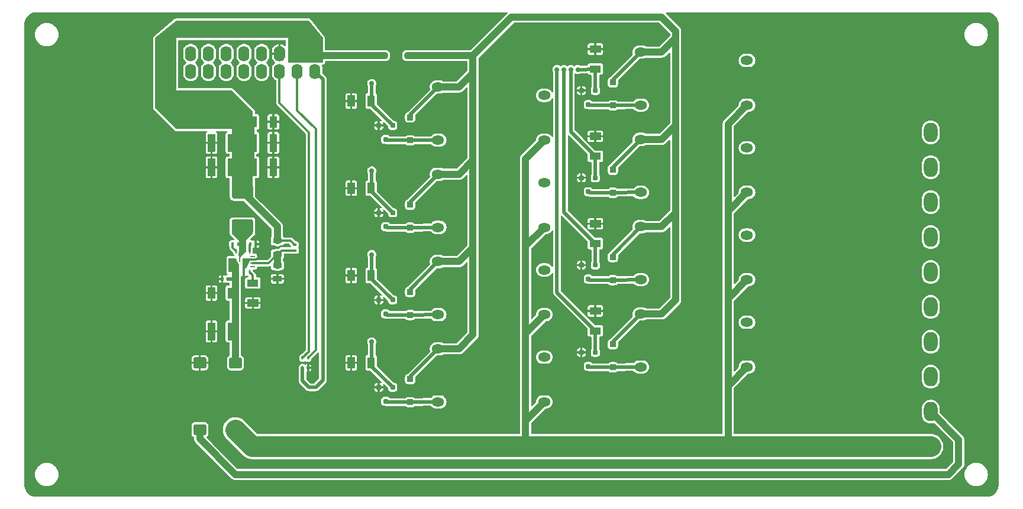
<source format=gbr>
G04 --- HEADER BEGIN --- *
G04 #@! TF.GenerationSoftware,LibrePCB,LibrePCB,1.0.0*
G04 #@! TF.CreationDate,2024-05-06T14:58:10*
G04 #@! TF.ProjectId,OSm Thermal,b11a65fa-6c4c-431c-8545-341aca355aaf,v1.7*
G04 #@! TF.Part,Single*
G04 #@! TF.SameCoordinates*
G04 #@! TF.FileFunction,Copper,L1,Top*
G04 #@! TF.FilePolarity,Positive*
%FSLAX66Y66*%
%MOMM*%
G01*
G75*
G04 --- HEADER END --- *
G04 --- APERTURE LIST BEGIN --- *
G04 #@! TA.AperFunction,ComponentPad*
%ADD10O,1.8X1.3*%
G04 #@! TA.AperFunction,SMDPad,CuDef*
%AMROUNDEDRECT11*20,1,0.9,-0.225,0.0,0.225,0.0,0.0*20,1,0.45,-0.45,0.0,0.45,0.0,0.0*1,1,0.45,-0.225,0.225*1,1,0.45,0.225,0.225*1,1,0.45,0.225,-0.225*1,1,0.45,-0.225,-0.225*%
%ADD11ROUNDEDRECT11*%
%AMROUNDEDRECT12*20,1,2.0,-1.25,0.0,1.25,0.0,0.0*20,1,1.5,-1.5,0.0,1.5,0.0,0.0*1,1,0.5,-1.25,0.75*1,1,0.5,1.25,0.75*1,1,0.5,1.25,-0.75*1,1,0.5,-1.25,-0.75*%
%ADD12ROUNDEDRECT12*%
%AMROUNDEDRECT13*20,1,0.25,-0.2375,0.0,0.2375,0.0,0.0*20,1,0.125,-0.3,0.0,0.3,0.0,0.0*1,1,0.125,-0.2375,0.0625*1,1,0.125,0.2375,0.0625*1,1,0.125,0.2375,-0.0625*1,1,0.125,-0.2375,-0.0625*%
%ADD13ROUNDEDRECT13*%
%AMROUNDEDRECT14*20,1,0.25,-0.2375,0.0,0.2375,0.0,90.0*20,1,0.125,-0.3,0.0,0.3,0.0,90.0*1,1,0.125,-0.0625,-0.2375*1,1,0.125,-0.0625,0.2375*1,1,0.125,0.0625,0.2375*1,1,0.125,0.0625,-0.2375*%
%ADD14ROUNDEDRECT14*%
%AMROUNDEDRECT15*20,1,0.25,-0.2875,0.0,0.2875,0.0,0.0*20,1,0.125,-0.35,0.0,0.35,0.0,0.0*1,1,0.125,-0.2875,0.0625*1,1,0.125,0.2875,0.0625*1,1,0.125,0.2875,-0.0625*1,1,0.125,-0.2875,-0.0625*%
%ADD15ROUNDEDRECT15*%
%AMOUTLINE16*4,1,16,0.15,-1.086603,0.186603,-1.05,0.2,-1.0,0.2,1.0,0.186603,1.05,0.15,1.086603,0.1,1.1,-0.1,1.1,-0.15,1.086603,-0.186603,1.05,-0.2,1.0,-0.2,-1.0,-0.186603,-1.05,-0.15,-1.086603,-0.1,-1.1,0.1,-1.1,0.15,-1.086603,180.0*%
%ADD16OUTLINE16*%
%AMROUNDEDRECT17*20,1,0.25,-0.8375,0.0,0.8375,0.0,90.0*20,1,0.125,-0.9,0.0,0.9,0.0,90.0*1,1,0.125,-0.0625,-0.8375*1,1,0.125,-0.0625,0.8375*1,1,0.125,0.0625,0.8375*1,1,0.125,0.0625,-0.8375*%
%ADD17ROUNDEDRECT17*%
%AMROUNDEDRECT18*20,1,0.4,-1.0,0.0,1.0,0.0,90.0*20,1,0.2,-1.1,0.0,1.1,0.0,90.0*1,1,0.2,-0.1,-1.0*1,1,0.2,-0.1,1.0*1,1,0.2,0.1,1.0*1,1,0.2,0.1,-1.0*%
%ADD18ROUNDEDRECT18*%
%ADD19R,1.25X0.75*%
%ADD20R,1.6X1.05*%
%ADD21R,0.4X0.5*%
%ADD22R,1.05X1.6*%
%ADD23R,1.05X2.5*%
%AMROUNDEDRECT24*20,1,0.7,-0.175,0.0,0.175,0.0,0.0*20,1,0.35,-0.35,0.0,0.35,0.0,0.0*1,1,0.35,-0.175,0.175*1,1,0.35,0.175,0.175*1,1,0.35,0.175,-0.175*1,1,0.35,-0.175,-0.175*%
%ADD24ROUNDEDRECT24*%
%AMROUNDEDRECT25*20,1,1.6,-0.652,0.0,0.652,0.0,0.0*20,1,1.104,-0.9,0.0,0.9,0.0,0.0*1,1,0.496,-0.652,0.552*1,1,0.496,0.652,0.552*1,1,0.496,0.652,-0.552*1,1,0.496,-0.652,-0.552*%
%ADD25ROUNDEDRECT25*%
G04 #@! TA.AperFunction,ComponentPad*
%ADD26O,1.587X2.19*%
%ADD27R,1.587X2.19*%
G04 #@! TA.AperFunction,SMDPad,CuDef*
%AMROUNDEDRECT28*20,1,0.3,-0.175,0.0,0.175,0.0,90.0*20,1,0.15,-0.25,0.0,0.25,0.0,90.0*1,1,0.15,-0.075,-0.175*1,1,0.15,-0.075,0.175*1,1,0.15,0.075,0.175*1,1,0.15,0.075,-0.175*%
%ADD28ROUNDEDRECT28*%
G04 #@! TA.AperFunction,ComponentPad*
%ADD29O,2.0X2.8*%
G04 #@! TA.AperFunction,SMDPad,CuDef*
%ADD30R,0.5X0.4*%
G04 #@! TA.AperFunction,ViaPad*
%ADD31C,0.7*%
G04 #@! TA.AperFunction,Conductor*
%ADD32C,0.5*%
%ADD33C,0.3*%
%ADD34C,1.0*%
%ADD35C,3.0*%
%ADD36C,0.01*%
G04 #@! TD*
G04 --- APERTURE LIST END --- *
G04 --- BOARD BEGIN --- *
D10*
G04 #@! TO.N,N9*
G04 #@! TO.C,K1*
G04 #@! TO.P,K1,NO,NO*
X74700000Y-49700000D03*
G04 #@! TO.N,N28*
G04 #@! TO.P,K1,C1,+*
X59500000Y-48500000D03*
G04 #@! TO.N,N5*
G04 #@! TO.P,K1,COM,COM*
X74700000Y-56100000D03*
G04 #@! TO.N,N23*
G04 #@! TO.P,K1,C2,-*
X59500000Y-56100000D03*
D11*
G04 #@! TO.N,N28*
G04 #@! TO.C,D6*
G04 #@! TO.P,D6,1,C*
X84500000Y-47850000D03*
G04 #@! TO.N,N19*
G04 #@! TO.P,D6,2,A*
X84500000Y-51150000D03*
D12*
G04 #@! TO.N,N3*
G04 #@! TO.C,L1*
G04 #@! TO.P,L1,1,1*
X31500000Y-31000000D03*
G04 #@! TO.N,N38*
G04 #@! TO.P,L1,2,2*
X31500000Y-26000000D03*
D11*
G04 #@! TO.N,N28*
G04 #@! TO.C,D7*
G04 #@! TO.P,D7,1,C*
X84500000Y-35350000D03*
G04 #@! TO.N,N32*
G04 #@! TO.P,D7,2,A*
X84500000Y-38650000D03*
G04 #@! TO.N,N28*
G04 #@! TO.C,D9*
G04 #@! TO.P,D9,1,C*
X84500000Y-10350000D03*
G04 #@! TO.N,N37*
G04 #@! TO.P,D9,2,A*
X84500000Y-13650000D03*
D13*
G04 #@! TO.N,GND*
G04 #@! TO.C,U1*
G04 #@! TO.P,U1,AGND,AGND*
X33000000Y-35750000D03*
D14*
G04 #@! TO.N,N2*
G04 #@! TO.P,U1,MODE,MODE*
X32500000Y-37500000D03*
G04 #@! TO.N,N1*
G04 #@! TO.P,U1,SS,SS*
X32500000Y-34500000D03*
D15*
G04 #@! TO.N,N7*
G04 #@! TO.P,U1,VIN,VIN*
X30050000Y-36250000D03*
D14*
G04 #@! TO.N,N4*
G04 #@! TO.P,U1,BOOT,BOOT*
X30600000Y-34500000D03*
D13*
G04 #@! TO.N,N/C*
G04 #@! TO.P,U1,PG,PG*
X33000000Y-35250000D03*
D16*
G04 #@! TO.N,N7*
G04 #@! TO.P,U1,VIN,VIN*
X30500000Y-36700000D03*
D13*
G04 #@! TO.N,N8*
G04 #@! TO.P,U1,FB,FB*
X33000000Y-36250000D03*
G04 #@! TO.N,N/C*
G04 #@! TO.P,U1,EN,EN*
X33000000Y-36750000D03*
D17*
G04 #@! TO.N,N3*
G04 #@! TO.P,U1,SW,SW*
X31100000Y-35100000D03*
D15*
G04 #@! TO.N,N7*
G04 #@! TO.P,U1,VIN,VIN*
X30050000Y-35750000D03*
D18*
G04 #@! TO.N,GND*
G04 #@! TO.P,U1,PGND,PGND*
X31700000Y-36700000D03*
D15*
G04 #@! TO.N,N7*
G04 #@! TO.P,U1,VIN,VIN*
X30050000Y-36750000D03*
D19*
G04 #@! TO.N,N8*
G04 #@! TO.C,R2*
G04 #@! TO.P,R2,2,2*
X36500000Y-34975000D03*
G04 #@! TO.N,N38*
G04 #@! TO.P,R2,1,1*
X36500000Y-33025000D03*
D20*
G04 #@! TO.N,N30*
G04 #@! TO.C,R10*
G04 #@! TO.P,R10,2,2*
X82000000Y-20925000D03*
G04 #@! TO.N,GND*
G04 #@! TO.P,R10,1,1*
X82000000Y-18075000D03*
D21*
G04 #@! TO.C,C5*
G04 #@! TO.P,C5,1,1*
X28600000Y-38500000D03*
G04 #@! TO.N,N7*
G04 #@! TO.P,C5,2,2*
X29400000Y-38500000D03*
D22*
G04 #@! TO.C,C4*
G04 #@! TO.P,C4,2,2*
X29925000Y-40500000D03*
G04 #@! TO.N,GND*
G04 #@! TO.P,C4,1,1*
X27075000Y-40500000D03*
D23*
G04 #@! TO.C,C7*
G04 #@! TO.P,C7,2,2*
X27075000Y-19000000D03*
G04 #@! TO.N,N38*
G04 #@! TO.P,C7,1,1*
X29925000Y-19000000D03*
D19*
G04 #@! TO.N,GND*
G04 #@! TO.C,R3*
G04 #@! TO.P,R3,2,2*
X36500000Y-38475000D03*
G04 #@! TO.N,N8*
G04 #@! TO.P,R3,1,1*
X36500000Y-36525000D03*
D24*
G04 #@! TO.N,N25*
G04 #@! TO.C,Q2*
G04 #@! TO.P,Q2,1,G*
X53000000Y-41500000D03*
G04 #@! TO.N,GND*
G04 #@! TO.P,Q2,2,S*
X51000000Y-41500000D03*
G04 #@! TO.N,N33*
G04 #@! TO.P,Q2,3,D*
X52000000Y-43500000D03*
D20*
G04 #@! TO.N,N2*
G04 #@! TO.C,R1*
G04 #@! TO.P,R1,2,2*
X33000000Y-39075000D03*
G04 #@! TO.N,GND*
G04 #@! TO.P,R1,1,1*
X33000000Y-41925000D03*
D23*
G04 #@! TO.N,N7*
G04 #@! TO.C,C3*
G04 #@! TO.P,C3,2,2*
X29925000Y-46000000D03*
G04 #@! TO.N,GND*
G04 #@! TO.P,C3,1,1*
X27075000Y-46000000D03*
D25*
G04 #@! TO.N,N6*
G04 #@! TO.C,BR1*
G04 #@! TO.P,BR1,PGND,AC2*
X25400000Y-60100000D03*
G04 #@! TO.N,N7*
G04 #@! TO.P,BR1,VOUT,+*
X30500000Y-50500000D03*
G04 #@! TO.N,GND*
G04 #@! TO.P,BR1,AGND,_*
X25400000Y-50500000D03*
G04 #@! TO.N,N5*
G04 #@! TO.P,BR1,VIN,AC1*
X30500000Y-60100000D03*
D22*
G04 #@! TO.N,N25*
G04 #@! TO.C,R5*
G04 #@! TO.P,R5,2,2*
X49925000Y-38000000D03*
G04 #@! TO.N,GND*
G04 #@! TO.P,R5,1,1*
X47075000Y-38000000D03*
D10*
G04 #@! TO.N,N10*
G04 #@! TO.C,K2*
G04 #@! TO.P,K2,NO,NO*
X74700000Y-37200000D03*
G04 #@! TO.N,N28*
G04 #@! TO.P,K2,C1,+*
X59500000Y-36000000D03*
G04 #@! TO.N,N5*
G04 #@! TO.P,K2,COM,COM*
X74700000Y-43600000D03*
G04 #@! TO.N,N33*
G04 #@! TO.P,K2,C2,-*
X59500000Y-43600000D03*
G04 #@! TO.N,N13*
G04 #@! TO.C,K5*
G04 #@! TO.P,K5,NO,NO*
X103700000Y-44700000D03*
G04 #@! TO.N,N28*
G04 #@! TO.P,K5,C1,+*
X88500000Y-43500000D03*
G04 #@! TO.N,N5*
G04 #@! TO.P,K5,COM,COM*
X103700000Y-51100000D03*
G04 #@! TO.N,N19*
G04 #@! TO.P,K5,C2,-*
X88500000Y-51100000D03*
G04 #@! TO.N,N12*
G04 #@! TO.C,K4*
G04 #@! TO.P,K4,NO,NO*
X74700000Y-12200000D03*
G04 #@! TO.N,N28*
G04 #@! TO.P,K4,C1,+*
X59500000Y-11000000D03*
G04 #@! TO.N,N5*
G04 #@! TO.P,K4,COM,COM*
X74700000Y-18600000D03*
G04 #@! TO.N,N26*
G04 #@! TO.P,K4,C2,-*
X59500000Y-18600000D03*
D24*
G04 #@! TO.N,N17*
G04 #@! TO.C,Q5*
G04 #@! TO.P,Q5,1,G*
X82000000Y-49000000D03*
G04 #@! TO.N,GND*
G04 #@! TO.P,Q5,2,S*
X80000000Y-49000000D03*
G04 #@! TO.N,N19*
G04 #@! TO.P,Q5,3,D*
X81000000Y-51000000D03*
D21*
G04 #@! TO.N,N1*
G04 #@! TO.C,C1*
G04 #@! TO.P,C1,1,1*
X32600000Y-33500000D03*
G04 #@! TO.N,GND*
G04 #@! TO.P,C1,2,2*
X33400000Y-33500000D03*
D23*
G04 #@! TO.C,C10*
G04 #@! TO.P,C10,2,2*
X27075000Y-22500000D03*
G04 #@! TO.N,N38*
G04 #@! TO.P,C10,1,1*
X29925000Y-22500000D03*
D11*
G04 #@! TO.N,N28*
G04 #@! TO.C,D3*
G04 #@! TO.P,D3,1,C*
X55500000Y-40350000D03*
G04 #@! TO.N,N33*
G04 #@! TO.P,D3,2,A*
X55500000Y-43650000D03*
D10*
G04 #@! TO.N,N14*
G04 #@! TO.C,K6*
G04 #@! TO.P,K6,NO,NO*
X103700000Y-32200000D03*
G04 #@! TO.N,N28*
G04 #@! TO.P,K6,C1,+*
X88500000Y-31000000D03*
G04 #@! TO.N,N5*
G04 #@! TO.P,K6,COM,COM*
X103700000Y-38600000D03*
G04 #@! TO.N,N32*
G04 #@! TO.P,K6,C2,-*
X88500000Y-38600000D03*
G04 #@! TO.N,N11*
G04 #@! TO.C,K3*
G04 #@! TO.P,K3,NO,NO*
X74700000Y-24700000D03*
G04 #@! TO.N,N28*
G04 #@! TO.P,K3,C1,+*
X59500000Y-23500000D03*
G04 #@! TO.N,N5*
G04 #@! TO.P,K3,COM,COM*
X74700000Y-31100000D03*
G04 #@! TO.N,N31*
G04 #@! TO.P,K3,C2,-*
X59500000Y-31100000D03*
D21*
G04 #@! TO.N,N3*
G04 #@! TO.C,C2*
G04 #@! TO.P,C2,1,1*
X30900000Y-33500000D03*
G04 #@! TO.N,N4*
G04 #@! TO.P,C2,2,2*
X30100000Y-33500000D03*
D11*
G04 #@! TO.N,N28*
G04 #@! TO.C,D2*
G04 #@! TO.P,D2,1,C*
X55500000Y-52850000D03*
G04 #@! TO.N,N23*
G04 #@! TO.P,D2,2,A*
X55500000Y-56150000D03*
D26*
G04 #@! TO.N,N29*
G04 #@! TO.C,J2*
G04 #@! TO.P,J2,15,15*
X24110000Y-6230000D03*
G04 #@! TO.N,N34*
G04 #@! TO.P,J2,12,12*
X29190000Y-8770000D03*
G04 #@! TO.N,N22*
G04 #@! TO.P,J2,4,4*
X39350000Y-8770000D03*
G04 #@! TO.N,N/C*
G04 #@! TO.P,J2,13,13*
X26650000Y-6230000D03*
G04 #@! TO.N,N42*
G04 #@! TO.P,J2,16,16*
X24110000Y-8770000D03*
G04 #@! TO.N,N/C*
G04 #@! TO.P,J2,10,10*
X31730000Y-8770000D03*
G04 #@! TO.N,N25*
G04 #@! TO.P,J2,14,14*
X26650000Y-8770000D03*
G04 #@! TO.N,N30*
G04 #@! TO.P,J2,11,11*
X29190000Y-6230000D03*
G04 #@! TO.N,GND*
G04 #@! TO.P,J2,5,5*
X36810000Y-6230000D03*
G04 #@! TO.N,N27*
G04 #@! TO.P,J2,8,8*
X34270000Y-8770000D03*
G04 #@! TO.N,N36*
G04 #@! TO.P,J2,9,9*
X31730000Y-6230000D03*
D27*
G04 #@! TO.N,N38*
G04 #@! TO.P,J2,1,1*
X41890000Y-6230000D03*
D26*
G04 #@! TO.N,N20*
G04 #@! TO.P,J2,2,2*
X41890000Y-8770000D03*
G04 #@! TO.N,N17*
G04 #@! TO.P,J2,7,7*
X34270000Y-6230000D03*
G04 #@! TO.N,N38*
G04 #@! TO.P,J2,3,3*
X39350000Y-6230000D03*
G04 #@! TO.N,N18*
G04 #@! TO.P,J2,6,6*
X36810000Y-8770000D03*
D24*
G04 #@! TO.N,N27*
G04 #@! TO.C,Q4*
G04 #@! TO.P,Q4,1,G*
X53000000Y-16500000D03*
G04 #@! TO.N,GND*
G04 #@! TO.P,Q4,2,S*
X51000000Y-16500000D03*
G04 #@! TO.N,N26*
G04 #@! TO.P,Q4,3,D*
X52000000Y-18500000D03*
D11*
G04 #@! TO.N,N28*
G04 #@! TO.C,D8*
G04 #@! TO.P,D8,1,C*
X84500000Y-22850000D03*
G04 #@! TO.N,N24*
G04 #@! TO.P,D8,2,A*
X84500000Y-26150000D03*
D22*
G04 #@! TO.N,N42*
G04 #@! TO.C,R4*
G04 #@! TO.P,R4,2,2*
X49925000Y-50500000D03*
G04 #@! TO.N,GND*
G04 #@! TO.P,R4,1,1*
X47075000Y-50500000D03*
D24*
G04 #@! TO.N,N29*
G04 #@! TO.C,Q8*
G04 #@! TO.P,Q8,1,G*
X82000000Y-11500000D03*
G04 #@! TO.N,GND*
G04 #@! TO.P,Q8,2,S*
X80000000Y-11500000D03*
G04 #@! TO.N,N37*
G04 #@! TO.P,Q8,3,D*
X81000000Y-13500000D03*
D22*
G04 #@! TO.N,N27*
G04 #@! TO.C,R7*
G04 #@! TO.P,R7,2,2*
X49925000Y-13000000D03*
G04 #@! TO.N,GND*
G04 #@! TO.P,R7,1,1*
X47075000Y-13000000D03*
D24*
G04 #@! TO.N,N34*
G04 #@! TO.C,Q3*
G04 #@! TO.P,Q3,1,G*
X53000000Y-29000000D03*
G04 #@! TO.N,GND*
G04 #@! TO.P,Q3,2,S*
X51000000Y-29000000D03*
G04 #@! TO.N,N31*
G04 #@! TO.P,Q3,3,D*
X52000000Y-31000000D03*
D22*
G04 #@! TO.N,GND*
G04 #@! TO.C,C6*
G04 #@! TO.P,C6,2,2*
X35925000Y-16000000D03*
G04 #@! TO.N,N38*
G04 #@! TO.P,C6,1,1*
X33075000Y-16000000D03*
D20*
G04 #@! TO.N,N29*
G04 #@! TO.C,R11*
G04 #@! TO.P,R11,2,2*
X82000000Y-8425000D03*
G04 #@! TO.N,GND*
G04 #@! TO.P,R11,1,1*
X82000000Y-5575000D03*
G04 #@! TO.N,N17*
G04 #@! TO.C,R8*
G04 #@! TO.P,R8,2,2*
X82000000Y-45925000D03*
G04 #@! TO.N,GND*
G04 #@! TO.P,R8,1,1*
X82000000Y-43075000D03*
D11*
G04 #@! TO.N,N28*
G04 #@! TO.C,D4*
G04 #@! TO.P,D4,1,C*
X55500000Y-27850000D03*
G04 #@! TO.N,N31*
G04 #@! TO.P,D4,2,A*
X55500000Y-31150000D03*
D24*
G04 #@! TO.N,N42*
G04 #@! TO.C,Q1*
G04 #@! TO.P,Q1,1,G*
X53000000Y-54000000D03*
G04 #@! TO.N,GND*
G04 #@! TO.P,Q1,2,S*
X51000000Y-54000000D03*
G04 #@! TO.N,N23*
G04 #@! TO.P,Q1,3,D*
X52000000Y-56000000D03*
D28*
G04 #@! TO.N,GND*
G04 #@! TO.C,U2*
G04 #@! TO.P,U2,VSS,VSS*
X40900000Y-51200000D03*
G04 #@! TO.N,N22*
G04 #@! TO.P,U2,SDA,SDA*
X40900000Y-49800000D03*
G04 #@! TO.N,N18*
G04 #@! TO.P,U2,SCL,SCL*
X40100000Y-49800000D03*
G04 #@! TO.N,N20*
G04 #@! TO.P,U2,VDD,VDD*
X40100000Y-51200000D03*
D24*
G04 #@! TO.N,N30*
G04 #@! TO.C,Q7*
G04 #@! TO.P,Q7,1,G*
X82000000Y-24000000D03*
G04 #@! TO.N,GND*
G04 #@! TO.P,Q7,2,S*
X80000000Y-24000000D03*
G04 #@! TO.N,N24*
G04 #@! TO.P,Q7,3,D*
X81000000Y-26000000D03*
D29*
G04 #@! TO.N,N6*
G04 #@! TO.C,J1*
G04 #@! TO.P,J1,2,2*
X130000000Y-57500000D03*
G04 #@! TO.N,N10*
G04 #@! TO.P,J1,4,4*
X130000000Y-47500000D03*
G04 #@! TO.N,N12*
G04 #@! TO.P,J1,6,6*
X130000000Y-37500000D03*
G04 #@! TO.N,N9*
G04 #@! TO.P,J1,3,3*
X130000000Y-52500000D03*
G04 #@! TO.N,N13*
G04 #@! TO.P,J1,7,7*
X130000000Y-32500000D03*
G04 #@! TO.N,N16*
G04 #@! TO.P,J1,10,10*
X130000000Y-17500000D03*
G04 #@! TO.N,N14*
G04 #@! TO.P,J1,8,8*
X130000000Y-27500000D03*
G04 #@! TO.N,N15*
G04 #@! TO.P,J1,9,9*
X130000000Y-22500000D03*
G04 #@! TO.N,N5*
G04 #@! TO.P,J1,1,1*
X130000000Y-62500000D03*
G04 #@! TO.N,N11*
G04 #@! TO.P,J1,5,5*
X130000000Y-42500000D03*
D22*
G04 #@! TO.N,N34*
G04 #@! TO.C,R6*
G04 #@! TO.P,R6,2,2*
X49925000Y-25500000D03*
G04 #@! TO.N,GND*
G04 #@! TO.P,R6,1,1*
X47075000Y-25500000D03*
D20*
G04 #@! TO.N,N36*
G04 #@! TO.C,R9*
G04 #@! TO.P,R9,2,2*
X82000000Y-33425000D03*
G04 #@! TO.N,GND*
G04 #@! TO.P,R9,1,1*
X82000000Y-30575000D03*
D23*
G04 #@! TO.C,C9*
G04 #@! TO.P,C9,2,2*
X35925000Y-22500000D03*
G04 #@! TO.N,N38*
G04 #@! TO.P,C9,1,1*
X33075000Y-22500000D03*
D11*
G04 #@! TO.N,N28*
G04 #@! TO.C,D5*
G04 #@! TO.P,D5,1,C*
X55500000Y-15350000D03*
G04 #@! TO.N,N26*
G04 #@! TO.P,D5,2,A*
X55500000Y-18650000D03*
D30*
G04 #@! TO.N,N38*
G04 #@! TO.C,C11*
G04 #@! TO.P,C11,1,1*
X39000000Y-33600000D03*
G04 #@! TO.N,N8*
G04 #@! TO.P,C11,2,2*
X39000000Y-34400000D03*
D23*
G04 #@! TO.N,GND*
G04 #@! TO.C,C8*
G04 #@! TO.P,C8,2,2*
X35925000Y-19000000D03*
G04 #@! TO.N,N38*
G04 #@! TO.P,C8,1,1*
X33075000Y-19000000D03*
D10*
G04 #@! TO.N,N15*
G04 #@! TO.C,K7*
G04 #@! TO.P,K7,NO,NO*
X103700000Y-19700000D03*
G04 #@! TO.N,N28*
G04 #@! TO.P,K7,C1,+*
X88500000Y-18500000D03*
G04 #@! TO.N,N5*
G04 #@! TO.P,K7,COM,COM*
X103700000Y-26100000D03*
G04 #@! TO.N,N24*
G04 #@! TO.P,K7,C2,-*
X88500000Y-26100000D03*
G04 #@! TO.N,N16*
G04 #@! TO.C,K8*
G04 #@! TO.P,K8,NO,NO*
X103700000Y-7200000D03*
G04 #@! TO.N,N28*
G04 #@! TO.P,K8,C1,+*
X88500000Y-6000000D03*
G04 #@! TO.N,N5*
G04 #@! TO.P,K8,COM,COM*
X103700000Y-13600000D03*
G04 #@! TO.N,N37*
G04 #@! TO.P,K8,C2,-*
X88500000Y-13600000D03*
D24*
G04 #@! TO.N,N36*
G04 #@! TO.C,Q6*
G04 #@! TO.P,Q6,1,G*
X82000000Y-36500000D03*
G04 #@! TO.N,GND*
G04 #@! TO.P,Q6,2,S*
X80000000Y-36500000D03*
G04 #@! TO.N,N32*
G04 #@! TO.P,Q6,3,D*
X81000000Y-38500000D03*
D11*
G04 #@! TO.N,N28*
G04 #@! TO.C,D1*
G04 #@! TO.P,D1,1,C*
X55150000Y-6500000D03*
G04 #@! TO.N,N38*
G04 #@! TO.P,D1,2,A*
X51850000Y-6500000D03*
D31*
G04 #@! TD.C*
G04 #@! TD.P*
G04 #@! TO.N,GND*
X49500000Y-29000000D03*
X84500000Y-17500000D03*
X18000000Y-39000000D03*
X44500000Y-65000000D03*
G04 #@! TO.N,N25*
X50000000Y-35000000D03*
D32*
X50000000Y-35000000D02*
X50000000Y-37925000D01*
X50000000Y-38500000D02*
X53000000Y-41500000D01*
X50000000Y-37925000D02*
X49925000Y-38000000D01*
X50000000Y-37925000D02*
X50000000Y-38500000D01*
D31*
G04 #@! TO.N,GND*
X22500000Y-49000000D03*
X115000000Y-39000000D03*
X22500000Y-50500000D03*
X49500000Y-54000000D03*
X97000000Y-22500000D03*
D33*
G04 #@! TO.N,N3*
X31234826Y-33500000D02*
X31258397Y-33476429D01*
X31258397Y-33476429D02*
X31500000Y-31000000D01*
X31258397Y-33476429D02*
X31100000Y-35100000D01*
X30900000Y-33500000D02*
X31234826Y-33500000D01*
D31*
G04 #@! TO.N,GND*
X121000000Y-50000000D03*
D33*
G04 #@! TO.N,N22*
X39350000Y-14350000D02*
X39350000Y-8770000D01*
X42000000Y-17000000D02*
X39350000Y-14350000D01*
X40900000Y-49800000D02*
X42000000Y-48700000D01*
X42000000Y-48700000D02*
X42000000Y-17000000D01*
D31*
G04 #@! TO.N,GND*
X34000000Y-37500000D03*
G04 #@! TO.N,N29*
X79500000Y-8500000D03*
D32*
X82000000Y-8425000D02*
X82000000Y-11500000D01*
X82000000Y-8425000D02*
X79500000Y-8500000D01*
D31*
G04 #@! TO.N,GND*
X35000000Y-68500000D03*
X37500000Y-25500000D03*
G04 #@! TO.N,N36*
X77500000Y-8500000D03*
D32*
X77500000Y-28925000D02*
X82000000Y-33425000D01*
X82000000Y-36500000D02*
X82000000Y-33425000D01*
X77500000Y-8500000D02*
X77500000Y-28925000D01*
D31*
G04 #@! TO.N,GND*
X110500000Y-20000000D03*
X117000000Y-65000000D03*
D32*
G04 #@! TO.N,N33*
X52150000Y-43650000D02*
X55500000Y-43650000D01*
X52000000Y-43500000D02*
X52150000Y-43650000D01*
X55500000Y-43650000D02*
X59500000Y-43600000D01*
D31*
G04 #@! TO.N,N30*
X78500000Y-8500000D03*
D32*
X78500000Y-17425000D02*
X82000000Y-20925000D01*
X78500000Y-8500000D02*
X78500000Y-17425000D01*
X82000000Y-20925000D02*
X82000000Y-24000000D01*
D31*
G04 #@! TO.N,GND*
X16000000Y-26500000D03*
X69000000Y-69000000D03*
X24500000Y-49000000D03*
D32*
G04 #@! TO.N,N20*
X41890000Y-8770000D02*
X43000000Y-9880000D01*
X42000000Y-54000000D02*
X41000000Y-54000000D01*
X43000000Y-53000000D02*
X42000000Y-54000000D01*
X41000000Y-54000000D02*
X40100000Y-53100000D01*
X43000000Y-9880000D02*
X43000000Y-53000000D01*
X40100000Y-53100000D02*
X40100000Y-51200000D01*
G04 #@! TO.N,N23*
X52000000Y-56000000D02*
X52149725Y-56149725D01*
X52149725Y-56149725D02*
X55500000Y-56150000D01*
X55500000Y-56150000D02*
X59500000Y-56100000D01*
G04 #@! TO.N,N26*
X55500000Y-18650000D02*
X59500000Y-18600000D01*
X52150000Y-18650000D02*
X55500000Y-18650000D01*
X52000000Y-18500000D02*
X52150000Y-18650000D01*
D31*
G04 #@! TO.N,GND*
X132500000Y-69000000D03*
X68500000Y-40000000D03*
X38000000Y-20000000D03*
D33*
X32250000Y-35750000D02*
X31700000Y-36700000D01*
X33500000Y-35750000D02*
X33750000Y-35500000D01*
X33000000Y-35750000D02*
X33500000Y-35750000D01*
X33000000Y-35750000D02*
X33000000Y-35750000D01*
X33000000Y-35750000D02*
X32250000Y-35750000D01*
D34*
G04 #@! TO.N,N7*
X30500000Y-46000000D02*
X30500000Y-50500000D01*
D32*
X29925000Y-40500000D02*
X30500000Y-40500000D01*
D33*
X30500000Y-36700000D02*
X30050000Y-36250000D01*
X30500000Y-36700000D02*
X30050000Y-35750000D01*
D34*
X30500000Y-40500000D02*
X30500000Y-46000000D01*
D33*
X30500000Y-36700000D02*
X30050000Y-36750000D01*
D34*
X30500000Y-40500000D02*
X30500000Y-38500000D01*
D32*
X30500000Y-38500000D02*
X29400000Y-38500000D01*
D34*
X30500000Y-38500000D02*
X30500000Y-36700000D01*
D32*
X29925000Y-46000000D02*
X30500000Y-46000000D01*
D31*
G04 #@! TO.N,GND*
X22500000Y-20500000D03*
X118000000Y-56000000D03*
D32*
G04 #@! TO.N,N32*
X81149725Y-38649725D02*
X84500000Y-38650000D01*
X84500000Y-38650000D02*
X88500000Y-38600000D01*
X81000000Y-38500000D02*
X81149725Y-38649725D01*
D31*
G04 #@! TO.N,GND*
X123500000Y-39000000D03*
G04 #@! TO.N,N34*
X50000000Y-23000000D03*
D32*
X50000000Y-23000000D02*
X50000000Y-25425000D01*
X50000000Y-25425000D02*
X49925000Y-25500000D01*
X50000000Y-25425000D02*
X50000000Y-26000000D01*
X50000000Y-26000000D02*
X53000000Y-29000000D01*
D31*
G04 #@! TO.N,GND*
X61500000Y-14500000D03*
X80000000Y-22500000D03*
X61500000Y-39500000D03*
X110500000Y-31500000D03*
X125500000Y-8500000D03*
D33*
G04 #@! TO.N,N18*
X40100000Y-49800000D02*
X41000000Y-48900000D01*
X36810000Y-13310000D02*
X36810000Y-8770000D01*
X41000000Y-48900000D02*
X41000000Y-17500000D01*
X41000000Y-17500000D02*
X36810000Y-13310000D01*
D31*
G04 #@! TO.N,GND*
X61000000Y-8500000D03*
X6500000Y-35000000D03*
X122000000Y-44500000D03*
X24500000Y-47500000D03*
X69500000Y-14500000D03*
D33*
G04 #@! TO.N,N38*
X36500000Y-33000000D02*
X38400000Y-33000000D01*
X21500000Y-14000000D02*
X30000000Y-14500000D01*
D34*
X42160000Y-6500000D02*
X41890000Y-6230000D01*
D33*
X30500000Y-24000000D02*
X31500000Y-26000000D01*
X30000000Y-14500000D02*
X33075000Y-19000000D01*
X39327107Y-6018734D02*
X39350000Y-6230000D01*
X21500000Y-3000000D02*
X20500000Y-6500000D01*
X33019002Y-22532620D02*
X33075000Y-22500000D01*
X41890000Y-6230000D02*
X39327107Y-6018734D01*
D34*
X31500000Y-26000000D02*
X36500000Y-31000000D01*
D33*
X20500000Y-6500000D02*
X21500000Y-14000000D01*
D34*
X51850000Y-6500000D02*
X42160000Y-6500000D01*
D33*
X39000000Y-3000000D02*
X21500000Y-3000000D01*
X39327107Y-6018734D02*
X39000000Y-3000000D01*
X33075000Y-16000000D02*
X33019002Y-22532620D01*
D34*
X36500000Y-33000000D02*
X36500000Y-33025000D01*
X36500000Y-33000000D02*
X36500000Y-31000000D01*
D33*
X29925000Y-19000000D02*
X33075000Y-22500000D01*
X29925000Y-22500000D02*
X30500000Y-24000000D01*
X33075000Y-19000000D02*
X33075000Y-16000000D01*
X33019002Y-22532620D02*
X30500000Y-24000000D01*
X38400000Y-33000000D02*
X39000000Y-33600000D01*
D32*
G04 #@! TO.N,N37*
X81150000Y-13650000D02*
X84500000Y-13650000D01*
X81000000Y-13500000D02*
X81150000Y-13650000D01*
X84500000Y-13650000D02*
X88500000Y-13600000D01*
D31*
G04 #@! TO.N,N27*
X50000000Y-10500000D03*
D32*
X50000000Y-10500000D02*
X50000000Y-12925000D01*
X50000000Y-12925000D02*
X49925000Y-13000000D01*
X50000000Y-13500000D02*
X53000000Y-16500000D01*
X50000000Y-12925000D02*
X50000000Y-13500000D01*
D31*
G04 #@! TO.N,GND*
X5500000Y-15500000D03*
X10000000Y-8000000D03*
X70000000Y-7500000D03*
D33*
G04 #@! TO.N,N8*
X39000000Y-34400000D02*
X37100000Y-34400000D01*
D34*
X36500000Y-34975000D02*
X36500000Y-36525000D01*
D33*
X37100000Y-34400000D02*
X36500000Y-34975000D01*
X36500000Y-34975000D02*
X35250000Y-36250000D01*
X35250000Y-36250000D02*
X33000000Y-36250000D01*
D31*
G04 #@! TO.N,GND*
X41500000Y-52500000D03*
X85000000Y-5000000D03*
X85500000Y-3000000D03*
X78500000Y-56500000D03*
D32*
G04 #@! TO.N,N24*
X84500000Y-26150000D02*
X88500000Y-26100000D01*
X81000000Y-26000000D02*
X81149725Y-26149725D01*
X81149725Y-26149725D02*
X84500000Y-26150000D01*
D31*
G04 #@! TO.N,GND*
X49500000Y-16500000D03*
X98500000Y-9500000D03*
D32*
G04 #@! TO.N,N28*
X88500000Y-43500000D02*
X84500000Y-47500000D01*
X88500000Y-6000000D02*
X88500000Y-6000000D01*
D34*
X91500000Y-43500000D02*
X93500000Y-41500000D01*
D32*
X84500000Y-47850000D02*
X84500000Y-47500000D01*
D34*
X64500000Y-34000000D02*
X64500000Y-46500000D01*
D32*
X59500000Y-48500000D02*
X55500000Y-52500000D01*
D34*
X64500000Y-9000000D02*
X62500000Y-11000000D01*
D32*
X59500000Y-11000000D02*
X55500000Y-15000000D01*
X84500000Y-22850000D02*
X84500000Y-22500000D01*
X59500000Y-11000000D02*
X59500000Y-11000000D01*
D34*
X59500000Y-48500000D02*
X62500000Y-48500000D01*
D32*
X55500000Y-27850000D02*
X55500000Y-27500000D01*
D34*
X62500000Y-48500000D02*
X64500000Y-46500000D01*
X93500000Y-16500000D02*
X93500000Y-29000000D01*
D32*
X88500000Y-6000000D02*
X84500000Y-10000000D01*
X84500000Y-10350000D02*
X84500000Y-10000000D01*
D34*
X59500000Y-23500000D02*
X62500000Y-23500000D01*
D32*
X59500000Y-36000000D02*
X55500000Y-40000000D01*
X88500000Y-18500000D02*
X88500000Y-18500000D01*
D34*
X93500000Y-29000000D02*
X93500000Y-41500000D01*
X88500000Y-31000000D02*
X91500000Y-31000000D01*
X64500000Y-9000000D02*
X64500000Y-21500000D01*
X70000000Y-1000000D02*
X64500000Y-6500000D01*
X64500000Y-21500000D02*
X64500000Y-34000000D01*
X91500000Y-1000000D02*
X70000000Y-1000000D01*
D32*
X59500000Y-23500000D02*
X59500000Y-23500000D01*
X88500000Y-43500000D02*
X88500000Y-43500000D01*
D34*
X91500000Y-18500000D02*
X93500000Y-16500000D01*
X64500000Y-6500000D02*
X64500000Y-8000000D01*
D32*
X59500000Y-48500000D02*
X59500000Y-48500000D01*
D34*
X91500000Y-31000000D02*
X93500000Y-29000000D01*
D32*
X84500000Y-35350000D02*
X84500000Y-35000000D01*
D34*
X93500000Y-3000000D02*
X91500000Y-1000000D01*
X59500000Y-11000000D02*
X62500000Y-11000000D01*
X93500000Y-4000000D02*
X93500000Y-3000000D01*
X88500000Y-6000000D02*
X91500000Y-6000000D01*
X88500000Y-43500000D02*
X91500000Y-43500000D01*
X64500000Y-6500000D02*
X55150000Y-6500000D01*
X64500000Y-9000000D02*
X64500000Y-8000000D01*
X88500000Y-18500000D02*
X91500000Y-18500000D01*
D32*
X55500000Y-40350000D02*
X55500000Y-40000000D01*
X55500000Y-15350000D02*
X55500000Y-15000000D01*
X88500000Y-31000000D02*
X88500000Y-31000000D01*
D34*
X64500000Y-9000000D02*
X64500000Y-8000000D01*
X62500000Y-23500000D02*
X64500000Y-21500000D01*
D32*
X59500000Y-23500000D02*
X55500000Y-27500000D01*
D34*
X62500000Y-36000000D02*
X64500000Y-34000000D01*
X59500000Y-36000000D02*
X62500000Y-36000000D01*
X93500000Y-16500000D02*
X93500000Y-4000000D01*
D32*
X59500000Y-36000000D02*
X59500000Y-36000000D01*
D34*
X91500000Y-6000000D02*
X93500000Y-4000000D01*
D32*
X88500000Y-31000000D02*
X84500000Y-35000000D01*
X55500000Y-52850000D02*
X55500000Y-52500000D01*
X88500000Y-18500000D02*
X84500000Y-22500000D01*
D33*
G04 #@! TO.N,N1*
X32500000Y-33600000D02*
X32600000Y-33500000D01*
X32500000Y-34500000D02*
X32500000Y-33600000D01*
D31*
G04 #@! TO.N,GND*
X26500000Y-49000000D03*
G04 #@! TO.N,N17*
X76500000Y-8500000D03*
D32*
X76500000Y-8500000D02*
X76500000Y-40425000D01*
X82000000Y-49000000D02*
X82000000Y-45925000D01*
X76500000Y-40425000D02*
X82000000Y-45925000D01*
D31*
G04 #@! TO.N,GND*
X86500000Y-65000000D03*
D34*
G04 #@! TO.N,N6*
X134000000Y-61500000D02*
X134000000Y-65000000D01*
X130000000Y-57500000D02*
X134000000Y-61500000D01*
X30500000Y-66500000D02*
X25400000Y-61400000D01*
X25400000Y-61400000D02*
X25400000Y-60100000D01*
X132500000Y-66500000D02*
X30500000Y-66500000D01*
X134000000Y-65000000D02*
X132500000Y-66500000D01*
D31*
G04 #@! TO.N,GND*
X61000000Y-27000000D03*
X96000000Y-48000000D03*
X118000000Y-25000000D03*
X84500000Y-43000000D03*
G04 #@! TO.N,N42*
X50000000Y-47500000D03*
D32*
X50000000Y-50425000D02*
X49925000Y-50500000D01*
X49925000Y-50500000D02*
X49925000Y-50925000D01*
X49925000Y-50925000D02*
X53000000Y-54000000D01*
X50000000Y-47500000D02*
X50000000Y-50425000D01*
D31*
G04 #@! TO.N,GND*
X69500000Y-27500000D03*
X68000000Y-52500000D03*
D34*
G04 #@! TO.N,N5*
X72000000Y-46300000D02*
X72000000Y-58800000D01*
X72000000Y-21300000D02*
X72000000Y-33800000D01*
X74700000Y-31100000D02*
X72000000Y-33800000D01*
D35*
X32900000Y-62500000D02*
X30500000Y-60100000D01*
D34*
X74700000Y-43600000D02*
X72000000Y-46300000D01*
X103700000Y-38600000D02*
X101000000Y-41300000D01*
X101000000Y-53800000D02*
X101000000Y-62500000D01*
X74700000Y-18600000D02*
X72000000Y-21300000D01*
X103700000Y-13600000D02*
X101000000Y-16300000D01*
D35*
X101000000Y-62500000D02*
X130000000Y-62500000D01*
X101000000Y-62500000D02*
X72000000Y-62500000D01*
D34*
X101000000Y-41300000D02*
X101000000Y-53800000D01*
D35*
X72000000Y-62500000D02*
X32900000Y-62500000D01*
D34*
X72000000Y-58800000D02*
X72000000Y-62500000D01*
X72000000Y-33800000D02*
X72000000Y-46300000D01*
X103700000Y-26100000D02*
X101000000Y-28800000D01*
X74700000Y-56100000D02*
X72000000Y-58800000D01*
X101000000Y-28800000D02*
X101000000Y-41300000D01*
X103700000Y-51100000D02*
X101000000Y-53800000D01*
X101000000Y-16300000D02*
X101000000Y-28800000D01*
D33*
G04 #@! TO.N,N2*
X33000000Y-38000000D02*
X33000000Y-39075000D01*
X32500000Y-37500000D02*
X33000000Y-38000000D01*
D32*
G04 #@! TO.N,N19*
X81000000Y-51000000D02*
X81150000Y-51150000D01*
X84500000Y-51150000D02*
X88500000Y-51100000D01*
X81150000Y-51150000D02*
X84500000Y-51150000D01*
D31*
G04 #@! TO.N,GND*
X96500000Y-34500000D03*
D33*
G04 #@! TO.N,N4*
X30100000Y-34000000D02*
X30600000Y-34500000D01*
X30100000Y-33500000D02*
X30100000Y-34000000D01*
D31*
G04 #@! TO.N,GND*
X15500000Y-58500000D03*
X7500000Y-53000000D03*
X36000000Y-42500000D03*
X34500000Y-34500000D03*
X25500000Y-20500000D03*
X78000000Y-36500000D03*
X25000000Y-42000000D03*
X49500000Y-41500000D03*
X84500000Y-30000000D03*
X22500000Y-47500000D03*
D32*
G04 #@! TO.N,N31*
X52149725Y-31149725D02*
X55500000Y-31150000D01*
X52000000Y-31000000D02*
X52149725Y-31149725D01*
X55500000Y-31150000D02*
X59500000Y-31100000D01*
D36*
G04 #@! TA.AperFunction,Conductor*
G04 #@! TO.N,GND*
G36*
X300000Y-67986899D02*
X300214Y-67993439D01*
X314753Y-68215267D01*
X316460Y-68228236D01*
X357270Y-68433403D01*
X360656Y-68446038D01*
X427895Y-68644114D01*
X432901Y-68656198D01*
X525415Y-68843798D01*
X531955Y-68855126D01*
X648170Y-69029055D01*
X656133Y-69039433D01*
X794052Y-69196699D01*
X803301Y-69205948D01*
X960567Y-69343867D01*
X970945Y-69351830D01*
X1144874Y-69468045D01*
X1156202Y-69474585D01*
X1343802Y-69567099D01*
X1355886Y-69572105D01*
X1553962Y-69639344D01*
X1566597Y-69642730D01*
X1771764Y-69683540D01*
X1784733Y-69685247D01*
X2006561Y-69699786D01*
X2013101Y-69700000D01*
X3378565Y-69700000D01*
X3378565Y-68170316D01*
X3371130Y-68169759D01*
X3130975Y-68133561D01*
X3123702Y-68131901D01*
X2891627Y-68060316D01*
X2884688Y-68057593D01*
X2665864Y-67952213D01*
X2659416Y-67948490D01*
X2458744Y-67811674D01*
X2452913Y-67807023D01*
X2274883Y-67641836D01*
X2269801Y-67636358D01*
X2118384Y-67446488D01*
X2114180Y-67440322D01*
X1992743Y-67229988D01*
X1989515Y-67223284D01*
X1900780Y-66997192D01*
X1898584Y-66990071D01*
X1844541Y-66753297D01*
X1843428Y-66745908D01*
X1825280Y-66503736D01*
X1825280Y-66496264D01*
X1843428Y-66254092D01*
X1844541Y-66246703D01*
X1898584Y-66009929D01*
X1900780Y-66002808D01*
X1989515Y-65776716D01*
X1992743Y-65770012D01*
X2114180Y-65559678D01*
X2118384Y-65553512D01*
X2269801Y-65363642D01*
X2274883Y-65358164D01*
X2452913Y-65192977D01*
X2458744Y-65188326D01*
X2659416Y-65051510D01*
X2665864Y-65047787D01*
X2884688Y-64942407D01*
X2891627Y-64939684D01*
X3123702Y-64868099D01*
X3130975Y-64866439D01*
X3371130Y-64830241D01*
X3378565Y-64829684D01*
X3378565Y-5170316D01*
X3371130Y-5169759D01*
X3130975Y-5133561D01*
X3123702Y-5131901D01*
X2891627Y-5060316D01*
X2884688Y-5057593D01*
X2665864Y-4952213D01*
X2659416Y-4948490D01*
X2458744Y-4811674D01*
X2452913Y-4807023D01*
X2274883Y-4641836D01*
X2269801Y-4636358D01*
X2118384Y-4446488D01*
X2114180Y-4440322D01*
X1992743Y-4229988D01*
X1989515Y-4223284D01*
X1900780Y-3997192D01*
X1898584Y-3990071D01*
X1844541Y-3753297D01*
X1843428Y-3745908D01*
X1825280Y-3503736D01*
X1825280Y-3496264D01*
X1843428Y-3254092D01*
X1844541Y-3246703D01*
X1898584Y-3009929D01*
X1900780Y-3002808D01*
X1989515Y-2776716D01*
X1992743Y-2770012D01*
X2114180Y-2559678D01*
X2118384Y-2553512D01*
X2269801Y-2363642D01*
X2274883Y-2358164D01*
X2452913Y-2192977D01*
X2458744Y-2188326D01*
X2659416Y-2051510D01*
X2665864Y-2047787D01*
X2884688Y-1942407D01*
X2891627Y-1939684D01*
X3123702Y-1868099D01*
X3130975Y-1866439D01*
X3371130Y-1830241D01*
X3378565Y-1829684D01*
X3621435Y-1829684D01*
X3628870Y-1830241D01*
X3869025Y-1866439D01*
X3876298Y-1868099D01*
X4108373Y-1939684D01*
X4115312Y-1942407D01*
X4334136Y-2047787D01*
X4340584Y-2051510D01*
X4541256Y-2188326D01*
X4547087Y-2192977D01*
X4725117Y-2358164D01*
X4730199Y-2363642D01*
X4881616Y-2553512D01*
X4885820Y-2559678D01*
X5007257Y-2770012D01*
X5010485Y-2776716D01*
X5099220Y-3002808D01*
X5101416Y-3009929D01*
X5155459Y-3246703D01*
X5156572Y-3254092D01*
X5174720Y-3496264D01*
X5174720Y-3503736D01*
X5156572Y-3745908D01*
X5155459Y-3753297D01*
X5101416Y-3990071D01*
X5099220Y-3997192D01*
X5010485Y-4223284D01*
X5007257Y-4229988D01*
X4885820Y-4440322D01*
X4881616Y-4446488D01*
X4730199Y-4636358D01*
X4725117Y-4641836D01*
X4547087Y-4807023D01*
X4541256Y-4811674D01*
X4340584Y-4948490D01*
X4334136Y-4952213D01*
X4115312Y-5057593D01*
X4108373Y-5060316D01*
X3876298Y-5131901D01*
X3869025Y-5133561D01*
X3628870Y-5169759D01*
X3621435Y-5170316D01*
X3378565Y-5170316D01*
X3378565Y-64829684D01*
X3621435Y-64829684D01*
X3628870Y-64830241D01*
X3869025Y-64866439D01*
X3876298Y-64868099D01*
X4108373Y-64939684D01*
X4115312Y-64942407D01*
X4334136Y-65047787D01*
X4340584Y-65051510D01*
X4541256Y-65188326D01*
X4547087Y-65192977D01*
X4725117Y-65358164D01*
X4730199Y-65363642D01*
X4881616Y-65553512D01*
X4885820Y-65559678D01*
X5007257Y-65770012D01*
X5010485Y-65776716D01*
X5099220Y-66002808D01*
X5101416Y-66009929D01*
X5155459Y-66246703D01*
X5156572Y-66254092D01*
X5174720Y-66496264D01*
X5174720Y-66503736D01*
X5156572Y-66745908D01*
X5155459Y-66753297D01*
X5101416Y-66990071D01*
X5099220Y-66997192D01*
X5010485Y-67223284D01*
X5007257Y-67229988D01*
X4885820Y-67440322D01*
X4881616Y-67446488D01*
X4730199Y-67636358D01*
X4725117Y-67641836D01*
X4547087Y-67807023D01*
X4541256Y-67811674D01*
X4340584Y-67948490D01*
X4334136Y-67952213D01*
X4115312Y-68057593D01*
X4108373Y-68060316D01*
X3876298Y-68131901D01*
X3869025Y-68133561D01*
X3628870Y-68169759D01*
X3621435Y-68170316D01*
X3378565Y-68170316D01*
X3378565Y-69700000D01*
X30502622Y-69700000D01*
X30502622Y-67300000D01*
X30497392Y-67299726D01*
X30440131Y-67293707D01*
X30434910Y-67293296D01*
X30380087Y-67290423D01*
X30369789Y-67288792D01*
X30362175Y-67286752D01*
X30346743Y-67283892D01*
X30338884Y-67283066D01*
X30328688Y-67280899D01*
X30276410Y-67263913D01*
X30271391Y-67262426D01*
X30218366Y-67248218D01*
X30208634Y-67244482D01*
X30201612Y-67240904D01*
X30187108Y-67234896D01*
X30179594Y-67232455D01*
X30170074Y-67228216D01*
X30122487Y-67200743D01*
X30117889Y-67198247D01*
X30068959Y-67173315D01*
X30060216Y-67167637D01*
X30054090Y-67162676D01*
X30041153Y-67153784D01*
X30034309Y-67149833D01*
X30025882Y-67143710D01*
X29985050Y-67106945D01*
X29981068Y-67103545D01*
X29936350Y-67067334D01*
X29932462Y-67063833D01*
X24836170Y-61967541D01*
X24832659Y-61963643D01*
X24796448Y-61918925D01*
X24793047Y-61914943D01*
X24756298Y-61874129D01*
X24750161Y-61865682D01*
X24746220Y-61858856D01*
X24737331Y-61845922D01*
X24732365Y-61839790D01*
X24726684Y-61831041D01*
X24701751Y-61782107D01*
X24699253Y-61777506D01*
X24671786Y-61729932D01*
X24667543Y-61720400D01*
X24665104Y-61712895D01*
X24659100Y-61698398D01*
X24655513Y-61691357D01*
X24651781Y-61681636D01*
X24637564Y-61628579D01*
X24636077Y-61623560D01*
X24619100Y-61571310D01*
X24616934Y-61561120D01*
X24616109Y-61553266D01*
X24613250Y-61537836D01*
X24611206Y-61530207D01*
X24609576Y-61519915D01*
X24606701Y-61465064D01*
X24606290Y-61459845D01*
X24600274Y-61402609D01*
X24600000Y-61397377D01*
X24600000Y-61245590D01*
X24580500Y-61186263D01*
X24538269Y-61153203D01*
X24480055Y-61129090D01*
X24468800Y-61122592D01*
X24365705Y-61043485D01*
X24356515Y-61034295D01*
X24277408Y-60931200D01*
X24270910Y-60919945D01*
X24221181Y-60799889D01*
X24217817Y-60787333D01*
X24200429Y-60655256D01*
X24200000Y-60648719D01*
X24200000Y-59551281D01*
X24200429Y-59544744D01*
X24217817Y-59412667D01*
X24221181Y-59400111D01*
X24270910Y-59280055D01*
X24277408Y-59268800D01*
X24356515Y-59165705D01*
X24365705Y-59156515D01*
X24468800Y-59077408D01*
X24480055Y-59070910D01*
X24600111Y-59021181D01*
X24612667Y-59017817D01*
X24744744Y-59000429D01*
X24751281Y-59000000D01*
X24751281Y-51600000D01*
X24744744Y-51599571D01*
X24612667Y-51582183D01*
X24600111Y-51578819D01*
X24480055Y-51529090D01*
X24468800Y-51522592D01*
X24365705Y-51443485D01*
X24356515Y-51434295D01*
X24277408Y-51331200D01*
X24270910Y-51319945D01*
X24221181Y-51199889D01*
X24217817Y-51187333D01*
X24200429Y-51055256D01*
X24200000Y-51048719D01*
X24200000Y-50666018D01*
X24201566Y-50661253D01*
X24216013Y-50653953D01*
X24216013Y-50349995D01*
X24211248Y-50348429D01*
X24200000Y-50326167D01*
X24200000Y-49951281D01*
X24200429Y-49944744D01*
X24217817Y-49812667D01*
X24221181Y-49800111D01*
X24270910Y-49680055D01*
X24277408Y-49668800D01*
X24356515Y-49565705D01*
X24365705Y-49556515D01*
X24468800Y-49477408D01*
X24480055Y-49470910D01*
X24600111Y-49421181D01*
X24612667Y-49417817D01*
X24744744Y-49400429D01*
X24751281Y-49400000D01*
X25233982Y-49400000D01*
X25238747Y-49401566D01*
X25249995Y-49423828D01*
X25249995Y-49700000D01*
X24748000Y-49700000D01*
X24653095Y-49718878D01*
X24572638Y-49772638D01*
X24518878Y-49853095D01*
X24500000Y-49948000D01*
X24500000Y-50349995D01*
X24216013Y-50349995D01*
X24216013Y-50653953D01*
X24223828Y-50650005D01*
X24500000Y-50650005D01*
X24500000Y-51052000D01*
X24518878Y-51146905D01*
X24572638Y-51227362D01*
X24653095Y-51281122D01*
X24748000Y-51300000D01*
X25249995Y-51300000D01*
X25249995Y-51583987D01*
X25248429Y-51588752D01*
X25226167Y-51600000D01*
X24751281Y-51600000D01*
X24751281Y-59000000D01*
X25566018Y-59000000D01*
X25566018Y-51600000D01*
X25561253Y-51598434D01*
X25550005Y-51576172D01*
X25550005Y-51300000D01*
X26052000Y-51300000D01*
X26146905Y-51281122D01*
X26227362Y-51227362D01*
X26281122Y-51146905D01*
X26300000Y-51052000D01*
X26300000Y-50650005D01*
X26300000Y-50349995D01*
X26300000Y-49948000D01*
X26281122Y-49853095D01*
X26227362Y-49772638D01*
X26146905Y-49718878D01*
X26052000Y-49700000D01*
X25550005Y-49700000D01*
X25550005Y-49416013D01*
X25551571Y-49411248D01*
X25573833Y-49400000D01*
X26048719Y-49400000D01*
X26055256Y-49400429D01*
X26187333Y-49417817D01*
X26199889Y-49421181D01*
X26319945Y-49470910D01*
X26331200Y-49477408D01*
X26434295Y-49556515D01*
X26443485Y-49565705D01*
X26522592Y-49668800D01*
X26529090Y-49680055D01*
X26553931Y-49740026D01*
X26553931Y-47550000D01*
X26546118Y-47549385D01*
X26465069Y-47536548D01*
X26450282Y-47531744D01*
X26380674Y-47496277D01*
X26368101Y-47487142D01*
X26312858Y-47431899D01*
X26303723Y-47419326D01*
X26268256Y-47349718D01*
X26263452Y-47334931D01*
X26250615Y-47253882D01*
X26250000Y-47246069D01*
X26250000Y-46166018D01*
X26251566Y-46161253D01*
X26266013Y-46153953D01*
X26266013Y-45849995D01*
X26261248Y-45848429D01*
X26250000Y-45826167D01*
X26250000Y-44753931D01*
X26250615Y-44746118D01*
X26263452Y-44665069D01*
X26268256Y-44650282D01*
X26303723Y-44580674D01*
X26312858Y-44568101D01*
X26368101Y-44512858D01*
X26380674Y-44503723D01*
X26450282Y-44468256D01*
X26465069Y-44463452D01*
X26546118Y-44450615D01*
X26553931Y-44450000D01*
X26553931Y-41600000D01*
X26546118Y-41599385D01*
X26465069Y-41586548D01*
X26450282Y-41581744D01*
X26380674Y-41546277D01*
X26368101Y-41537142D01*
X26312858Y-41481899D01*
X26303723Y-41469326D01*
X26268256Y-41399718D01*
X26263452Y-41384931D01*
X26250615Y-41303882D01*
X26250000Y-41296069D01*
X26250000Y-40666018D01*
X26251566Y-40661253D01*
X26266013Y-40653953D01*
X26266013Y-40349995D01*
X26261248Y-40348429D01*
X26250000Y-40326167D01*
X26250000Y-39703931D01*
X26250615Y-39696118D01*
X26263452Y-39615069D01*
X26268256Y-39600282D01*
X26303723Y-39530674D01*
X26312858Y-39518101D01*
X26368101Y-39462858D01*
X26380674Y-39453723D01*
X26450282Y-39418256D01*
X26465069Y-39413452D01*
X26546118Y-39400615D01*
X26553931Y-39400000D01*
X26553931Y-24050000D01*
X26546118Y-24049385D01*
X26465069Y-24036548D01*
X26450282Y-24031744D01*
X26380674Y-23996277D01*
X26368101Y-23987142D01*
X26312858Y-23931899D01*
X26303723Y-23919326D01*
X26268256Y-23849718D01*
X26263452Y-23834931D01*
X26250615Y-23753882D01*
X26250000Y-23746069D01*
X26250000Y-22666018D01*
X26251566Y-22661253D01*
X26266013Y-22653953D01*
X26266013Y-22349995D01*
X26261248Y-22348429D01*
X26250000Y-22326167D01*
X26250000Y-21253931D01*
X26250615Y-21246118D01*
X26263452Y-21165069D01*
X26268256Y-21150282D01*
X26303723Y-21080674D01*
X26312858Y-21068101D01*
X26368101Y-21012858D01*
X26380674Y-21003723D01*
X26450282Y-20968256D01*
X26465069Y-20963452D01*
X26546118Y-20950615D01*
X26553931Y-20950000D01*
X26553931Y-20550000D01*
X26546118Y-20549385D01*
X26465069Y-20536548D01*
X26450282Y-20531744D01*
X26380674Y-20496277D01*
X26368101Y-20487142D01*
X26312858Y-20431899D01*
X26303723Y-20419326D01*
X26268256Y-20349718D01*
X26263452Y-20334931D01*
X26250615Y-20253882D01*
X26250000Y-20246069D01*
X26250000Y-19166018D01*
X26251566Y-19161253D01*
X26273828Y-19150005D01*
X26550000Y-19150005D01*
X26550000Y-20250000D01*
X26924995Y-20250000D01*
X26924995Y-20533987D01*
X26923429Y-20538752D01*
X26901167Y-20550000D01*
X26553931Y-20550000D01*
X26553931Y-20950000D01*
X26908982Y-20950000D01*
X26913747Y-20951566D01*
X26924995Y-20973828D01*
X26924995Y-21250000D01*
X26550000Y-21250000D01*
X26550000Y-22349995D01*
X26266013Y-22349995D01*
X26266013Y-22653953D01*
X26273828Y-22650005D01*
X26550000Y-22650005D01*
X26550000Y-23750000D01*
X26924995Y-23750000D01*
X26924995Y-24033987D01*
X26923429Y-24038752D01*
X26901167Y-24050000D01*
X26553931Y-24050000D01*
X26553931Y-39400000D01*
X26908982Y-39400000D01*
X26913747Y-39401566D01*
X26924995Y-39423828D01*
X26924995Y-39700000D01*
X26550000Y-39700000D01*
X26550000Y-40349995D01*
X26266013Y-40349995D01*
X26266013Y-40653953D01*
X26273828Y-40650005D01*
X26550000Y-40650005D01*
X26550000Y-41300000D01*
X26924995Y-41300000D01*
X26924995Y-41583987D01*
X26923429Y-41588752D01*
X26901167Y-41600000D01*
X26553931Y-41600000D01*
X26553931Y-44450000D01*
X26908982Y-44450000D01*
X26913747Y-44451566D01*
X26924995Y-44473828D01*
X26924995Y-44750000D01*
X26550000Y-44750000D01*
X26550000Y-45849995D01*
X26266013Y-45849995D01*
X26266013Y-46153953D01*
X26273828Y-46150005D01*
X26550000Y-46150005D01*
X26550000Y-47250000D01*
X26924995Y-47250000D01*
X26924995Y-47533987D01*
X26923429Y-47538752D01*
X26901167Y-47550000D01*
X26553931Y-47550000D01*
X26553931Y-49740026D01*
X26578819Y-49800111D01*
X26582183Y-49812667D01*
X26599571Y-49944744D01*
X26600000Y-49951281D01*
X26600000Y-50333982D01*
X26598434Y-50338747D01*
X26576172Y-50349995D01*
X26300000Y-50349995D01*
X26300000Y-50650005D01*
X26583987Y-50650005D01*
X26588752Y-50651571D01*
X26600000Y-50673833D01*
X26600000Y-51048719D01*
X26599571Y-51055256D01*
X26582183Y-51187333D01*
X26578819Y-51199889D01*
X26529090Y-51319945D01*
X26522592Y-51331200D01*
X26443485Y-51434295D01*
X26434295Y-51443485D01*
X26331200Y-51522592D01*
X26319945Y-51529090D01*
X26199889Y-51578819D01*
X26187333Y-51582183D01*
X26055256Y-51599571D01*
X26048719Y-51600000D01*
X25566018Y-51600000D01*
X25566018Y-59000000D01*
X26048719Y-59000000D01*
X26055256Y-59000429D01*
X26187333Y-59017817D01*
X26199889Y-59021181D01*
X26319945Y-59070910D01*
X26331200Y-59077408D01*
X26434295Y-59156515D01*
X26443485Y-59165705D01*
X26522592Y-59268800D01*
X26529090Y-59280055D01*
X26578819Y-59400111D01*
X26582183Y-59412667D01*
X26599571Y-59544744D01*
X26600000Y-59551281D01*
X26600000Y-60648719D01*
X26599571Y-60655256D01*
X26582183Y-60787333D01*
X26578819Y-60799889D01*
X26529090Y-60919945D01*
X26522592Y-60931200D01*
X26443485Y-61034295D01*
X26434294Y-61043486D01*
X26377961Y-61086712D01*
X26342765Y-61138298D01*
X26345037Y-61200706D01*
X26368127Y-61236756D01*
X27241018Y-62109647D01*
X27241018Y-47550000D01*
X27236253Y-47548434D01*
X27225005Y-47526172D01*
X27225005Y-47250000D01*
X27600000Y-47250000D01*
X27600000Y-46150005D01*
X27600000Y-45849995D01*
X27600000Y-44750000D01*
X27225005Y-44750000D01*
X27225005Y-44466013D01*
X27226571Y-44461248D01*
X27241018Y-44453948D01*
X27241018Y-41600000D01*
X27236253Y-41598434D01*
X27225005Y-41576172D01*
X27225005Y-41300000D01*
X27600000Y-41300000D01*
X27600000Y-40650005D01*
X27600000Y-40349995D01*
X27600000Y-39700000D01*
X27225005Y-39700000D01*
X27225005Y-39416013D01*
X27226571Y-39411248D01*
X27241018Y-39403948D01*
X27241018Y-24050000D01*
X27236253Y-24048434D01*
X27225005Y-24026172D01*
X27225005Y-23750000D01*
X27600000Y-23750000D01*
X27600000Y-22650005D01*
X27600000Y-22349995D01*
X27600000Y-21250000D01*
X27225005Y-21250000D01*
X27225005Y-20966013D01*
X27226571Y-20961248D01*
X27241018Y-20953948D01*
X27241018Y-20550000D01*
X27236253Y-20548434D01*
X27225005Y-20526172D01*
X27225005Y-20250000D01*
X27600000Y-20250000D01*
X27600000Y-19150005D01*
X27883987Y-19150005D01*
X27888752Y-19151571D01*
X27900000Y-19173833D01*
X27900000Y-20246069D01*
X27899385Y-20253882D01*
X27886548Y-20334931D01*
X27881744Y-20349718D01*
X27846277Y-20419326D01*
X27837142Y-20431899D01*
X27781899Y-20487142D01*
X27769326Y-20496277D01*
X27699718Y-20531744D01*
X27684931Y-20536548D01*
X27603882Y-20549385D01*
X27596069Y-20550000D01*
X27241018Y-20550000D01*
X27241018Y-20953948D01*
X27248833Y-20950000D01*
X27596069Y-20950000D01*
X27603882Y-20950615D01*
X27684931Y-20963452D01*
X27699718Y-20968256D01*
X27769326Y-21003723D01*
X27781899Y-21012858D01*
X27837142Y-21068101D01*
X27846277Y-21080674D01*
X27881744Y-21150282D01*
X27886548Y-21165069D01*
X27899385Y-21246118D01*
X27900000Y-21253931D01*
X27900000Y-22333982D01*
X27898434Y-22338747D01*
X27876172Y-22349995D01*
X27600000Y-22349995D01*
X27600000Y-22650005D01*
X27883987Y-22650005D01*
X27888752Y-22651571D01*
X27900000Y-22673833D01*
X27900000Y-23746069D01*
X27899385Y-23753882D01*
X27886548Y-23834931D01*
X27881744Y-23849718D01*
X27846277Y-23919326D01*
X27837142Y-23931899D01*
X27781899Y-23987142D01*
X27769326Y-23996277D01*
X27699718Y-24031744D01*
X27684931Y-24036548D01*
X27603882Y-24049385D01*
X27596069Y-24050000D01*
X27241018Y-24050000D01*
X27241018Y-39403948D01*
X27248833Y-39400000D01*
X27596069Y-39400000D01*
X27603882Y-39400615D01*
X27684931Y-39413452D01*
X27699718Y-39418256D01*
X27769326Y-39453723D01*
X27781899Y-39462858D01*
X27837142Y-39518101D01*
X27846277Y-39530674D01*
X27881744Y-39600282D01*
X27886548Y-39615069D01*
X27899385Y-39696118D01*
X27900000Y-39703931D01*
X27900000Y-40333982D01*
X27898434Y-40338747D01*
X27876172Y-40349995D01*
X27600000Y-40349995D01*
X27600000Y-40650005D01*
X27883987Y-40650005D01*
X27888752Y-40651571D01*
X27900000Y-40673833D01*
X27900000Y-41296069D01*
X27899385Y-41303882D01*
X27886548Y-41384931D01*
X27881744Y-41399718D01*
X27846277Y-41469326D01*
X27837142Y-41481899D01*
X27781899Y-41537142D01*
X27769326Y-41546277D01*
X27699718Y-41581744D01*
X27684931Y-41586548D01*
X27603882Y-41599385D01*
X27596069Y-41600000D01*
X27241018Y-41600000D01*
X27241018Y-44453948D01*
X27248833Y-44450000D01*
X27596069Y-44450000D01*
X27603882Y-44450615D01*
X27684931Y-44463452D01*
X27699718Y-44468256D01*
X27769326Y-44503723D01*
X27781899Y-44512858D01*
X27837142Y-44568101D01*
X27846277Y-44580674D01*
X27881744Y-44650282D01*
X27886548Y-44665069D01*
X27899385Y-44746118D01*
X27900000Y-44753931D01*
X27900000Y-45833982D01*
X27898434Y-45838747D01*
X27876172Y-45849995D01*
X27600000Y-45849995D01*
X27600000Y-46150005D01*
X27883987Y-46150005D01*
X27888752Y-46151571D01*
X27900000Y-46173833D01*
X27900000Y-47246069D01*
X27899385Y-47253882D01*
X27886548Y-47334931D01*
X27881744Y-47349718D01*
X27846277Y-47419326D01*
X27837142Y-47431899D01*
X27781899Y-47487142D01*
X27769326Y-47496277D01*
X27699718Y-47531744D01*
X27684931Y-47536548D01*
X27603882Y-47549385D01*
X27596069Y-47550000D01*
X27241018Y-47550000D01*
X27241018Y-62109647D01*
X28403931Y-63272560D01*
X28403931Y-39050000D01*
X28396118Y-39049385D01*
X28315069Y-39036548D01*
X28300282Y-39031744D01*
X28230674Y-38996277D01*
X28218101Y-38987142D01*
X28162858Y-38931899D01*
X28153723Y-38919326D01*
X28118256Y-38849718D01*
X28113452Y-38834931D01*
X28100615Y-38753882D01*
X28100000Y-38746069D01*
X28100000Y-38666018D01*
X28101566Y-38661253D01*
X28116013Y-38653953D01*
X28116013Y-38349995D01*
X28111248Y-38348429D01*
X28100000Y-38326167D01*
X28100000Y-38253931D01*
X28100615Y-38246118D01*
X28113452Y-38165069D01*
X28118256Y-38150282D01*
X28153723Y-38080674D01*
X28162858Y-38068101D01*
X28218101Y-38012858D01*
X28230674Y-38003723D01*
X28300282Y-37968256D01*
X28315069Y-37963452D01*
X28396118Y-37950615D01*
X28403931Y-37950000D01*
X28433982Y-37950000D01*
X28438747Y-37951566D01*
X28449995Y-37973828D01*
X28449995Y-38250000D01*
X28400000Y-38250000D01*
X28400000Y-38349995D01*
X28116013Y-38349995D01*
X28116013Y-38653953D01*
X28123828Y-38650005D01*
X28400000Y-38650005D01*
X28400000Y-38750000D01*
X28449995Y-38750000D01*
X28449995Y-39033987D01*
X28448429Y-39038752D01*
X28426167Y-39050000D01*
X28403931Y-39050000D01*
X28403931Y-63272560D01*
X30802082Y-65670711D01*
X30872792Y-65700000D01*
X32901782Y-65700000D01*
X32901782Y-64300000D01*
X32898220Y-64299873D01*
X32839443Y-64295669D01*
X32832309Y-64295414D01*
X32775159Y-64295414D01*
X32768055Y-64294906D01*
X32711493Y-64286773D01*
X32704394Y-64286010D01*
X32647398Y-64281934D01*
X32640342Y-64280920D01*
X32584490Y-64268770D01*
X32577466Y-64267503D01*
X32520915Y-64259372D01*
X32513958Y-64257858D01*
X32459143Y-64241763D01*
X32452226Y-64239997D01*
X32396372Y-64227847D01*
X32389538Y-64225840D01*
X32335989Y-64205868D01*
X32329220Y-64203615D01*
X32274379Y-64187511D01*
X32267723Y-64185029D01*
X32215736Y-64161288D01*
X32209143Y-64158557D01*
X32155592Y-64138583D01*
X32149123Y-64135629D01*
X32098952Y-64108233D01*
X32092568Y-64105038D01*
X32040602Y-64081306D01*
X32034345Y-64077890D01*
X31986268Y-64046993D01*
X31980130Y-64043351D01*
X31929976Y-64015965D01*
X31923985Y-64012114D01*
X31878244Y-63977873D01*
X31872380Y-63973801D01*
X31824301Y-63942903D01*
X31818597Y-63938632D01*
X31775404Y-63901206D01*
X31769846Y-63896727D01*
X31724111Y-63862490D01*
X31718727Y-63857825D01*
X31678322Y-63817420D01*
X31673098Y-63812556D01*
X31628554Y-63773958D01*
X31625947Y-63771531D01*
X29228465Y-61374049D01*
X29226040Y-61371444D01*
X29061366Y-61181400D01*
X29057096Y-61175697D01*
X28922113Y-60965659D01*
X28918690Y-60959390D01*
X28814976Y-60732287D01*
X28812484Y-60725605D01*
X28742142Y-60486043D01*
X28740628Y-60479085D01*
X28705094Y-60231945D01*
X28704586Y-60224841D01*
X28704586Y-59975159D01*
X28705094Y-59968055D01*
X28740628Y-59720915D01*
X28742142Y-59713957D01*
X28812484Y-59474395D01*
X28814976Y-59467713D01*
X28918690Y-59240610D01*
X28922113Y-59234341D01*
X29057096Y-59024303D01*
X29061366Y-59018600D01*
X29224865Y-58829912D01*
X29229912Y-58824865D01*
X29418600Y-58661366D01*
X29424303Y-58657096D01*
X29634341Y-58522113D01*
X29640610Y-58518690D01*
X29867713Y-58414976D01*
X29874395Y-58412484D01*
X30113957Y-58342142D01*
X30120915Y-58340628D01*
X30368055Y-58305094D01*
X30375159Y-58304586D01*
X30624841Y-58304586D01*
X30631945Y-58305094D01*
X30879085Y-58340628D01*
X30886043Y-58342142D01*
X31125605Y-58412484D01*
X31132287Y-58414976D01*
X31359390Y-58518690D01*
X31365659Y-58522113D01*
X31575697Y-58657096D01*
X31581400Y-58661366D01*
X31771444Y-58826040D01*
X31774049Y-58828465D01*
X32203931Y-59258347D01*
X32203931Y-42750000D01*
X32196118Y-42749385D01*
X32115069Y-42736548D01*
X32100282Y-42731744D01*
X32030674Y-42696277D01*
X32018101Y-42687142D01*
X31962858Y-42631899D01*
X31953723Y-42619326D01*
X31918256Y-42549718D01*
X31913452Y-42534931D01*
X31900615Y-42453882D01*
X31900000Y-42446069D01*
X31900000Y-42091018D01*
X31901566Y-42086253D01*
X31916013Y-42078953D01*
X31916013Y-41774995D01*
X31911248Y-41773429D01*
X31900000Y-41751167D01*
X31900000Y-41403931D01*
X31900615Y-41396118D01*
X31913452Y-41315069D01*
X31918256Y-41300282D01*
X31953723Y-41230674D01*
X31962858Y-41218101D01*
X32018101Y-41162858D01*
X32030674Y-41153723D01*
X32100282Y-41118256D01*
X32115069Y-41113452D01*
X32196118Y-41100615D01*
X32203931Y-41100000D01*
X32833982Y-41100000D01*
X32838747Y-41101566D01*
X32849995Y-41123828D01*
X32849995Y-41400000D01*
X32200000Y-41400000D01*
X32200000Y-41774995D01*
X31916013Y-41774995D01*
X31916013Y-42078953D01*
X31923828Y-42075005D01*
X32200000Y-42075005D01*
X32200000Y-42450000D01*
X32849995Y-42450000D01*
X32849995Y-42733987D01*
X32848429Y-42738752D01*
X32826167Y-42750000D01*
X32203931Y-42750000D01*
X32203931Y-59258347D01*
X33166018Y-60220434D01*
X33166018Y-42750000D01*
X33161253Y-42748434D01*
X33150005Y-42726172D01*
X33150005Y-42450000D01*
X33800000Y-42450000D01*
X33800000Y-42075005D01*
X33800000Y-41774995D01*
X33800000Y-41400000D01*
X33150005Y-41400000D01*
X33150005Y-41116013D01*
X33151571Y-41111248D01*
X33173833Y-41100000D01*
X33796069Y-41100000D01*
X33803882Y-41100615D01*
X33884931Y-41113452D01*
X33899718Y-41118256D01*
X33969326Y-41153723D01*
X33981899Y-41162858D01*
X34037142Y-41218101D01*
X34046277Y-41230674D01*
X34081744Y-41300282D01*
X34086548Y-41315069D01*
X34099385Y-41396118D01*
X34100000Y-41403931D01*
X34100000Y-41758982D01*
X34098434Y-41763747D01*
X34076172Y-41774995D01*
X33800000Y-41774995D01*
X33800000Y-42075005D01*
X34083987Y-42075005D01*
X34088752Y-42076571D01*
X34100000Y-42098833D01*
X34100000Y-42446069D01*
X34099385Y-42453882D01*
X34086548Y-42534931D01*
X34081744Y-42549718D01*
X34046277Y-42619326D01*
X34037142Y-42631899D01*
X33981899Y-42687142D01*
X33969326Y-42696277D01*
X33899718Y-42731744D01*
X33884931Y-42736548D01*
X33803882Y-42749385D01*
X33796069Y-42750000D01*
X33166018Y-42750000D01*
X33166018Y-60220434D01*
X33616295Y-60670711D01*
X33687005Y-60700000D01*
X35878931Y-60700000D01*
X35878931Y-39150000D01*
X35871118Y-39149385D01*
X35790069Y-39136548D01*
X35775282Y-39131744D01*
X35705674Y-39096277D01*
X35693101Y-39087142D01*
X35637858Y-39031899D01*
X35628723Y-39019326D01*
X35593256Y-38949718D01*
X35588452Y-38934931D01*
X35575615Y-38853882D01*
X35575000Y-38846069D01*
X35575000Y-38641018D01*
X35576566Y-38636253D01*
X35591013Y-38628953D01*
X35591013Y-38324995D01*
X35586248Y-38323429D01*
X35575000Y-38301167D01*
X35575000Y-38103931D01*
X35575615Y-38096118D01*
X35588452Y-38015069D01*
X35593256Y-38000282D01*
X35628723Y-37930674D01*
X35637858Y-37918101D01*
X35693101Y-37862858D01*
X35705674Y-37853723D01*
X35775282Y-37818256D01*
X35790069Y-37813452D01*
X35871118Y-37800615D01*
X35878931Y-37800000D01*
X36333982Y-37800000D01*
X36338747Y-37801566D01*
X36349995Y-37823828D01*
X36349995Y-38100000D01*
X35875000Y-38100000D01*
X35875000Y-38324995D01*
X35591013Y-38324995D01*
X35591013Y-38628953D01*
X35598828Y-38625005D01*
X35875000Y-38625005D01*
X35875000Y-38850000D01*
X36349995Y-38850000D01*
X36349995Y-39133987D01*
X36348429Y-39138752D01*
X36326167Y-39150000D01*
X35878931Y-39150000D01*
X35878931Y-60700000D01*
X36666018Y-60700000D01*
X36666018Y-39150000D01*
X36661253Y-39148434D01*
X36650005Y-39126172D01*
X36650005Y-38850000D01*
X37125000Y-38850000D01*
X37125000Y-38625005D01*
X37125000Y-38324995D01*
X37125000Y-38100000D01*
X36650005Y-38100000D01*
X36650005Y-37816013D01*
X36651571Y-37811248D01*
X36673833Y-37800000D01*
X37121069Y-37800000D01*
X37128882Y-37800615D01*
X37209931Y-37813452D01*
X37224718Y-37818256D01*
X37294326Y-37853723D01*
X37306899Y-37862858D01*
X37362142Y-37918101D01*
X37371277Y-37930674D01*
X37406744Y-38000282D01*
X37411548Y-38015069D01*
X37424385Y-38096118D01*
X37425000Y-38103931D01*
X37425000Y-38308982D01*
X37423434Y-38313747D01*
X37401172Y-38324995D01*
X37125000Y-38324995D01*
X37125000Y-38625005D01*
X37408987Y-38625005D01*
X37413752Y-38626571D01*
X37425000Y-38648833D01*
X37425000Y-38846069D01*
X37424385Y-38853882D01*
X37411548Y-38934931D01*
X37406744Y-38949718D01*
X37371277Y-39019326D01*
X37362142Y-39031899D01*
X37306899Y-39087142D01*
X37294326Y-39096277D01*
X37224718Y-39131744D01*
X37209931Y-39136548D01*
X37128882Y-39149385D01*
X37121069Y-39150000D01*
X36666018Y-39150000D01*
X36666018Y-60700000D01*
X41003270Y-60700000D01*
X41003270Y-54550000D01*
X40996761Y-54549574D01*
X40864141Y-54532115D01*
X40851599Y-54528754D01*
X40731054Y-54478822D01*
X40719800Y-54472324D01*
X40613687Y-54390901D01*
X40608778Y-54386596D01*
X39713404Y-53491222D01*
X39709099Y-53486313D01*
X39627676Y-53380200D01*
X39621178Y-53368946D01*
X39571246Y-53248401D01*
X39567885Y-53235859D01*
X39553389Y-53125743D01*
X39550426Y-53103239D01*
X39550000Y-53096730D01*
X39550000Y-51203281D01*
X39550429Y-51196744D01*
X39567885Y-51064150D01*
X39571249Y-51051594D01*
X39621178Y-50931055D01*
X39627676Y-50919800D01*
X39707101Y-50816291D01*
X39716292Y-50807100D01*
X39723160Y-50801830D01*
X39732994Y-50793206D01*
X39799017Y-50727183D01*
X39811591Y-50718047D01*
X39902108Y-50671926D01*
X39916891Y-50667123D01*
X40021119Y-50650615D01*
X40028931Y-50650000D01*
X40171069Y-50650000D01*
X40178881Y-50650615D01*
X40283109Y-50667123D01*
X40297892Y-50671926D01*
X40388409Y-50718047D01*
X40400983Y-50727183D01*
X40429290Y-50755490D01*
X40485029Y-50783652D01*
X40570710Y-50755490D01*
X40599017Y-50727183D01*
X40611591Y-50718047D01*
X40702109Y-50671926D01*
X40716890Y-50667123D01*
X40734180Y-50664385D01*
X40747574Y-50666553D01*
X40748667Y-50667668D01*
X40749995Y-50673371D01*
X40749995Y-51033982D01*
X40748429Y-51038747D01*
X40704900Y-51060740D01*
X40705852Y-51062625D01*
X40684951Y-51069495D01*
X40648762Y-51120390D01*
X40645135Y-51163047D01*
X40649571Y-51196744D01*
X40650000Y-51203281D01*
X40650000Y-51250007D01*
X40669500Y-51309334D01*
X40718774Y-51345006D01*
X40738747Y-51351571D01*
X40749995Y-51373833D01*
X40749995Y-51722107D01*
X40745758Y-51734997D01*
X40744485Y-51735902D01*
X40742832Y-51736021D01*
X40685055Y-51759723D01*
X40650000Y-51835763D01*
X40650000Y-52830761D01*
X40679289Y-52901471D01*
X41065820Y-53288002D01*
X41065820Y-51735615D01*
X41052426Y-51733447D01*
X41051333Y-51732332D01*
X41050005Y-51726629D01*
X41050005Y-51366018D01*
X41051571Y-51361253D01*
X41066018Y-51353953D01*
X41066018Y-51049995D01*
X41061253Y-51048429D01*
X41050005Y-51026167D01*
X41050005Y-50677893D01*
X41054242Y-50665003D01*
X41055516Y-50664097D01*
X41061356Y-50663678D01*
X41083110Y-50667123D01*
X41097891Y-50671926D01*
X41188409Y-50718047D01*
X41200983Y-50727183D01*
X41272817Y-50799017D01*
X41281953Y-50811591D01*
X41328074Y-50902108D01*
X41332877Y-50916891D01*
X41349385Y-51021119D01*
X41350000Y-51028931D01*
X41350000Y-51033982D01*
X41348434Y-51038747D01*
X41326172Y-51049995D01*
X41066018Y-51049995D01*
X41066018Y-51353953D01*
X41073833Y-51350005D01*
X41333987Y-51350005D01*
X41338752Y-51351571D01*
X41349812Y-51373461D01*
X41349385Y-51378881D01*
X41332877Y-51483109D01*
X41328074Y-51497892D01*
X41281953Y-51588409D01*
X41272817Y-51600983D01*
X41200983Y-51672817D01*
X41188409Y-51681953D01*
X41097891Y-51728074D01*
X41083110Y-51732877D01*
X41065820Y-51735615D01*
X41065820Y-53288002D01*
X41198529Y-53420711D01*
X41269239Y-53450000D01*
X41730762Y-53450000D01*
X41801472Y-53420711D01*
X42420711Y-52801472D01*
X42450000Y-52730762D01*
X42450000Y-49127815D01*
X42430500Y-49068488D01*
X42379605Y-49032299D01*
X42317164Y-49033361D01*
X42279291Y-49057105D01*
X41370830Y-49965566D01*
X41342772Y-50020633D01*
X41332877Y-50083110D01*
X41328074Y-50097891D01*
X41281953Y-50188409D01*
X41272817Y-50200983D01*
X41200983Y-50272817D01*
X41188409Y-50281953D01*
X41097892Y-50328074D01*
X41083109Y-50332877D01*
X40978881Y-50349385D01*
X40971069Y-50350000D01*
X40828931Y-50350000D01*
X40821119Y-50349385D01*
X40716891Y-50332877D01*
X40702108Y-50328074D01*
X40611591Y-50281953D01*
X40599017Y-50272817D01*
X40570710Y-50244510D01*
X40514971Y-50216348D01*
X40429290Y-50244510D01*
X40400983Y-50272817D01*
X40388409Y-50281953D01*
X40297892Y-50328074D01*
X40283109Y-50332877D01*
X40178881Y-50349385D01*
X40171069Y-50350000D01*
X40028931Y-50350000D01*
X40021119Y-50349385D01*
X39916891Y-50332877D01*
X39902108Y-50328074D01*
X39811591Y-50281953D01*
X39799017Y-50272817D01*
X39727183Y-50200983D01*
X39718047Y-50188409D01*
X39671926Y-50097892D01*
X39667123Y-50083109D01*
X39650615Y-49978881D01*
X39650000Y-49971069D01*
X39650000Y-49628931D01*
X39650615Y-49621119D01*
X39667123Y-49516891D01*
X39671926Y-49502108D01*
X39718047Y-49411591D01*
X39727183Y-49399017D01*
X39799017Y-49327183D01*
X39811591Y-49318047D01*
X39902109Y-49271926D01*
X39916890Y-49267123D01*
X39979367Y-49257228D01*
X40034434Y-49229170D01*
X40520711Y-48742893D01*
X40550000Y-48672183D01*
X40550000Y-17727817D01*
X40520711Y-17657107D01*
X36494332Y-13630728D01*
X36489657Y-13625333D01*
X36465094Y-13592519D01*
X36460613Y-13586958D01*
X36436121Y-13558694D01*
X36425628Y-13542366D01*
X36421853Y-13536006D01*
X36412545Y-13518960D01*
X36399471Y-13483908D01*
X36396740Y-13477314D01*
X36381199Y-13443284D01*
X36375730Y-13424655D01*
X36373906Y-13417509D01*
X36369773Y-13398514D01*
X36367106Y-13361215D01*
X36366343Y-13354116D01*
X36360508Y-13313534D01*
X36360000Y-13306430D01*
X36360000Y-10129227D01*
X36340500Y-10069900D01*
X36312644Y-10044206D01*
X36154947Y-9946564D01*
X36147603Y-9941018D01*
X36005316Y-9811305D01*
X35999104Y-9804492D01*
X35883074Y-9650843D01*
X35878226Y-9643013D01*
X35792406Y-9470663D01*
X35789076Y-9462069D01*
X35736384Y-9276874D01*
X35734692Y-9267825D01*
X35716714Y-9073805D01*
X35716500Y-9069189D01*
X35716500Y-8470811D01*
X35716714Y-8466195D01*
X35734692Y-8272175D01*
X35736384Y-8263126D01*
X35789076Y-8077931D01*
X35792406Y-8069337D01*
X35878226Y-7896987D01*
X35883074Y-7889157D01*
X35999104Y-7735508D01*
X36005316Y-7728695D01*
X36147603Y-7598982D01*
X36154951Y-7593433D01*
X36168538Y-7585020D01*
X36208713Y-7537209D01*
X36212688Y-7474886D01*
X36168538Y-7414980D01*
X36154951Y-7406567D01*
X36147603Y-7401018D01*
X36005316Y-7271305D01*
X35999104Y-7264492D01*
X35883074Y-7110843D01*
X35878226Y-7103013D01*
X35792406Y-6930663D01*
X35789076Y-6922069D01*
X35736384Y-6736874D01*
X35734692Y-6727825D01*
X35716714Y-6533805D01*
X35716500Y-6529189D01*
X35716500Y-6396018D01*
X35718066Y-6391253D01*
X35732513Y-6383953D01*
X35732513Y-6079995D01*
X35727748Y-6078429D01*
X35716500Y-6056167D01*
X35716500Y-5930811D01*
X35716714Y-5926195D01*
X35734692Y-5732175D01*
X35736384Y-5723126D01*
X35789076Y-5537931D01*
X35792406Y-5529337D01*
X35878226Y-5356987D01*
X35883074Y-5349157D01*
X35999104Y-5195508D01*
X36005316Y-5188695D01*
X36147603Y-5058982D01*
X36154947Y-5053436D01*
X36318661Y-4952069D01*
X36326891Y-4947971D01*
X36506433Y-4878417D01*
X36515301Y-4875893D01*
X36644255Y-4851787D01*
X36657704Y-4853583D01*
X36658289Y-4854148D01*
X36659995Y-4861040D01*
X36659995Y-5151902D01*
X36633430Y-5154895D01*
X36465713Y-5213581D01*
X36315261Y-5308117D01*
X36189617Y-5433761D01*
X36095081Y-5584213D01*
X36036395Y-5751930D01*
X36016500Y-5928500D01*
X36016500Y-6079995D01*
X35732513Y-6079995D01*
X35732513Y-6383953D01*
X35740328Y-6380005D01*
X36016500Y-6380005D01*
X36016500Y-6531500D01*
X36036395Y-6708070D01*
X36095081Y-6875787D01*
X36189617Y-7026239D01*
X36315261Y-7151883D01*
X36465713Y-7246419D01*
X36633430Y-7305105D01*
X36810000Y-7325000D01*
X36986570Y-7305105D01*
X37154287Y-7246419D01*
X37304739Y-7151883D01*
X37430383Y-7026239D01*
X37524919Y-6875787D01*
X37583605Y-6708070D01*
X37603500Y-6531500D01*
X37603500Y-5928500D01*
X37583605Y-5751930D01*
X37524919Y-5584213D01*
X37430383Y-5433761D01*
X37304739Y-5308117D01*
X37154287Y-5213581D01*
X36986570Y-5154895D01*
X36960005Y-5151902D01*
X36960005Y-4864858D01*
X36964242Y-4851968D01*
X36964905Y-4851497D01*
X36971994Y-4851086D01*
X37104699Y-4875893D01*
X37113567Y-4878417D01*
X37293109Y-4947971D01*
X37301339Y-4952069D01*
X37465053Y-5053436D01*
X37472397Y-5058982D01*
X37532632Y-5113894D01*
X37589612Y-5139452D01*
X37650644Y-5126221D01*
X37691925Y-5079361D01*
X37700000Y-5039994D01*
X37700000Y-4399999D01*
X37680500Y-4340672D01*
X37600001Y-4300000D01*
X22399999Y-4300000D01*
X22340672Y-4319500D01*
X22300000Y-4399999D01*
X22300000Y-11100001D01*
X22319500Y-11159328D01*
X22399999Y-11200000D01*
X24013726Y-11200000D01*
X24013726Y-10160335D01*
X24004561Y-10159486D01*
X23815301Y-10124107D01*
X23806433Y-10121583D01*
X23626891Y-10052029D01*
X23618661Y-10047931D01*
X23454947Y-9946564D01*
X23447603Y-9941018D01*
X23305316Y-9811305D01*
X23299104Y-9804492D01*
X23183074Y-9650843D01*
X23178226Y-9643013D01*
X23092406Y-9470663D01*
X23089076Y-9462069D01*
X23036384Y-9276874D01*
X23034692Y-9267825D01*
X23016714Y-9073805D01*
X23016500Y-9069189D01*
X23016500Y-8470811D01*
X23016714Y-8466195D01*
X23034692Y-8272175D01*
X23036384Y-8263126D01*
X23089076Y-8077931D01*
X23092406Y-8069337D01*
X23178226Y-7896987D01*
X23183074Y-7889157D01*
X23299104Y-7735508D01*
X23305316Y-7728695D01*
X23447603Y-7598982D01*
X23454951Y-7593433D01*
X23468538Y-7585020D01*
X23508713Y-7537209D01*
X23512688Y-7474886D01*
X23468538Y-7414980D01*
X23454951Y-7406567D01*
X23447603Y-7401018D01*
X23305316Y-7271305D01*
X23299104Y-7264492D01*
X23183074Y-7110843D01*
X23178226Y-7103013D01*
X23092406Y-6930663D01*
X23089076Y-6922069D01*
X23036384Y-6736874D01*
X23034692Y-6727825D01*
X23016714Y-6533805D01*
X23016500Y-6529189D01*
X23016500Y-5930811D01*
X23016714Y-5926195D01*
X23034692Y-5732175D01*
X23036384Y-5723126D01*
X23089076Y-5537931D01*
X23092406Y-5529337D01*
X23178226Y-5356987D01*
X23183074Y-5349157D01*
X23299104Y-5195508D01*
X23305316Y-5188695D01*
X23447603Y-5058982D01*
X23454947Y-5053436D01*
X23618661Y-4952069D01*
X23626891Y-4947971D01*
X23806433Y-4878417D01*
X23815301Y-4875893D01*
X24004561Y-4840514D01*
X24013726Y-4839665D01*
X24206274Y-4839665D01*
X24215439Y-4840514D01*
X24404699Y-4875893D01*
X24413567Y-4878417D01*
X24593109Y-4947971D01*
X24601339Y-4952069D01*
X24765053Y-5053436D01*
X24772397Y-5058982D01*
X24914684Y-5188695D01*
X24920896Y-5195508D01*
X25036926Y-5349157D01*
X25041774Y-5356987D01*
X25127594Y-5529337D01*
X25130924Y-5537931D01*
X25183616Y-5723126D01*
X25185308Y-5732175D01*
X25203286Y-5926195D01*
X25203500Y-5930811D01*
X25203500Y-6529189D01*
X25203286Y-6533805D01*
X25185308Y-6727825D01*
X25183616Y-6736874D01*
X25130924Y-6922069D01*
X25127594Y-6930663D01*
X25041774Y-7103013D01*
X25036926Y-7110843D01*
X24920896Y-7264492D01*
X24914684Y-7271305D01*
X24772397Y-7401018D01*
X24765049Y-7406567D01*
X24751462Y-7414980D01*
X24711287Y-7462791D01*
X24707312Y-7525114D01*
X24751462Y-7585020D01*
X24765049Y-7593433D01*
X24772397Y-7598982D01*
X24914684Y-7728695D01*
X24920896Y-7735508D01*
X25036926Y-7889157D01*
X25041774Y-7896987D01*
X25127594Y-8069337D01*
X25130924Y-8077931D01*
X25183616Y-8263126D01*
X25185308Y-8272175D01*
X25203286Y-8466195D01*
X25203500Y-8470811D01*
X25203500Y-9069189D01*
X25203286Y-9073805D01*
X25185308Y-9267825D01*
X25183616Y-9276874D01*
X25130924Y-9462069D01*
X25127594Y-9470663D01*
X25041774Y-9643013D01*
X25036926Y-9650843D01*
X24920896Y-9804492D01*
X24914684Y-9811305D01*
X24772397Y-9941018D01*
X24765053Y-9946564D01*
X24601339Y-10047931D01*
X24593109Y-10052029D01*
X24413567Y-10121583D01*
X24404699Y-10124107D01*
X24215439Y-10159486D01*
X24206274Y-10160335D01*
X24013726Y-10160335D01*
X24013726Y-11200000D01*
X26553726Y-11200000D01*
X26553726Y-10160335D01*
X26544561Y-10159486D01*
X26355301Y-10124107D01*
X26346433Y-10121583D01*
X26166891Y-10052029D01*
X26158661Y-10047931D01*
X25994947Y-9946564D01*
X25987603Y-9941018D01*
X25845316Y-9811305D01*
X25839104Y-9804492D01*
X25723074Y-9650843D01*
X25718226Y-9643013D01*
X25632406Y-9470663D01*
X25629076Y-9462069D01*
X25576384Y-9276874D01*
X25574692Y-9267825D01*
X25556714Y-9073805D01*
X25556500Y-9069189D01*
X25556500Y-8470811D01*
X25556714Y-8466195D01*
X25574692Y-8272175D01*
X25576384Y-8263126D01*
X25629076Y-8077931D01*
X25632406Y-8069337D01*
X25718226Y-7896987D01*
X25723074Y-7889157D01*
X25839104Y-7735508D01*
X25845316Y-7728695D01*
X25987603Y-7598982D01*
X25994951Y-7593433D01*
X26008538Y-7585020D01*
X26048713Y-7537209D01*
X26052688Y-7474886D01*
X26008538Y-7414980D01*
X25994951Y-7406567D01*
X25987603Y-7401018D01*
X25845316Y-7271305D01*
X25839104Y-7264492D01*
X25723074Y-7110843D01*
X25718226Y-7103013D01*
X25632406Y-6930663D01*
X25629076Y-6922069D01*
X25576384Y-6736874D01*
X25574692Y-6727825D01*
X25556714Y-6533805D01*
X25556500Y-6529189D01*
X25556500Y-5930811D01*
X25556714Y-5926195D01*
X25574692Y-5732175D01*
X25576384Y-5723126D01*
X25629076Y-5537931D01*
X25632406Y-5529337D01*
X25718226Y-5356987D01*
X25723074Y-5349157D01*
X25839104Y-5195508D01*
X25845316Y-5188695D01*
X25987603Y-5058982D01*
X25994947Y-5053436D01*
X26158661Y-4952069D01*
X26166891Y-4947971D01*
X26346433Y-4878417D01*
X26355301Y-4875893D01*
X26544561Y-4840514D01*
X26553726Y-4839665D01*
X26746274Y-4839665D01*
X26755439Y-4840514D01*
X26944699Y-4875893D01*
X26953567Y-4878417D01*
X27133109Y-4947971D01*
X27141339Y-4952069D01*
X27305053Y-5053436D01*
X27312397Y-5058982D01*
X27454684Y-5188695D01*
X27460896Y-5195508D01*
X27576926Y-5349157D01*
X27581774Y-5356987D01*
X27667594Y-5529337D01*
X27670924Y-5537931D01*
X27723616Y-5723126D01*
X27725308Y-5732175D01*
X27743286Y-5926195D01*
X27743500Y-5930811D01*
X27743500Y-6529189D01*
X27743286Y-6533805D01*
X27725308Y-6727825D01*
X27723616Y-6736874D01*
X27670924Y-6922069D01*
X27667594Y-6930663D01*
X27581774Y-7103013D01*
X27576926Y-7110843D01*
X27460896Y-7264492D01*
X27454684Y-7271305D01*
X27312397Y-7401018D01*
X27305049Y-7406567D01*
X27291462Y-7414980D01*
X27251287Y-7462791D01*
X27247312Y-7525114D01*
X27291462Y-7585020D01*
X27305049Y-7593433D01*
X27312397Y-7598982D01*
X27454684Y-7728695D01*
X27460896Y-7735508D01*
X27576926Y-7889157D01*
X27581774Y-7896987D01*
X27667594Y-8069337D01*
X27670924Y-8077931D01*
X27723616Y-8263126D01*
X27725308Y-8272175D01*
X27743286Y-8466195D01*
X27743500Y-8470811D01*
X27743500Y-9069189D01*
X27743286Y-9073805D01*
X27725308Y-9267825D01*
X27723616Y-9276874D01*
X27670924Y-9462069D01*
X27667594Y-9470663D01*
X27581774Y-9643013D01*
X27576926Y-9650843D01*
X27460896Y-9804492D01*
X27454684Y-9811305D01*
X27312397Y-9941018D01*
X27305053Y-9946564D01*
X27141339Y-10047931D01*
X27133109Y-10052029D01*
X26953567Y-10121583D01*
X26944699Y-10124107D01*
X26755439Y-10159486D01*
X26746274Y-10160335D01*
X26553726Y-10160335D01*
X26553726Y-11200000D01*
X29093726Y-11200000D01*
X29093726Y-10160335D01*
X29084561Y-10159486D01*
X28895301Y-10124107D01*
X28886433Y-10121583D01*
X28706891Y-10052029D01*
X28698661Y-10047931D01*
X28534947Y-9946564D01*
X28527603Y-9941018D01*
X28385316Y-9811305D01*
X28379104Y-9804492D01*
X28263074Y-9650843D01*
X28258226Y-9643013D01*
X28172406Y-9470663D01*
X28169076Y-9462069D01*
X28116384Y-9276874D01*
X28114692Y-9267825D01*
X28096714Y-9073805D01*
X28096500Y-9069189D01*
X28096500Y-8470811D01*
X28096714Y-8466195D01*
X28114692Y-8272175D01*
X28116384Y-8263126D01*
X28169076Y-8077931D01*
X28172406Y-8069337D01*
X28258226Y-7896987D01*
X28263074Y-7889157D01*
X28379104Y-7735508D01*
X28385316Y-7728695D01*
X28527603Y-7598982D01*
X28534951Y-7593433D01*
X28548538Y-7585020D01*
X28588713Y-7537209D01*
X28592688Y-7474886D01*
X28548538Y-7414980D01*
X28534951Y-7406567D01*
X28527603Y-7401018D01*
X28385316Y-7271305D01*
X28379104Y-7264492D01*
X28263074Y-7110843D01*
X28258226Y-7103013D01*
X28172406Y-6930663D01*
X28169076Y-6922069D01*
X28116384Y-6736874D01*
X28114692Y-6727825D01*
X28096714Y-6533805D01*
X28096500Y-6529189D01*
X28096500Y-5930811D01*
X28096714Y-5926195D01*
X28114692Y-5732175D01*
X28116384Y-5723126D01*
X28169076Y-5537931D01*
X28172406Y-5529337D01*
X28258226Y-5356987D01*
X28263074Y-5349157D01*
X28379104Y-5195508D01*
X28385316Y-5188695D01*
X28527603Y-5058982D01*
X28534947Y-5053436D01*
X28698661Y-4952069D01*
X28706891Y-4947971D01*
X28886433Y-4878417D01*
X28895301Y-4875893D01*
X29084561Y-4840514D01*
X29093726Y-4839665D01*
X29286274Y-4839665D01*
X29295439Y-4840514D01*
X29484699Y-4875893D01*
X29493567Y-4878417D01*
X29673109Y-4947971D01*
X29681339Y-4952069D01*
X29845053Y-5053436D01*
X29852397Y-5058982D01*
X29994684Y-5188695D01*
X30000896Y-5195508D01*
X30116926Y-5349157D01*
X30121774Y-5356987D01*
X30207594Y-5529337D01*
X30210924Y-5537931D01*
X30263616Y-5723126D01*
X30265308Y-5732175D01*
X30283286Y-5926195D01*
X30283500Y-5930811D01*
X30283500Y-6529189D01*
X30283286Y-6533805D01*
X30265308Y-6727825D01*
X30263616Y-6736874D01*
X30210924Y-6922069D01*
X30207594Y-6930663D01*
X30121774Y-7103013D01*
X30116926Y-7110843D01*
X30000896Y-7264492D01*
X29994684Y-7271305D01*
X29852397Y-7401018D01*
X29845049Y-7406567D01*
X29831462Y-7414980D01*
X29791287Y-7462791D01*
X29787312Y-7525114D01*
X29831462Y-7585020D01*
X29845049Y-7593433D01*
X29852397Y-7598982D01*
X29994684Y-7728695D01*
X30000896Y-7735508D01*
X30116926Y-7889157D01*
X30121774Y-7896987D01*
X30207594Y-8069337D01*
X30210924Y-8077931D01*
X30263616Y-8263126D01*
X30265308Y-8272175D01*
X30283286Y-8466195D01*
X30283500Y-8470811D01*
X30283500Y-9069189D01*
X30283286Y-9073805D01*
X30265308Y-9267825D01*
X30263616Y-9276874D01*
X30210924Y-9462069D01*
X30207594Y-9470663D01*
X30121774Y-9643013D01*
X30116926Y-9650843D01*
X30000896Y-9804492D01*
X29994684Y-9811305D01*
X29852397Y-9941018D01*
X29845053Y-9946564D01*
X29681339Y-10047931D01*
X29673109Y-10052029D01*
X29493567Y-10121583D01*
X29484699Y-10124107D01*
X29295439Y-10159486D01*
X29286274Y-10160335D01*
X29093726Y-10160335D01*
X29093726Y-11200000D01*
X29994749Y-11200000D01*
X30005134Y-11201094D01*
X30112627Y-11223991D01*
X30130369Y-11231622D01*
X30208368Y-11285279D01*
X30215363Y-11291099D01*
X31633726Y-12709462D01*
X31633726Y-10160335D01*
X31624561Y-10159486D01*
X31435301Y-10124107D01*
X31426433Y-10121583D01*
X31246891Y-10052029D01*
X31238661Y-10047931D01*
X31074947Y-9946564D01*
X31067603Y-9941018D01*
X30925316Y-9811305D01*
X30919104Y-9804492D01*
X30803074Y-9650843D01*
X30798226Y-9643013D01*
X30712406Y-9470663D01*
X30709076Y-9462069D01*
X30656384Y-9276874D01*
X30654692Y-9267825D01*
X30636714Y-9073805D01*
X30636500Y-9069189D01*
X30636500Y-8470811D01*
X30636714Y-8466195D01*
X30654692Y-8272175D01*
X30656384Y-8263126D01*
X30709076Y-8077931D01*
X30712406Y-8069337D01*
X30798226Y-7896987D01*
X30803074Y-7889157D01*
X30919104Y-7735508D01*
X30925316Y-7728695D01*
X31067603Y-7598982D01*
X31074951Y-7593433D01*
X31088538Y-7585020D01*
X31128713Y-7537209D01*
X31132688Y-7474886D01*
X31088538Y-7414980D01*
X31074951Y-7406567D01*
X31067603Y-7401018D01*
X30925316Y-7271305D01*
X30919104Y-7264492D01*
X30803074Y-7110843D01*
X30798226Y-7103013D01*
X30712406Y-6930663D01*
X30709076Y-6922069D01*
X30656384Y-6736874D01*
X30654692Y-6727825D01*
X30636714Y-6533805D01*
X30636500Y-6529189D01*
X30636500Y-5930811D01*
X30636714Y-5926195D01*
X30654692Y-5732175D01*
X30656384Y-5723126D01*
X30709076Y-5537931D01*
X30712406Y-5529337D01*
X30798226Y-5356987D01*
X30803074Y-5349157D01*
X30919104Y-5195508D01*
X30925316Y-5188695D01*
X31067603Y-5058982D01*
X31074947Y-5053436D01*
X31238661Y-4952069D01*
X31246891Y-4947971D01*
X31426433Y-4878417D01*
X31435301Y-4875893D01*
X31624561Y-4840514D01*
X31633726Y-4839665D01*
X31826274Y-4839665D01*
X31835439Y-4840514D01*
X32024699Y-4875893D01*
X32033567Y-4878417D01*
X32213109Y-4947971D01*
X32221339Y-4952069D01*
X32385053Y-5053436D01*
X32392397Y-5058982D01*
X32534684Y-5188695D01*
X32540896Y-5195508D01*
X32656926Y-5349157D01*
X32661774Y-5356987D01*
X32747594Y-5529337D01*
X32750924Y-5537931D01*
X32803616Y-5723126D01*
X32805308Y-5732175D01*
X32823286Y-5926195D01*
X32823500Y-5930811D01*
X32823500Y-6529189D01*
X32823286Y-6533805D01*
X32805308Y-6727825D01*
X32803616Y-6736874D01*
X32750924Y-6922069D01*
X32747594Y-6930663D01*
X32661774Y-7103013D01*
X32656926Y-7110843D01*
X32540896Y-7264492D01*
X32534684Y-7271305D01*
X32392397Y-7401018D01*
X32385049Y-7406567D01*
X32371462Y-7414980D01*
X32331287Y-7462791D01*
X32327312Y-7525114D01*
X32371462Y-7585020D01*
X32385049Y-7593433D01*
X32392397Y-7598982D01*
X32534684Y-7728695D01*
X32540896Y-7735508D01*
X32656926Y-7889157D01*
X32661774Y-7896987D01*
X32747594Y-8069337D01*
X32750924Y-8077931D01*
X32803616Y-8263126D01*
X32805308Y-8272175D01*
X32823286Y-8466195D01*
X32823500Y-8470811D01*
X32823500Y-9069189D01*
X32823286Y-9073805D01*
X32805308Y-9267825D01*
X32803616Y-9276874D01*
X32750924Y-9462069D01*
X32747594Y-9470663D01*
X32661774Y-9643013D01*
X32656926Y-9650843D01*
X32540896Y-9804492D01*
X32534684Y-9811305D01*
X32392397Y-9941018D01*
X32385053Y-9946564D01*
X32221339Y-10047931D01*
X32213109Y-10052029D01*
X32033567Y-10121583D01*
X32024699Y-10124107D01*
X31835439Y-10159486D01*
X31826274Y-10160335D01*
X31633726Y-10160335D01*
X31633726Y-12709462D01*
X33208420Y-14284156D01*
X33214989Y-14292272D01*
X33274805Y-14384467D01*
X33281958Y-14402419D01*
X33299168Y-14495502D01*
X33300000Y-14504572D01*
X33300000Y-14800001D01*
X33319500Y-14859328D01*
X33399999Y-14900000D01*
X33596069Y-14900000D01*
X33603882Y-14900615D01*
X33684931Y-14913452D01*
X33699718Y-14918256D01*
X33769326Y-14953723D01*
X33781899Y-14962858D01*
X33837142Y-15018101D01*
X33846277Y-15030674D01*
X33881744Y-15100282D01*
X33886548Y-15115069D01*
X33899385Y-15196118D01*
X33900000Y-15203931D01*
X33900000Y-16796069D01*
X33899385Y-16803882D01*
X33886548Y-16884931D01*
X33881744Y-16899718D01*
X33846277Y-16969326D01*
X33837142Y-16981899D01*
X33781899Y-17037142D01*
X33769326Y-17046277D01*
X33699718Y-17081744D01*
X33684931Y-17086548D01*
X33609356Y-17098518D01*
X33553810Y-17127059D01*
X33525000Y-17197286D01*
X33525000Y-17352714D01*
X33544500Y-17412041D01*
X33609356Y-17451482D01*
X33684931Y-17463452D01*
X33699718Y-17468256D01*
X33769326Y-17503723D01*
X33781899Y-17512858D01*
X33837142Y-17568101D01*
X33846277Y-17580674D01*
X33881744Y-17650282D01*
X33886548Y-17665069D01*
X33899385Y-17746118D01*
X33900000Y-17753931D01*
X33900000Y-20246069D01*
X33899385Y-20253882D01*
X33886548Y-20334931D01*
X33881744Y-20349718D01*
X33846277Y-20419326D01*
X33837142Y-20431899D01*
X33781899Y-20487142D01*
X33769326Y-20496277D01*
X33699718Y-20531744D01*
X33684931Y-20536548D01*
X33603882Y-20549385D01*
X33596069Y-20550000D01*
X33585158Y-20550000D01*
X33525831Y-20569500D01*
X33485163Y-20649142D01*
X33483449Y-20849144D01*
X33502440Y-20908636D01*
X33583444Y-20950000D01*
X33596069Y-20950000D01*
X33603882Y-20950615D01*
X33684931Y-20963452D01*
X33699718Y-20968256D01*
X33769326Y-21003723D01*
X33781899Y-21012858D01*
X33837142Y-21068101D01*
X33846277Y-21080674D01*
X33881744Y-21150282D01*
X33886548Y-21165069D01*
X33899385Y-21246118D01*
X33900000Y-21253931D01*
X33900000Y-23746069D01*
X33899385Y-23753882D01*
X33886548Y-23834931D01*
X33881744Y-23849718D01*
X33846277Y-23919326D01*
X33837142Y-23931899D01*
X33781899Y-23987142D01*
X33769326Y-23996277D01*
X33699718Y-24031744D01*
X33684931Y-24036548D01*
X33603882Y-24049385D01*
X33596069Y-24050000D01*
X33399999Y-24050000D01*
X33340672Y-24069500D01*
X33300000Y-24149999D01*
X33300000Y-26627208D01*
X33329289Y-26697918D01*
X34173726Y-27542355D01*
X34173726Y-10160335D01*
X34164561Y-10159486D01*
X33975301Y-10124107D01*
X33966433Y-10121583D01*
X33786891Y-10052029D01*
X33778661Y-10047931D01*
X33614947Y-9946564D01*
X33607603Y-9941018D01*
X33465316Y-9811305D01*
X33459104Y-9804492D01*
X33343074Y-9650843D01*
X33338226Y-9643013D01*
X33252406Y-9470663D01*
X33249076Y-9462069D01*
X33196384Y-9276874D01*
X33194692Y-9267825D01*
X33176714Y-9073805D01*
X33176500Y-9069189D01*
X33176500Y-8470811D01*
X33176714Y-8466195D01*
X33194692Y-8272175D01*
X33196384Y-8263126D01*
X33249076Y-8077931D01*
X33252406Y-8069337D01*
X33338226Y-7896987D01*
X33343074Y-7889157D01*
X33459104Y-7735508D01*
X33465316Y-7728695D01*
X33607603Y-7598982D01*
X33614951Y-7593433D01*
X33628538Y-7585020D01*
X33668713Y-7537209D01*
X33672688Y-7474886D01*
X33628538Y-7414980D01*
X33614951Y-7406567D01*
X33607603Y-7401018D01*
X33465316Y-7271305D01*
X33459104Y-7264492D01*
X33343074Y-7110843D01*
X33338226Y-7103013D01*
X33252406Y-6930663D01*
X33249076Y-6922069D01*
X33196384Y-6736874D01*
X33194692Y-6727825D01*
X33176714Y-6533805D01*
X33176500Y-6529189D01*
X33176500Y-5930811D01*
X33176714Y-5926195D01*
X33194692Y-5732175D01*
X33196384Y-5723126D01*
X33249076Y-5537931D01*
X33252406Y-5529337D01*
X33338226Y-5356987D01*
X33343074Y-5349157D01*
X33459104Y-5195508D01*
X33465316Y-5188695D01*
X33607603Y-5058982D01*
X33614947Y-5053436D01*
X33778661Y-4952069D01*
X33786891Y-4947971D01*
X33966433Y-4878417D01*
X33975301Y-4875893D01*
X34164561Y-4840514D01*
X34173726Y-4839665D01*
X34366274Y-4839665D01*
X34375439Y-4840514D01*
X34564699Y-4875893D01*
X34573567Y-4878417D01*
X34753109Y-4947971D01*
X34761339Y-4952069D01*
X34925053Y-5053436D01*
X34932397Y-5058982D01*
X35074684Y-5188695D01*
X35080896Y-5195508D01*
X35196926Y-5349157D01*
X35201774Y-5356987D01*
X35287594Y-5529337D01*
X35290924Y-5537931D01*
X35343616Y-5723126D01*
X35345308Y-5732175D01*
X35363286Y-5926195D01*
X35363500Y-5930811D01*
X35363500Y-6529189D01*
X35363286Y-6533805D01*
X35345308Y-6727825D01*
X35343616Y-6736874D01*
X35290924Y-6922069D01*
X35287594Y-6930663D01*
X35201774Y-7103013D01*
X35196926Y-7110843D01*
X35080896Y-7264492D01*
X35074684Y-7271305D01*
X34932397Y-7401018D01*
X34925049Y-7406567D01*
X34911462Y-7414980D01*
X34871287Y-7462791D01*
X34867312Y-7525114D01*
X34911462Y-7585020D01*
X34925049Y-7593433D01*
X34932397Y-7598982D01*
X35074684Y-7728695D01*
X35080896Y-7735508D01*
X35196926Y-7889157D01*
X35201774Y-7896987D01*
X35287594Y-8069337D01*
X35290924Y-8077931D01*
X35343616Y-8263126D01*
X35345308Y-8272175D01*
X35363286Y-8466195D01*
X35363500Y-8470811D01*
X35363500Y-9069189D01*
X35363286Y-9073805D01*
X35345308Y-9267825D01*
X35343616Y-9276874D01*
X35290924Y-9462069D01*
X35287594Y-9470663D01*
X35201774Y-9643013D01*
X35196926Y-9650843D01*
X35080896Y-9804492D01*
X35074684Y-9811305D01*
X34932397Y-9941018D01*
X34925053Y-9946564D01*
X34761339Y-10047931D01*
X34753109Y-10052029D01*
X34573567Y-10121583D01*
X34564699Y-10124107D01*
X34375439Y-10159486D01*
X34366274Y-10160335D01*
X34173726Y-10160335D01*
X34173726Y-27542355D01*
X35403931Y-28772560D01*
X35403931Y-24050000D01*
X35396118Y-24049385D01*
X35315069Y-24036548D01*
X35300282Y-24031744D01*
X35230674Y-23996277D01*
X35218101Y-23987142D01*
X35162858Y-23931899D01*
X35153723Y-23919326D01*
X35118256Y-23849718D01*
X35113452Y-23834931D01*
X35100615Y-23753882D01*
X35100000Y-23746069D01*
X35100000Y-22666018D01*
X35101566Y-22661253D01*
X35116013Y-22653953D01*
X35116013Y-22349995D01*
X35111248Y-22348429D01*
X35100000Y-22326167D01*
X35100000Y-21253931D01*
X35100615Y-21246118D01*
X35113452Y-21165069D01*
X35118256Y-21150282D01*
X35153723Y-21080674D01*
X35162858Y-21068101D01*
X35218101Y-21012858D01*
X35230674Y-21003723D01*
X35300282Y-20968256D01*
X35315069Y-20963452D01*
X35396118Y-20950615D01*
X35403931Y-20950000D01*
X35403931Y-20550000D01*
X35396118Y-20549385D01*
X35315069Y-20536548D01*
X35300282Y-20531744D01*
X35230674Y-20496277D01*
X35218101Y-20487142D01*
X35162858Y-20431899D01*
X35153723Y-20419326D01*
X35118256Y-20349718D01*
X35113452Y-20334931D01*
X35100615Y-20253882D01*
X35100000Y-20246069D01*
X35100000Y-19166018D01*
X35101566Y-19161253D01*
X35116013Y-19153953D01*
X35116013Y-18849995D01*
X35111248Y-18848429D01*
X35100000Y-18826167D01*
X35100000Y-17753931D01*
X35100615Y-17746118D01*
X35113452Y-17665069D01*
X35118256Y-17650282D01*
X35153723Y-17580674D01*
X35162858Y-17568101D01*
X35218101Y-17512858D01*
X35230674Y-17503723D01*
X35300282Y-17468256D01*
X35315069Y-17463452D01*
X35396118Y-17450615D01*
X35403931Y-17450000D01*
X35403931Y-17100000D01*
X35396118Y-17099385D01*
X35315069Y-17086548D01*
X35300282Y-17081744D01*
X35230674Y-17046277D01*
X35218101Y-17037142D01*
X35162858Y-16981899D01*
X35153723Y-16969326D01*
X35118256Y-16899718D01*
X35113452Y-16884931D01*
X35100615Y-16803882D01*
X35100000Y-16796069D01*
X35100000Y-16166018D01*
X35101566Y-16161253D01*
X35116013Y-16153953D01*
X35116013Y-15849995D01*
X35111248Y-15848429D01*
X35100000Y-15826167D01*
X35100000Y-15203931D01*
X35100615Y-15196118D01*
X35113452Y-15115069D01*
X35118256Y-15100282D01*
X35153723Y-15030674D01*
X35162858Y-15018101D01*
X35218101Y-14962858D01*
X35230674Y-14953723D01*
X35300282Y-14918256D01*
X35315069Y-14913452D01*
X35396118Y-14900615D01*
X35403931Y-14900000D01*
X35758982Y-14900000D01*
X35763747Y-14901566D01*
X35774995Y-14923828D01*
X35774995Y-15200000D01*
X35400000Y-15200000D01*
X35400000Y-15849995D01*
X35116013Y-15849995D01*
X35116013Y-16153953D01*
X35123828Y-16150005D01*
X35400000Y-16150005D01*
X35400000Y-16800000D01*
X35774995Y-16800000D01*
X35774995Y-17083987D01*
X35773429Y-17088752D01*
X35751167Y-17100000D01*
X35403931Y-17100000D01*
X35403931Y-17450000D01*
X35758982Y-17450000D01*
X35763747Y-17451566D01*
X35774995Y-17473828D01*
X35774995Y-17750000D01*
X35400000Y-17750000D01*
X35400000Y-18849995D01*
X35116013Y-18849995D01*
X35116013Y-19153953D01*
X35123828Y-19150005D01*
X35400000Y-19150005D01*
X35400000Y-20250000D01*
X35774995Y-20250000D01*
X35774995Y-20533987D01*
X35773429Y-20538752D01*
X35751167Y-20550000D01*
X35403931Y-20550000D01*
X35403931Y-20950000D01*
X35758982Y-20950000D01*
X35763747Y-20951566D01*
X35774995Y-20973828D01*
X35774995Y-21250000D01*
X35400000Y-21250000D01*
X35400000Y-22349995D01*
X35116013Y-22349995D01*
X35116013Y-22653953D01*
X35123828Y-22650005D01*
X35400000Y-22650005D01*
X35400000Y-23750000D01*
X35774995Y-23750000D01*
X35774995Y-24033987D01*
X35773429Y-24038752D01*
X35751167Y-24050000D01*
X35403931Y-24050000D01*
X35403931Y-28772560D01*
X36091018Y-29459647D01*
X36091018Y-24050000D01*
X36086253Y-24048434D01*
X36075005Y-24026172D01*
X36075005Y-23750000D01*
X36450000Y-23750000D01*
X36450000Y-22650005D01*
X36450000Y-22349995D01*
X36450000Y-21250000D01*
X36075005Y-21250000D01*
X36075005Y-20966013D01*
X36076571Y-20961248D01*
X36091018Y-20953948D01*
X36091018Y-20550000D01*
X36086253Y-20548434D01*
X36075005Y-20526172D01*
X36075005Y-20250000D01*
X36450000Y-20250000D01*
X36450000Y-19150005D01*
X36450000Y-18849995D01*
X36450000Y-17750000D01*
X36075005Y-17750000D01*
X36075005Y-17466013D01*
X36076571Y-17461248D01*
X36091018Y-17453948D01*
X36091018Y-17100000D01*
X36086253Y-17098434D01*
X36075005Y-17076172D01*
X36075005Y-16800000D01*
X36450000Y-16800000D01*
X36450000Y-16150005D01*
X36450000Y-15849995D01*
X36450000Y-15200000D01*
X36075005Y-15200000D01*
X36075005Y-14916013D01*
X36076571Y-14911248D01*
X36098833Y-14900000D01*
X36446069Y-14900000D01*
X36453882Y-14900615D01*
X36534931Y-14913452D01*
X36549718Y-14918256D01*
X36619326Y-14953723D01*
X36631899Y-14962858D01*
X36687142Y-15018101D01*
X36696277Y-15030674D01*
X36731744Y-15100282D01*
X36736548Y-15115069D01*
X36749385Y-15196118D01*
X36750000Y-15203931D01*
X36750000Y-15833982D01*
X36748434Y-15838747D01*
X36726172Y-15849995D01*
X36450000Y-15849995D01*
X36450000Y-16150005D01*
X36733987Y-16150005D01*
X36738752Y-16151571D01*
X36750000Y-16173833D01*
X36750000Y-16796069D01*
X36749385Y-16803882D01*
X36736548Y-16884931D01*
X36731744Y-16899718D01*
X36696277Y-16969326D01*
X36687142Y-16981899D01*
X36631899Y-17037142D01*
X36619326Y-17046277D01*
X36549718Y-17081744D01*
X36534931Y-17086548D01*
X36453882Y-17099385D01*
X36446069Y-17100000D01*
X36091018Y-17100000D01*
X36091018Y-17453948D01*
X36098833Y-17450000D01*
X36446069Y-17450000D01*
X36453882Y-17450615D01*
X36534931Y-17463452D01*
X36549718Y-17468256D01*
X36619326Y-17503723D01*
X36631899Y-17512858D01*
X36687142Y-17568101D01*
X36696277Y-17580674D01*
X36731744Y-17650282D01*
X36736548Y-17665069D01*
X36749385Y-17746118D01*
X36750000Y-17753931D01*
X36750000Y-18833982D01*
X36748434Y-18838747D01*
X36726172Y-18849995D01*
X36450000Y-18849995D01*
X36450000Y-19150005D01*
X36733987Y-19150005D01*
X36738752Y-19151571D01*
X36750000Y-19173833D01*
X36750000Y-20246069D01*
X36749385Y-20253882D01*
X36736548Y-20334931D01*
X36731744Y-20349718D01*
X36696277Y-20419326D01*
X36687142Y-20431899D01*
X36631899Y-20487142D01*
X36619326Y-20496277D01*
X36549718Y-20531744D01*
X36534931Y-20536548D01*
X36453882Y-20549385D01*
X36446069Y-20550000D01*
X36091018Y-20550000D01*
X36091018Y-20953948D01*
X36098833Y-20950000D01*
X36446069Y-20950000D01*
X36453882Y-20950615D01*
X36534931Y-20963452D01*
X36549718Y-20968256D01*
X36619326Y-21003723D01*
X36631899Y-21012858D01*
X36687142Y-21068101D01*
X36696277Y-21080674D01*
X36731744Y-21150282D01*
X36736548Y-21165069D01*
X36749385Y-21246118D01*
X36750000Y-21253931D01*
X36750000Y-22333982D01*
X36748434Y-22338747D01*
X36726172Y-22349995D01*
X36450000Y-22349995D01*
X36450000Y-22650005D01*
X36733987Y-22650005D01*
X36738752Y-22651571D01*
X36750000Y-22673833D01*
X36750000Y-23746069D01*
X36749385Y-23753882D01*
X36736548Y-23834931D01*
X36731744Y-23849718D01*
X36696277Y-23919326D01*
X36687142Y-23931899D01*
X36631899Y-23987142D01*
X36619326Y-23996277D01*
X36549718Y-24031744D01*
X36534931Y-24036548D01*
X36453882Y-24049385D01*
X36446069Y-24050000D01*
X36091018Y-24050000D01*
X36091018Y-29459647D01*
X37063830Y-30432459D01*
X37067341Y-30436357D01*
X37103552Y-30481075D01*
X37106953Y-30485057D01*
X37143702Y-30525871D01*
X37149839Y-30534318D01*
X37153780Y-30541144D01*
X37162669Y-30554078D01*
X37167635Y-30560210D01*
X37173316Y-30568959D01*
X37198249Y-30617893D01*
X37200747Y-30622494D01*
X37228214Y-30670068D01*
X37232457Y-30679600D01*
X37234896Y-30687105D01*
X37240900Y-30701602D01*
X37244487Y-30708643D01*
X37248219Y-30718364D01*
X37262436Y-30771421D01*
X37263923Y-30776440D01*
X37280900Y-30828690D01*
X37283066Y-30838880D01*
X37283891Y-30846734D01*
X37286750Y-30862164D01*
X37288794Y-30869793D01*
X37290424Y-30880085D01*
X37293299Y-30934936D01*
X37293710Y-30940155D01*
X37299726Y-30997391D01*
X37300000Y-31002623D01*
X37300000Y-32364538D01*
X37329289Y-32435248D01*
X37362142Y-32468101D01*
X37371275Y-32480671D01*
X37378778Y-32495398D01*
X37423086Y-32539407D01*
X37467879Y-32550000D01*
X38396430Y-32550000D01*
X38403534Y-32550508D01*
X38444115Y-32556343D01*
X38451214Y-32557106D01*
X38488514Y-32559773D01*
X38507509Y-32563906D01*
X38514655Y-32565730D01*
X38533284Y-32571199D01*
X38567314Y-32586740D01*
X38573908Y-32589471D01*
X38608960Y-32602545D01*
X38626006Y-32611853D01*
X38632366Y-32615628D01*
X38648694Y-32626121D01*
X38676958Y-32650613D01*
X38682519Y-32655094D01*
X38715333Y-32679657D01*
X38720728Y-32684332D01*
X39107107Y-33070711D01*
X39177817Y-33100000D01*
X39246069Y-33100000D01*
X39253882Y-33100615D01*
X39334931Y-33113452D01*
X39349718Y-33118256D01*
X39419326Y-33153723D01*
X39431899Y-33162858D01*
X39487142Y-33218101D01*
X39496277Y-33230674D01*
X39531744Y-33300282D01*
X39536548Y-33315069D01*
X39549385Y-33396118D01*
X39550000Y-33403931D01*
X39550000Y-33796069D01*
X39549385Y-33803882D01*
X39536548Y-33884931D01*
X39531744Y-33899718D01*
X39503779Y-33954602D01*
X39503779Y-34045398D01*
X39531744Y-34100282D01*
X39536548Y-34115069D01*
X39549385Y-34196118D01*
X39550000Y-34203931D01*
X39550000Y-34596069D01*
X39549385Y-34603882D01*
X39536548Y-34684931D01*
X39531744Y-34699718D01*
X39496277Y-34769326D01*
X39487142Y-34781899D01*
X39431899Y-34837142D01*
X39419326Y-34846277D01*
X39349718Y-34881744D01*
X39334931Y-34886548D01*
X39253882Y-34899385D01*
X39246069Y-34900000D01*
X38753931Y-34900000D01*
X38746118Y-34899385D01*
X38665069Y-34886548D01*
X38650285Y-34881745D01*
X38609373Y-34860899D01*
X38563974Y-34850000D01*
X37524999Y-34850000D01*
X37465672Y-34869500D01*
X37425000Y-34949999D01*
X37425000Y-35346069D01*
X37424385Y-35353882D01*
X37411548Y-35434931D01*
X37406744Y-35449718D01*
X37371277Y-35519326D01*
X37362142Y-35531899D01*
X37329289Y-35564752D01*
X37300000Y-35635462D01*
X37300000Y-35864538D01*
X37329289Y-35935248D01*
X37362142Y-35968101D01*
X37371277Y-35980674D01*
X37406744Y-36050282D01*
X37411548Y-36065069D01*
X37424385Y-36146118D01*
X37425000Y-36153931D01*
X37425000Y-36896069D01*
X37424385Y-36903882D01*
X37411548Y-36984931D01*
X37406744Y-36999718D01*
X37371277Y-37069326D01*
X37362142Y-37081899D01*
X37306899Y-37137142D01*
X37294326Y-37146277D01*
X37224718Y-37181744D01*
X37209931Y-37186548D01*
X37128882Y-37199385D01*
X37121069Y-37200000D01*
X36956564Y-37200000D01*
X36906563Y-37213398D01*
X36895212Y-37219952D01*
X36752001Y-37283714D01*
X36742088Y-37286935D01*
X36588745Y-37319529D01*
X36578385Y-37320618D01*
X36421615Y-37320618D01*
X36411255Y-37319529D01*
X36257912Y-37286935D01*
X36247999Y-37283714D01*
X36104788Y-37219952D01*
X36093437Y-37213398D01*
X36043436Y-37200000D01*
X35878931Y-37200000D01*
X35871118Y-37199385D01*
X35790069Y-37186548D01*
X35775282Y-37181744D01*
X35705674Y-37146277D01*
X35693101Y-37137142D01*
X35637858Y-37081899D01*
X35628723Y-37069326D01*
X35593256Y-36999718D01*
X35588452Y-36984931D01*
X35575615Y-36903882D01*
X35575000Y-36896069D01*
X35575000Y-36747840D01*
X35555500Y-36688513D01*
X35504605Y-36652324D01*
X35439124Y-36654498D01*
X35425431Y-36659761D01*
X35419767Y-36662141D01*
X35383289Y-36678800D01*
X35363230Y-36684689D01*
X35342876Y-36689329D01*
X35302886Y-36692587D01*
X35296776Y-36693275D01*
X35253536Y-36699492D01*
X35246430Y-36700000D01*
X33699999Y-36700000D01*
X33640672Y-36719500D01*
X33600000Y-36799999D01*
X33600000Y-36808569D01*
X33599385Y-36816382D01*
X33583489Y-36916748D01*
X33578686Y-36931529D01*
X33534341Y-37018562D01*
X33525205Y-37031136D01*
X33456136Y-37100205D01*
X33443562Y-37109341D01*
X33356529Y-37153686D01*
X33341748Y-37158489D01*
X33241382Y-37174385D01*
X33233569Y-37175000D01*
X33052815Y-37175000D01*
X32993488Y-37194500D01*
X32957299Y-37245395D01*
X32958361Y-37307836D01*
X32982105Y-37345709D01*
X33315668Y-37679272D01*
X33320343Y-37684667D01*
X33344906Y-37717481D01*
X33349387Y-37723042D01*
X33373879Y-37751306D01*
X33384372Y-37767634D01*
X33388147Y-37773994D01*
X33397455Y-37791040D01*
X33410529Y-37826092D01*
X33413260Y-37832686D01*
X33428801Y-37866716D01*
X33434270Y-37885345D01*
X33436094Y-37892491D01*
X33440227Y-37911486D01*
X33442894Y-37948786D01*
X33443657Y-37955885D01*
X33449492Y-37996466D01*
X33450000Y-38003570D01*
X33450000Y-38150001D01*
X33469500Y-38209328D01*
X33549999Y-38250000D01*
X33796069Y-38250000D01*
X33803882Y-38250615D01*
X33884931Y-38263452D01*
X33899718Y-38268256D01*
X33969326Y-38303723D01*
X33981899Y-38312858D01*
X34037142Y-38368101D01*
X34046277Y-38380674D01*
X34081744Y-38450282D01*
X34086548Y-38465069D01*
X34099385Y-38546118D01*
X34100000Y-38553931D01*
X34100000Y-39596069D01*
X34099385Y-39603882D01*
X34086548Y-39684931D01*
X34081744Y-39699718D01*
X34046277Y-39769326D01*
X34037142Y-39781899D01*
X33981899Y-39837142D01*
X33969326Y-39846277D01*
X33899718Y-39881744D01*
X33884931Y-39886548D01*
X33803882Y-39899385D01*
X33796069Y-39900000D01*
X32203931Y-39900000D01*
X32196118Y-39899385D01*
X32115069Y-39886548D01*
X32100282Y-39881744D01*
X32030674Y-39846277D01*
X32018101Y-39837142D01*
X31962858Y-39781899D01*
X31953723Y-39769326D01*
X31918256Y-39699718D01*
X31913452Y-39684931D01*
X31900615Y-39603882D01*
X31900000Y-39596069D01*
X31900000Y-38553931D01*
X31900615Y-38546118D01*
X31913452Y-38465069D01*
X31918256Y-38450282D01*
X31953723Y-38380674D01*
X31962858Y-38368101D01*
X32018101Y-38312858D01*
X32030674Y-38303723D01*
X32100282Y-38268256D01*
X32115069Y-38263452D01*
X32196118Y-38250615D01*
X32203931Y-38250000D01*
X32238166Y-38250000D01*
X32297493Y-38230500D01*
X32333682Y-38179605D01*
X32332620Y-38117164D01*
X32283565Y-38060901D01*
X32231438Y-38034341D01*
X32218864Y-38025205D01*
X32196900Y-38003241D01*
X32141161Y-37975079D01*
X32055480Y-38003241D01*
X32040678Y-38018043D01*
X32028104Y-38027179D01*
X31930617Y-38076851D01*
X31915836Y-38081654D01*
X31865822Y-38089575D01*
X31852427Y-38087406D01*
X31851333Y-38086290D01*
X31850005Y-38080589D01*
X31850005Y-37786598D01*
X31886603Y-37750000D01*
X31900000Y-37700000D01*
X31900000Y-35700000D01*
X31886603Y-35650000D01*
X31850000Y-35613397D01*
X31800000Y-35600000D01*
X31600000Y-35600000D01*
X31550000Y-35613397D01*
X31513397Y-35650000D01*
X31500000Y-35700000D01*
X31500000Y-37700000D01*
X31513397Y-37750000D01*
X31549995Y-37786598D01*
X31549995Y-38076067D01*
X31545758Y-38088957D01*
X31544484Y-38089863D01*
X31538644Y-38090282D01*
X31484164Y-38081654D01*
X31469378Y-38076850D01*
X31445398Y-38064631D01*
X31383685Y-38055071D01*
X31328334Y-38083989D01*
X31300000Y-38153730D01*
X31300000Y-49354410D01*
X31319500Y-49413737D01*
X31361731Y-49446797D01*
X31419945Y-49470910D01*
X31431200Y-49477408D01*
X31534295Y-49556515D01*
X31543485Y-49565705D01*
X31622592Y-49668800D01*
X31629090Y-49680055D01*
X31678819Y-49800111D01*
X31682183Y-49812667D01*
X31699571Y-49944744D01*
X31700000Y-49951281D01*
X31700000Y-51048719D01*
X31699571Y-51055256D01*
X31682183Y-51187333D01*
X31678819Y-51199889D01*
X31629090Y-51319945D01*
X31622592Y-51331200D01*
X31543485Y-51434295D01*
X31534295Y-51443485D01*
X31431200Y-51522592D01*
X31419945Y-51529090D01*
X31299889Y-51578819D01*
X31287333Y-51582183D01*
X31155256Y-51599571D01*
X31148719Y-51600000D01*
X29851281Y-51600000D01*
X29844744Y-51599571D01*
X29712667Y-51582183D01*
X29700111Y-51578819D01*
X29580055Y-51529090D01*
X29568800Y-51522592D01*
X29465705Y-51443485D01*
X29456515Y-51434295D01*
X29377408Y-51331200D01*
X29370910Y-51319945D01*
X29321181Y-51199889D01*
X29317817Y-51187333D01*
X29300429Y-51055256D01*
X29300000Y-51048719D01*
X29300000Y-49951281D01*
X29300429Y-49944744D01*
X29317817Y-49812667D01*
X29321181Y-49800111D01*
X29370910Y-49680055D01*
X29377408Y-49668800D01*
X29456515Y-49565705D01*
X29465705Y-49556515D01*
X29568800Y-49477408D01*
X29580055Y-49470910D01*
X29638269Y-49446797D01*
X29685618Y-49406078D01*
X29700000Y-49354410D01*
X29700000Y-47649999D01*
X29680500Y-47590672D01*
X29600001Y-47550000D01*
X29403931Y-47550000D01*
X29396118Y-47549385D01*
X29315069Y-47536548D01*
X29300282Y-47531744D01*
X29230674Y-47496277D01*
X29218101Y-47487142D01*
X29162858Y-47431899D01*
X29153723Y-47419326D01*
X29118256Y-47349718D01*
X29113452Y-47334931D01*
X29100615Y-47253882D01*
X29100000Y-47246069D01*
X29100000Y-44753931D01*
X29100615Y-44746118D01*
X29113452Y-44665069D01*
X29118256Y-44650282D01*
X29153723Y-44580674D01*
X29162858Y-44568101D01*
X29218101Y-44512858D01*
X29230674Y-44503723D01*
X29300282Y-44468256D01*
X29315069Y-44463452D01*
X29396118Y-44450615D01*
X29403931Y-44450000D01*
X29600001Y-44450000D01*
X29659328Y-44430500D01*
X29700000Y-44350001D01*
X29700000Y-41699999D01*
X29680500Y-41640672D01*
X29600001Y-41600000D01*
X29403931Y-41600000D01*
X29396118Y-41599385D01*
X29315069Y-41586548D01*
X29300282Y-41581744D01*
X29230674Y-41546277D01*
X29218101Y-41537142D01*
X29162858Y-41481899D01*
X29153723Y-41469326D01*
X29118256Y-41399718D01*
X29113452Y-41384931D01*
X29100615Y-41303882D01*
X29100000Y-41296069D01*
X29100000Y-39703931D01*
X29100615Y-39696118D01*
X29113452Y-39615069D01*
X29118256Y-39600282D01*
X29153723Y-39530674D01*
X29162858Y-39518101D01*
X29218101Y-39462858D01*
X29230674Y-39453723D01*
X29300282Y-39418256D01*
X29315069Y-39413452D01*
X29396118Y-39400615D01*
X29403931Y-39400000D01*
X29600001Y-39400000D01*
X29659328Y-39380500D01*
X29700000Y-39300001D01*
X29700000Y-39149999D01*
X29680500Y-39090672D01*
X29600001Y-39050000D01*
X29203931Y-39050000D01*
X29196118Y-39049385D01*
X29115069Y-39036548D01*
X29100282Y-39031744D01*
X29045398Y-39003779D01*
X28954602Y-39003779D01*
X28899718Y-39031744D01*
X28884931Y-39036548D01*
X28803882Y-39049385D01*
X28796069Y-39050000D01*
X28766018Y-39050000D01*
X28761253Y-39048434D01*
X28750005Y-39026172D01*
X28750005Y-38750000D01*
X28800000Y-38750000D01*
X28800000Y-38250000D01*
X28750005Y-38250000D01*
X28750005Y-37966013D01*
X28751571Y-37961248D01*
X28773833Y-37950000D01*
X28796069Y-37950000D01*
X28803882Y-37950615D01*
X28884931Y-37963452D01*
X28899718Y-37968256D01*
X28954602Y-37996221D01*
X29045398Y-37996221D01*
X29100282Y-37968256D01*
X29115069Y-37963452D01*
X29196118Y-37950615D01*
X29203931Y-37950000D01*
X29310100Y-37950000D01*
X29369427Y-37930500D01*
X29405616Y-37879605D01*
X29404554Y-37817164D01*
X29361522Y-37769012D01*
X29363112Y-37766949D01*
X29283972Y-37705951D01*
X29271932Y-37692534D01*
X29224613Y-37615092D01*
X29218166Y-37598253D01*
X29200832Y-37504498D01*
X29200000Y-37495428D01*
X29200000Y-35505926D01*
X29201391Y-35494240D01*
X29230579Y-35373350D01*
X29239481Y-35354769D01*
X29294049Y-35283972D01*
X29307466Y-35271932D01*
X29384908Y-35224613D01*
X29401747Y-35218166D01*
X29495502Y-35200832D01*
X29504572Y-35200000D01*
X30252240Y-35200000D01*
X30311567Y-35180500D01*
X30347756Y-35129605D01*
X30346694Y-35067164D01*
X30322950Y-35029291D01*
X30249795Y-34956136D01*
X30240659Y-34943562D01*
X30196314Y-34856529D01*
X30191511Y-34841747D01*
X30175170Y-34738575D01*
X30147112Y-34683508D01*
X29784332Y-34320728D01*
X29779657Y-34315333D01*
X29755094Y-34282519D01*
X29750613Y-34276958D01*
X29726121Y-34248694D01*
X29715628Y-34232366D01*
X29711853Y-34226006D01*
X29702545Y-34208960D01*
X29689471Y-34173908D01*
X29686740Y-34167314D01*
X29671199Y-34133284D01*
X29665730Y-34114655D01*
X29663906Y-34107509D01*
X29659773Y-34088514D01*
X29657106Y-34051215D01*
X29656343Y-34044116D01*
X29650508Y-34003534D01*
X29650000Y-33996430D01*
X29650000Y-33936026D01*
X29639101Y-33890627D01*
X29618255Y-33849715D01*
X29613452Y-33834931D01*
X29600615Y-33753882D01*
X29600000Y-33746069D01*
X29600000Y-33253931D01*
X29600615Y-33246118D01*
X29613452Y-33165069D01*
X29618256Y-33150282D01*
X29653723Y-33080674D01*
X29662858Y-33068101D01*
X29718101Y-33012858D01*
X29730674Y-33003723D01*
X29800282Y-32968256D01*
X29815069Y-32963452D01*
X29896118Y-32950615D01*
X29903931Y-32950000D01*
X30284317Y-32950000D01*
X30343644Y-32930500D01*
X30379833Y-32879605D01*
X30378771Y-32817164D01*
X30355027Y-32779291D01*
X29791580Y-32215844D01*
X29785011Y-32207728D01*
X29725195Y-32115533D01*
X29718042Y-32097581D01*
X29700832Y-32004498D01*
X29700000Y-31995428D01*
X29700000Y-30005926D01*
X29701391Y-29994240D01*
X29730579Y-29873350D01*
X29739481Y-29854769D01*
X29794049Y-29783972D01*
X29807466Y-29771932D01*
X29884908Y-29724613D01*
X29901747Y-29718166D01*
X29995502Y-29700832D01*
X30004572Y-29700000D01*
X32994074Y-29700000D01*
X33005760Y-29701391D01*
X33126650Y-29730579D01*
X33145231Y-29739481D01*
X33216028Y-29794049D01*
X33228068Y-29807466D01*
X33275387Y-29884908D01*
X33281834Y-29901747D01*
X33299168Y-29995502D01*
X33300000Y-30004572D01*
X33300000Y-31994749D01*
X33298906Y-32005134D01*
X33276009Y-32112627D01*
X33268378Y-32130369D01*
X33214721Y-32208368D01*
X33208901Y-32215363D01*
X32644973Y-32779291D01*
X32616811Y-32835030D01*
X32627209Y-32896608D01*
X32672113Y-32940009D01*
X32715683Y-32950000D01*
X32796069Y-32950000D01*
X32803882Y-32950615D01*
X32884931Y-32963452D01*
X32899718Y-32968256D01*
X32954602Y-32996221D01*
X33045398Y-32996221D01*
X33100282Y-32968256D01*
X33115069Y-32963452D01*
X33196118Y-32950615D01*
X33203931Y-32950000D01*
X33233982Y-32950000D01*
X33238747Y-32951566D01*
X33249995Y-32973828D01*
X33249995Y-33250000D01*
X33200000Y-33250000D01*
X33200000Y-33750000D01*
X33249995Y-33750000D01*
X33249995Y-34033987D01*
X33248429Y-34038752D01*
X33226167Y-34050000D01*
X33203931Y-34050000D01*
X33196118Y-34049385D01*
X33115069Y-34036548D01*
X33100284Y-34031744D01*
X33095396Y-34029254D01*
X33033682Y-34019696D01*
X32978332Y-34048616D01*
X32950000Y-34118355D01*
X32950000Y-34496430D01*
X32949492Y-34503535D01*
X32932790Y-34619700D01*
X32929050Y-34632438D01*
X32925000Y-34660609D01*
X32925000Y-34725001D01*
X32944500Y-34784328D01*
X33024999Y-34825000D01*
X33233569Y-34825000D01*
X33241382Y-34825615D01*
X33341748Y-34841511D01*
X33356529Y-34846314D01*
X33443562Y-34890659D01*
X33456136Y-34899795D01*
X33525205Y-34968864D01*
X33534341Y-34981438D01*
X33566018Y-35043608D01*
X33566018Y-34050000D01*
X33561253Y-34048434D01*
X33550005Y-34026172D01*
X33550005Y-33750000D01*
X33600000Y-33750000D01*
X33600000Y-33650005D01*
X33600000Y-33349995D01*
X33600000Y-33250000D01*
X33550005Y-33250000D01*
X33550005Y-32966013D01*
X33551571Y-32961248D01*
X33573833Y-32950000D01*
X33596069Y-32950000D01*
X33603882Y-32950615D01*
X33684931Y-32963452D01*
X33699718Y-32968256D01*
X33769326Y-33003723D01*
X33781899Y-33012858D01*
X33837142Y-33068101D01*
X33846277Y-33080674D01*
X33881744Y-33150282D01*
X33886548Y-33165069D01*
X33899385Y-33246118D01*
X33900000Y-33253931D01*
X33900000Y-33333982D01*
X33898434Y-33338747D01*
X33876172Y-33349995D01*
X33600000Y-33349995D01*
X33600000Y-33650005D01*
X33883987Y-33650005D01*
X33888752Y-33651571D01*
X33900000Y-33673833D01*
X33900000Y-33746069D01*
X33899385Y-33753882D01*
X33886548Y-33834931D01*
X33881744Y-33849718D01*
X33846277Y-33919326D01*
X33837142Y-33931899D01*
X33781899Y-33987142D01*
X33769326Y-33996277D01*
X33699718Y-34031744D01*
X33684931Y-34036548D01*
X33603882Y-34049385D01*
X33596069Y-34050000D01*
X33566018Y-34050000D01*
X33566018Y-35043608D01*
X33578686Y-35068471D01*
X33583489Y-35083252D01*
X33599385Y-35183618D01*
X33600000Y-35191431D01*
X33600000Y-35308569D01*
X33599385Y-35316382D01*
X33583489Y-35416745D01*
X33578685Y-35431532D01*
X33566930Y-35454602D01*
X33566930Y-35545398D01*
X33578686Y-35568471D01*
X33583489Y-35583251D01*
X33583636Y-35584180D01*
X33581468Y-35597573D01*
X33580352Y-35598667D01*
X33574649Y-35599995D01*
X33485913Y-35599995D01*
X33441192Y-35610552D01*
X33441178Y-35610559D01*
X33396835Y-35654532D01*
X33387227Y-35716239D01*
X33416102Y-35771612D01*
X33485899Y-35800000D01*
X35018987Y-35800000D01*
X35090394Y-35770007D01*
X35546408Y-35304872D01*
X35575000Y-35234866D01*
X35575000Y-34603931D01*
X35575615Y-34596118D01*
X35588452Y-34515069D01*
X35593256Y-34500282D01*
X35628723Y-34430674D01*
X35637858Y-34418101D01*
X35693101Y-34362858D01*
X35705674Y-34353723D01*
X35775282Y-34318256D01*
X35790069Y-34313452D01*
X35871118Y-34300615D01*
X35878931Y-34300000D01*
X36043436Y-34300000D01*
X36093437Y-34286602D01*
X36104788Y-34280048D01*
X36247999Y-34216286D01*
X36257912Y-34213065D01*
X36411255Y-34180471D01*
X36421615Y-34179382D01*
X36578387Y-34179382D01*
X36588749Y-34180471D01*
X36610595Y-34185115D01*
X36672680Y-34178378D01*
X36700578Y-34159500D01*
X36786067Y-34077573D01*
X36791538Y-34073032D01*
X36820154Y-34052546D01*
X36827429Y-34046810D01*
X36851309Y-34026117D01*
X36863212Y-34018469D01*
X36866951Y-34016761D01*
X36883626Y-34007105D01*
X36886974Y-34004708D01*
X36899539Y-33998190D01*
X36929376Y-33987779D01*
X36937973Y-33984325D01*
X36966717Y-33971198D01*
X36980298Y-33967210D01*
X36984368Y-33966625D01*
X37003083Y-33962060D01*
X37006965Y-33960705D01*
X37020861Y-33957991D01*
X37052425Y-33956408D01*
X37061651Y-33955515D01*
X37096471Y-33950508D01*
X37103570Y-33950000D01*
X38356674Y-33950000D01*
X38416001Y-33930500D01*
X38452190Y-33879605D01*
X38455442Y-33834357D01*
X38450615Y-33803880D01*
X38450000Y-33796069D01*
X38450000Y-33727817D01*
X38420711Y-33657107D01*
X38242893Y-33479289D01*
X38172183Y-33450000D01*
X37493356Y-33450000D01*
X37434029Y-33469500D01*
X37404256Y-33504600D01*
X37371275Y-33569328D01*
X37362142Y-33581899D01*
X37306899Y-33637142D01*
X37294326Y-33646277D01*
X37224718Y-33681744D01*
X37209931Y-33686548D01*
X37128882Y-33699385D01*
X37121069Y-33700000D01*
X36956564Y-33700000D01*
X36906563Y-33713398D01*
X36895212Y-33719952D01*
X36752001Y-33783714D01*
X36742088Y-33786935D01*
X36588745Y-33819529D01*
X36578385Y-33820618D01*
X36421615Y-33820618D01*
X36411255Y-33819529D01*
X36257912Y-33786935D01*
X36247999Y-33783714D01*
X36104788Y-33719952D01*
X36093437Y-33713398D01*
X36043436Y-33700000D01*
X35878931Y-33700000D01*
X35871118Y-33699385D01*
X35790069Y-33686548D01*
X35775282Y-33681744D01*
X35705674Y-33646277D01*
X35693101Y-33637142D01*
X35637858Y-33581899D01*
X35628723Y-33569326D01*
X35593256Y-33499718D01*
X35588452Y-33484931D01*
X35575615Y-33403882D01*
X35575000Y-33396069D01*
X35575000Y-32653931D01*
X35575615Y-32646118D01*
X35588452Y-32565069D01*
X35593256Y-32550282D01*
X35628723Y-32480674D01*
X35637858Y-32468101D01*
X35670711Y-32435248D01*
X35700000Y-32364538D01*
X35700000Y-31372792D01*
X35670711Y-31302082D01*
X31697918Y-27329289D01*
X31627208Y-27300000D01*
X30253281Y-27300000D01*
X30246744Y-27299571D01*
X30114150Y-27282115D01*
X30101594Y-27278751D01*
X29981055Y-27228822D01*
X29969800Y-27222324D01*
X29866291Y-27142899D01*
X29857101Y-27133709D01*
X29777676Y-27030200D01*
X29771178Y-27018945D01*
X29721249Y-26898406D01*
X29717885Y-26885850D01*
X29700429Y-26753256D01*
X29700000Y-26746719D01*
X29700000Y-24149999D01*
X29680500Y-24090672D01*
X29600001Y-24050000D01*
X29403931Y-24050000D01*
X29396118Y-24049385D01*
X29315069Y-24036548D01*
X29300282Y-24031744D01*
X29230674Y-23996277D01*
X29218101Y-23987142D01*
X29162858Y-23931899D01*
X29153723Y-23919326D01*
X29118256Y-23849718D01*
X29113452Y-23834931D01*
X29100615Y-23753882D01*
X29100000Y-23746069D01*
X29100000Y-21253931D01*
X29100615Y-21246118D01*
X29113452Y-21165069D01*
X29118256Y-21150282D01*
X29153723Y-21080674D01*
X29162858Y-21068101D01*
X29218101Y-21012858D01*
X29230674Y-21003723D01*
X29300282Y-20968256D01*
X29315069Y-20963452D01*
X29396118Y-20950615D01*
X29403931Y-20950000D01*
X29600001Y-20950000D01*
X29659328Y-20930500D01*
X29700000Y-20850001D01*
X29700000Y-20649999D01*
X29680500Y-20590672D01*
X29600001Y-20550000D01*
X29403931Y-20550000D01*
X29396118Y-20549385D01*
X29315069Y-20536548D01*
X29300282Y-20531744D01*
X29230674Y-20496277D01*
X29218101Y-20487142D01*
X29162858Y-20431899D01*
X29153723Y-20419326D01*
X29118256Y-20349718D01*
X29113452Y-20334931D01*
X29100615Y-20253882D01*
X29100000Y-20246069D01*
X29100000Y-17753931D01*
X29100615Y-17746118D01*
X29113452Y-17665069D01*
X29118256Y-17650282D01*
X29153723Y-17580674D01*
X29162858Y-17568101D01*
X29218101Y-17512858D01*
X29230674Y-17503723D01*
X29259376Y-17489099D01*
X29303384Y-17444791D01*
X29312524Y-17383013D01*
X29283230Y-17327860D01*
X29213978Y-17300000D01*
X27786022Y-17300000D01*
X27726695Y-17319500D01*
X27690506Y-17370395D01*
X27691568Y-17432836D01*
X27740624Y-17489099D01*
X27769326Y-17503723D01*
X27781899Y-17512858D01*
X27837142Y-17568101D01*
X27846277Y-17580674D01*
X27881744Y-17650282D01*
X27886548Y-17665069D01*
X27899385Y-17746118D01*
X27900000Y-17753931D01*
X27900000Y-18833982D01*
X27898434Y-18838747D01*
X27876172Y-18849995D01*
X27600000Y-18849995D01*
X27600000Y-17750000D01*
X26550000Y-17750000D01*
X26550000Y-18849995D01*
X26266013Y-18849995D01*
X26261248Y-18848429D01*
X26250000Y-18826167D01*
X26250000Y-17753931D01*
X26250615Y-17746118D01*
X26263452Y-17665069D01*
X26268256Y-17650282D01*
X26303723Y-17580674D01*
X26312858Y-17568101D01*
X26368101Y-17512858D01*
X26380674Y-17503723D01*
X26409376Y-17489099D01*
X26453384Y-17444791D01*
X26462524Y-17383013D01*
X26433230Y-17327860D01*
X26363978Y-17300000D01*
X22005251Y-17300000D01*
X21994866Y-17298906D01*
X21887373Y-17276009D01*
X21869631Y-17268378D01*
X21791632Y-17214721D01*
X21784637Y-17208901D01*
X18791580Y-14215844D01*
X18785011Y-14207728D01*
X18725195Y-14115533D01*
X18718042Y-14097581D01*
X18700832Y-14004498D01*
X18700000Y-13995428D01*
X18700000Y-4006391D01*
X18701614Y-3993814D01*
X18735459Y-3864083D01*
X18745263Y-3844983D01*
X18805019Y-3773056D01*
X18811461Y-3766604D01*
X21804781Y-1272171D01*
X21811498Y-1267451D01*
X21885218Y-1224237D01*
X21901295Y-1218250D01*
X21995502Y-1200832D01*
X22004572Y-1200000D01*
X40993361Y-1200000D01*
X41006407Y-1201740D01*
X41140908Y-1238270D01*
X41160269Y-1248577D01*
X41230802Y-1309598D01*
X41237119Y-1316164D01*
X43231847Y-3809573D01*
X43236182Y-3815944D01*
X43275963Y-3885392D01*
X43281705Y-3901048D01*
X43299168Y-3995502D01*
X43300000Y-4004572D01*
X43300000Y-5600001D01*
X43319500Y-5659328D01*
X43399999Y-5700000D01*
X51847378Y-5700000D01*
X51852609Y-5700274D01*
X52011118Y-5716934D01*
X52021307Y-5719100D01*
X52135880Y-5756327D01*
X52153730Y-5760366D01*
X52204387Y-5767035D01*
X52216936Y-5770397D01*
X52331445Y-5817829D01*
X52342700Y-5824327D01*
X52441031Y-5899779D01*
X52450221Y-5908969D01*
X52525673Y-6007300D01*
X52532171Y-6018555D01*
X52579604Y-6133067D01*
X52582966Y-6145614D01*
X52589402Y-6194501D01*
X52597192Y-6222122D01*
X52608713Y-6248000D01*
X52611935Y-6257913D01*
X52644529Y-6411255D01*
X52645618Y-6421615D01*
X52645618Y-6578385D01*
X52644529Y-6588745D01*
X52611935Y-6742087D01*
X52608713Y-6752000D01*
X52597192Y-6777878D01*
X52589402Y-6805499D01*
X52582966Y-6854386D01*
X52579604Y-6866933D01*
X52532171Y-6981445D01*
X52525673Y-6992700D01*
X52450221Y-7091031D01*
X52441031Y-7100221D01*
X52342700Y-7175673D01*
X52331445Y-7182171D01*
X52216936Y-7229603D01*
X52204387Y-7232965D01*
X52153730Y-7239634D01*
X52135880Y-7243673D01*
X52021307Y-7280900D01*
X52011118Y-7283066D01*
X51852609Y-7299726D01*
X51847378Y-7300000D01*
X43399999Y-7300000D01*
X43340672Y-7319500D01*
X43300000Y-7399999D01*
X43300000Y-7494074D01*
X43298609Y-7505760D01*
X43269421Y-7626650D01*
X43260519Y-7645231D01*
X43205951Y-7716028D01*
X43192534Y-7728068D01*
X43115092Y-7775387D01*
X43098253Y-7781834D01*
X43004498Y-7799168D01*
X42995428Y-7800000D01*
X42934983Y-7800000D01*
X42875656Y-7819500D01*
X42839467Y-7870395D01*
X42845468Y-7944573D01*
X42907596Y-8069342D01*
X42910924Y-8077931D01*
X42963616Y-8263126D01*
X42965308Y-8272175D01*
X42983286Y-8466195D01*
X42983500Y-8470811D01*
X42983500Y-9044262D01*
X43012789Y-9114972D01*
X43387989Y-9490172D01*
X43388638Y-9492129D01*
X43393067Y-9496510D01*
X43472324Y-9599800D01*
X43478822Y-9611055D01*
X43528751Y-9731594D01*
X43532115Y-9744150D01*
X43549571Y-9876744D01*
X43550000Y-9883281D01*
X43550000Y-52996719D01*
X43549571Y-53003256D01*
X43532115Y-53135850D01*
X43528751Y-53148406D01*
X43478822Y-53268945D01*
X43472324Y-53280200D01*
X43393067Y-53383490D01*
X43388638Y-53387871D01*
X43387265Y-53390552D01*
X42389828Y-54387989D01*
X42387871Y-54388638D01*
X42383490Y-54393067D01*
X42280200Y-54472324D01*
X42268945Y-54478822D01*
X42148406Y-54528751D01*
X42135850Y-54532115D01*
X42003256Y-54549571D01*
X41996719Y-54550000D01*
X41003270Y-54550000D01*
X41003270Y-60700000D01*
X46553931Y-60700000D01*
X46553931Y-51600000D01*
X46546118Y-51599385D01*
X46465069Y-51586548D01*
X46450282Y-51581744D01*
X46380674Y-51546277D01*
X46368101Y-51537142D01*
X46312858Y-51481899D01*
X46303723Y-51469326D01*
X46268256Y-51399718D01*
X46263452Y-51384931D01*
X46250615Y-51303882D01*
X46250000Y-51296069D01*
X46250000Y-50666018D01*
X46251566Y-50661253D01*
X46266013Y-50653953D01*
X46266013Y-50349995D01*
X46261248Y-50348429D01*
X46250000Y-50326167D01*
X46250000Y-49703931D01*
X46250615Y-49696118D01*
X46263452Y-49615069D01*
X46268256Y-49600282D01*
X46303723Y-49530674D01*
X46312858Y-49518101D01*
X46368101Y-49462858D01*
X46380674Y-49453723D01*
X46450282Y-49418256D01*
X46465069Y-49413452D01*
X46546118Y-49400615D01*
X46553931Y-49400000D01*
X46553931Y-39100000D01*
X46546118Y-39099385D01*
X46465069Y-39086548D01*
X46450282Y-39081744D01*
X46380674Y-39046277D01*
X46368101Y-39037142D01*
X46312858Y-38981899D01*
X46303723Y-38969326D01*
X46268256Y-38899718D01*
X46263452Y-38884931D01*
X46250615Y-38803882D01*
X46250000Y-38796069D01*
X46250000Y-38166018D01*
X46251566Y-38161253D01*
X46266013Y-38153953D01*
X46266013Y-37849995D01*
X46261248Y-37848429D01*
X46250000Y-37826167D01*
X46250000Y-37203931D01*
X46250615Y-37196118D01*
X46263452Y-37115069D01*
X46268256Y-37100282D01*
X46303723Y-37030674D01*
X46312858Y-37018101D01*
X46368101Y-36962858D01*
X46380674Y-36953723D01*
X46450282Y-36918256D01*
X46465069Y-36913452D01*
X46546118Y-36900615D01*
X46553931Y-36900000D01*
X46553931Y-26600000D01*
X46546118Y-26599385D01*
X46465069Y-26586548D01*
X46450282Y-26581744D01*
X46380674Y-26546277D01*
X46368101Y-26537142D01*
X46312858Y-26481899D01*
X46303723Y-26469326D01*
X46268256Y-26399718D01*
X46263452Y-26384931D01*
X46250615Y-26303882D01*
X46250000Y-26296069D01*
X46250000Y-25666018D01*
X46251566Y-25661253D01*
X46266013Y-25653953D01*
X46266013Y-25349995D01*
X46261248Y-25348429D01*
X46250000Y-25326167D01*
X46250000Y-24703931D01*
X46250615Y-24696118D01*
X46263452Y-24615069D01*
X46268256Y-24600282D01*
X46303723Y-24530674D01*
X46312858Y-24518101D01*
X46368101Y-24462858D01*
X46380674Y-24453723D01*
X46450282Y-24418256D01*
X46465069Y-24413452D01*
X46546118Y-24400615D01*
X46553931Y-24400000D01*
X46553931Y-14100000D01*
X46546118Y-14099385D01*
X46465069Y-14086548D01*
X46450282Y-14081744D01*
X46380674Y-14046277D01*
X46368101Y-14037142D01*
X46312858Y-13981899D01*
X46303723Y-13969326D01*
X46268256Y-13899718D01*
X46263452Y-13884931D01*
X46250615Y-13803882D01*
X46250000Y-13796069D01*
X46250000Y-13166018D01*
X46251566Y-13161253D01*
X46266013Y-13153953D01*
X46266013Y-12849995D01*
X46261248Y-12848429D01*
X46250000Y-12826167D01*
X46250000Y-12203931D01*
X46250615Y-12196118D01*
X46263452Y-12115069D01*
X46268256Y-12100282D01*
X46303723Y-12030674D01*
X46312858Y-12018101D01*
X46368101Y-11962858D01*
X46380674Y-11953723D01*
X46450282Y-11918256D01*
X46465069Y-11913452D01*
X46546118Y-11900615D01*
X46553931Y-11900000D01*
X46908982Y-11900000D01*
X46913747Y-11901566D01*
X46924995Y-11923828D01*
X46924995Y-12200000D01*
X46550000Y-12200000D01*
X46550000Y-12849995D01*
X46266013Y-12849995D01*
X46266013Y-13153953D01*
X46273828Y-13150005D01*
X46550000Y-13150005D01*
X46550000Y-13800000D01*
X46924995Y-13800000D01*
X46924995Y-14083987D01*
X46923429Y-14088752D01*
X46901167Y-14100000D01*
X46553931Y-14100000D01*
X46553931Y-24400000D01*
X46908982Y-24400000D01*
X46913747Y-24401566D01*
X46924995Y-24423828D01*
X46924995Y-24700000D01*
X46550000Y-24700000D01*
X46550000Y-25349995D01*
X46266013Y-25349995D01*
X46266013Y-25653953D01*
X46273828Y-25650005D01*
X46550000Y-25650005D01*
X46550000Y-26300000D01*
X46924995Y-26300000D01*
X46924995Y-26583987D01*
X46923429Y-26588752D01*
X46901167Y-26600000D01*
X46553931Y-26600000D01*
X46553931Y-36900000D01*
X46908982Y-36900000D01*
X46913747Y-36901566D01*
X46924995Y-36923828D01*
X46924995Y-37200000D01*
X46550000Y-37200000D01*
X46550000Y-37849995D01*
X46266013Y-37849995D01*
X46266013Y-38153953D01*
X46273828Y-38150005D01*
X46550000Y-38150005D01*
X46550000Y-38800000D01*
X46924995Y-38800000D01*
X46924995Y-39083987D01*
X46923429Y-39088752D01*
X46901167Y-39100000D01*
X46553931Y-39100000D01*
X46553931Y-49400000D01*
X46908982Y-49400000D01*
X46913747Y-49401566D01*
X46924995Y-49423828D01*
X46924995Y-49700000D01*
X46550000Y-49700000D01*
X46550000Y-50349995D01*
X46266013Y-50349995D01*
X46266013Y-50653953D01*
X46273828Y-50650005D01*
X46550000Y-50650005D01*
X46550000Y-51300000D01*
X46924995Y-51300000D01*
X46924995Y-51583987D01*
X46923429Y-51588752D01*
X46901167Y-51600000D01*
X46553931Y-51600000D01*
X46553931Y-60700000D01*
X47241018Y-60700000D01*
X47241018Y-51600000D01*
X47236253Y-51598434D01*
X47225005Y-51576172D01*
X47225005Y-51300000D01*
X47600000Y-51300000D01*
X47600000Y-50650005D01*
X47600000Y-50349995D01*
X47600000Y-49700000D01*
X47225005Y-49700000D01*
X47225005Y-49416013D01*
X47226571Y-49411248D01*
X47241018Y-49403948D01*
X47241018Y-39100000D01*
X47236253Y-39098434D01*
X47225005Y-39076172D01*
X47225005Y-38800000D01*
X47600000Y-38800000D01*
X47600000Y-38150005D01*
X47600000Y-37849995D01*
X47600000Y-37200000D01*
X47225005Y-37200000D01*
X47225005Y-36916013D01*
X47226571Y-36911248D01*
X47241018Y-36903948D01*
X47241018Y-26600000D01*
X47236253Y-26598434D01*
X47225005Y-26576172D01*
X47225005Y-26300000D01*
X47600000Y-26300000D01*
X47600000Y-25650005D01*
X47600000Y-25349995D01*
X47600000Y-24700000D01*
X47225005Y-24700000D01*
X47225005Y-24416013D01*
X47226571Y-24411248D01*
X47241018Y-24403948D01*
X47241018Y-14100000D01*
X47236253Y-14098434D01*
X47225005Y-14076172D01*
X47225005Y-13800000D01*
X47600000Y-13800000D01*
X47600000Y-13150005D01*
X47600000Y-12849995D01*
X47600000Y-12200000D01*
X47225005Y-12200000D01*
X47225005Y-11916013D01*
X47226571Y-11911248D01*
X47248833Y-11900000D01*
X47596069Y-11900000D01*
X47603882Y-11900615D01*
X47684931Y-11913452D01*
X47699718Y-11918256D01*
X47769326Y-11953723D01*
X47781899Y-11962858D01*
X47837142Y-12018101D01*
X47846277Y-12030674D01*
X47881744Y-12100282D01*
X47886548Y-12115069D01*
X47899385Y-12196118D01*
X47900000Y-12203931D01*
X47900000Y-12833982D01*
X47898434Y-12838747D01*
X47876172Y-12849995D01*
X47600000Y-12849995D01*
X47600000Y-13150005D01*
X47883987Y-13150005D01*
X47888752Y-13151571D01*
X47900000Y-13173833D01*
X47900000Y-13796069D01*
X47899385Y-13803882D01*
X47886548Y-13884931D01*
X47881744Y-13899718D01*
X47846277Y-13969326D01*
X47837142Y-13981899D01*
X47781899Y-14037142D01*
X47769326Y-14046277D01*
X47699718Y-14081744D01*
X47684931Y-14086548D01*
X47603882Y-14099385D01*
X47596069Y-14100000D01*
X47241018Y-14100000D01*
X47241018Y-24403948D01*
X47248833Y-24400000D01*
X47596069Y-24400000D01*
X47603882Y-24400615D01*
X47684931Y-24413452D01*
X47699718Y-24418256D01*
X47769326Y-24453723D01*
X47781899Y-24462858D01*
X47837142Y-24518101D01*
X47846277Y-24530674D01*
X47881744Y-24600282D01*
X47886548Y-24615069D01*
X47899385Y-24696118D01*
X47900000Y-24703931D01*
X47900000Y-25333982D01*
X47898434Y-25338747D01*
X47876172Y-25349995D01*
X47600000Y-25349995D01*
X47600000Y-25650005D01*
X47883987Y-25650005D01*
X47888752Y-25651571D01*
X47900000Y-25673833D01*
X47900000Y-26296069D01*
X47899385Y-26303882D01*
X47886548Y-26384931D01*
X47881744Y-26399718D01*
X47846277Y-26469326D01*
X47837142Y-26481899D01*
X47781899Y-26537142D01*
X47769326Y-26546277D01*
X47699718Y-26581744D01*
X47684931Y-26586548D01*
X47603882Y-26599385D01*
X47596069Y-26600000D01*
X47241018Y-26600000D01*
X47241018Y-36903948D01*
X47248833Y-36900000D01*
X47596069Y-36900000D01*
X47603882Y-36900615D01*
X47684931Y-36913452D01*
X47699718Y-36918256D01*
X47769326Y-36953723D01*
X47781899Y-36962858D01*
X47837142Y-37018101D01*
X47846277Y-37030674D01*
X47881744Y-37100282D01*
X47886548Y-37115069D01*
X47899385Y-37196118D01*
X47900000Y-37203931D01*
X47900000Y-37833982D01*
X47898434Y-37838747D01*
X47876172Y-37849995D01*
X47600000Y-37849995D01*
X47600000Y-38150005D01*
X47883987Y-38150005D01*
X47888752Y-38151571D01*
X47900000Y-38173833D01*
X47900000Y-38796069D01*
X47899385Y-38803882D01*
X47886548Y-38884931D01*
X47881744Y-38899718D01*
X47846277Y-38969326D01*
X47837142Y-38981899D01*
X47781899Y-39037142D01*
X47769326Y-39046277D01*
X47699718Y-39081744D01*
X47684931Y-39086548D01*
X47603882Y-39099385D01*
X47596069Y-39100000D01*
X47241018Y-39100000D01*
X47241018Y-49403948D01*
X47248833Y-49400000D01*
X47596069Y-49400000D01*
X47603882Y-49400615D01*
X47684931Y-49413452D01*
X47699718Y-49418256D01*
X47769326Y-49453723D01*
X47781899Y-49462858D01*
X47837142Y-49518101D01*
X47846277Y-49530674D01*
X47881744Y-49600282D01*
X47886548Y-49615069D01*
X47899385Y-49696118D01*
X47900000Y-49703931D01*
X47900000Y-50333982D01*
X47898434Y-50338747D01*
X47876172Y-50349995D01*
X47600000Y-50349995D01*
X47600000Y-50650005D01*
X47883987Y-50650005D01*
X47888752Y-50651571D01*
X47900000Y-50673833D01*
X47900000Y-51296069D01*
X47899385Y-51303882D01*
X47886548Y-51384931D01*
X47881744Y-51399718D01*
X47846277Y-51469326D01*
X47837142Y-51481899D01*
X47781899Y-51537142D01*
X47769326Y-51546277D01*
X47699718Y-51581744D01*
X47684931Y-51586548D01*
X47603882Y-51599385D01*
X47596069Y-51600000D01*
X47241018Y-51600000D01*
X47241018Y-60700000D01*
X50826408Y-60700000D01*
X50826408Y-54649878D01*
X50821761Y-54649574D01*
X50708555Y-54634670D01*
X50696008Y-54631308D01*
X50593555Y-54588870D01*
X50582300Y-54582372D01*
X50494324Y-54514866D01*
X50485134Y-54505676D01*
X50417628Y-54417700D01*
X50411130Y-54406445D01*
X50368692Y-54303992D01*
X50365330Y-54291445D01*
X50350426Y-54178239D01*
X50350000Y-54171730D01*
X50350000Y-54166018D01*
X50351566Y-54161253D01*
X50366013Y-54153953D01*
X50366013Y-53849995D01*
X50361248Y-53848429D01*
X50350122Y-53826408D01*
X50350426Y-53821761D01*
X50365330Y-53708555D01*
X50368692Y-53696008D01*
X50411130Y-53593555D01*
X50417628Y-53582300D01*
X50485134Y-53494324D01*
X50494324Y-53485134D01*
X50582300Y-53417628D01*
X50593555Y-53411130D01*
X50696008Y-53368692D01*
X50708555Y-53365330D01*
X50821761Y-53350426D01*
X50828270Y-53350000D01*
X50833982Y-53350000D01*
X50838747Y-53351566D01*
X50849995Y-53373828D01*
X50849995Y-53650000D01*
X50825000Y-53650000D01*
X50758030Y-53663321D01*
X50701256Y-53701256D01*
X50663321Y-53758030D01*
X50650000Y-53825000D01*
X50650000Y-53849995D01*
X50366013Y-53849995D01*
X50366013Y-54153953D01*
X50373828Y-54150005D01*
X50650000Y-54150005D01*
X50650000Y-54175000D01*
X50663321Y-54241970D01*
X50701256Y-54298744D01*
X50758030Y-54336679D01*
X50825000Y-54350000D01*
X50849995Y-54350000D01*
X50849995Y-54633987D01*
X50848429Y-54638752D01*
X50826408Y-54649878D01*
X50826408Y-60700000D01*
X51166018Y-60700000D01*
X51166018Y-54650000D01*
X51161253Y-54648434D01*
X51150005Y-54626172D01*
X51150005Y-54350000D01*
X51175000Y-54350000D01*
X51241970Y-54336679D01*
X51298744Y-54298744D01*
X51336679Y-54241970D01*
X51350000Y-54175000D01*
X51350000Y-54150005D01*
X51633987Y-54150005D01*
X51638752Y-54151571D01*
X51649878Y-54173592D01*
X51649574Y-54178239D01*
X51634670Y-54291445D01*
X51631308Y-54303992D01*
X51588870Y-54406445D01*
X51582372Y-54417700D01*
X51514866Y-54505676D01*
X51505676Y-54514866D01*
X51417700Y-54582372D01*
X51406445Y-54588870D01*
X51303992Y-54631308D01*
X51291445Y-54634670D01*
X51178239Y-54649574D01*
X51171730Y-54650000D01*
X51166018Y-54650000D01*
X51166018Y-60700000D01*
X59252450Y-60700000D01*
X59252450Y-57050000D01*
X59247557Y-57049759D01*
X59069557Y-57032228D01*
X59059960Y-57030319D01*
X58891157Y-56979114D01*
X58882113Y-56975367D01*
X58726542Y-56892213D01*
X58718410Y-56886779D01*
X58582047Y-56774868D01*
X58575132Y-56767953D01*
X58519230Y-56699837D01*
X58440680Y-56663285D01*
X56186325Y-56691464D01*
X56108240Y-56730580D01*
X56100220Y-56741032D01*
X56091031Y-56750221D01*
X55992700Y-56825673D01*
X55981445Y-56832171D01*
X55866936Y-56879603D01*
X55854380Y-56882967D01*
X55728256Y-56899571D01*
X55721719Y-56900000D01*
X55278281Y-56900000D01*
X55271744Y-56899571D01*
X55145620Y-56882967D01*
X55133064Y-56879603D01*
X55018555Y-56832171D01*
X55007300Y-56825673D01*
X54908968Y-56750221D01*
X54899776Y-56741029D01*
X54898270Y-56739066D01*
X54897369Y-56738621D01*
X54895142Y-56736395D01*
X54894386Y-56737151D01*
X54818944Y-56699943D01*
X52152957Y-56699724D01*
X52146435Y-56699297D01*
X52082451Y-56690868D01*
X52082443Y-56690867D01*
X52012198Y-56681619D01*
X52007165Y-56680201D01*
X52004973Y-56679611D01*
X52002525Y-56678981D01*
X51950956Y-56657615D01*
X51912680Y-56650000D01*
X51828270Y-56650000D01*
X51821761Y-56649574D01*
X51708555Y-56634670D01*
X51696008Y-56631308D01*
X51593555Y-56588870D01*
X51582300Y-56582372D01*
X51494324Y-56514866D01*
X51485134Y-56505676D01*
X51417628Y-56417700D01*
X51411130Y-56406445D01*
X51368692Y-56303992D01*
X51365330Y-56291445D01*
X51350426Y-56178239D01*
X51350000Y-56171730D01*
X51350000Y-55828270D01*
X51350426Y-55821761D01*
X51365330Y-55708555D01*
X51368692Y-55696008D01*
X51411130Y-55593555D01*
X51417628Y-55582300D01*
X51485134Y-55494324D01*
X51494324Y-55485134D01*
X51582300Y-55417628D01*
X51593555Y-55411130D01*
X51696008Y-55368692D01*
X51708555Y-55365330D01*
X51821761Y-55350426D01*
X51828270Y-55350000D01*
X52171730Y-55350000D01*
X52178239Y-55350426D01*
X52291445Y-55365330D01*
X52303992Y-55368692D01*
X52406445Y-55411130D01*
X52417700Y-55417628D01*
X52505676Y-55485134D01*
X52514863Y-55494321D01*
X52565753Y-55560642D01*
X52645080Y-55599765D01*
X52828270Y-55599780D01*
X52828270Y-54650000D01*
X52821761Y-54649574D01*
X52708555Y-54634670D01*
X52696008Y-54631308D01*
X52593555Y-54588870D01*
X52582300Y-54582372D01*
X52494324Y-54514866D01*
X52485134Y-54505676D01*
X52417628Y-54417700D01*
X52411130Y-54406445D01*
X52368692Y-54303992D01*
X52365330Y-54291445D01*
X52350426Y-54178239D01*
X52350000Y-54171730D01*
X52350000Y-54169238D01*
X52349806Y-54168770D01*
X52349786Y-54168463D01*
X52349682Y-54168470D01*
X52320711Y-54098528D01*
X51783934Y-53561751D01*
X51728195Y-53533589D01*
X51666617Y-53543987D01*
X51623216Y-53588891D01*
X51620837Y-53670729D01*
X51631308Y-53696008D01*
X51634670Y-53708555D01*
X51649574Y-53821761D01*
X51650000Y-53828270D01*
X51650000Y-53833982D01*
X51648434Y-53838747D01*
X51626172Y-53849995D01*
X51350000Y-53849995D01*
X51350000Y-53825000D01*
X51336679Y-53758030D01*
X51298744Y-53701256D01*
X51241970Y-53663321D01*
X51175000Y-53650000D01*
X51150005Y-53650000D01*
X51150005Y-53366013D01*
X51151571Y-53361248D01*
X51173592Y-53350122D01*
X51178239Y-53350426D01*
X51291445Y-53365330D01*
X51303992Y-53368692D01*
X51329271Y-53379163D01*
X51391545Y-53383851D01*
X51444456Y-53350679D01*
X51467369Y-53292585D01*
X51438249Y-53216066D01*
X49851472Y-51629289D01*
X49780762Y-51600000D01*
X49403931Y-51600000D01*
X49396118Y-51599385D01*
X49315069Y-51586548D01*
X49300282Y-51581744D01*
X49230674Y-51546277D01*
X49218101Y-51537142D01*
X49162858Y-51481899D01*
X49153723Y-51469326D01*
X49118256Y-51399718D01*
X49113452Y-51384931D01*
X49100615Y-51303882D01*
X49100000Y-51296069D01*
X49100000Y-49703931D01*
X49100615Y-49696118D01*
X49113452Y-49615069D01*
X49118256Y-49600282D01*
X49153723Y-49530674D01*
X49162858Y-49518101D01*
X49218101Y-49462858D01*
X49230674Y-49453723D01*
X49300282Y-49418256D01*
X49315068Y-49413452D01*
X49365645Y-49405441D01*
X49421191Y-49376900D01*
X49450000Y-49306673D01*
X49450000Y-47870242D01*
X49432300Y-47813438D01*
X49427889Y-47807048D01*
X49422310Y-47796417D01*
X49371031Y-47661207D01*
X49368159Y-47649554D01*
X49350729Y-47506004D01*
X49350729Y-47493996D01*
X49368159Y-47350446D01*
X49371031Y-47338793D01*
X49422310Y-47203583D01*
X49427888Y-47192955D01*
X49510034Y-47073945D01*
X49517994Y-47064960D01*
X49626230Y-46969072D01*
X49636113Y-46962249D01*
X49764149Y-46895051D01*
X49775385Y-46890790D01*
X49915774Y-46856188D01*
X49927703Y-46854739D01*
X50072297Y-46854739D01*
X50084226Y-46856188D01*
X50224615Y-46890790D01*
X50235851Y-46895051D01*
X50363887Y-46962249D01*
X50373770Y-46969072D01*
X50482006Y-47064960D01*
X50489966Y-47073945D01*
X50572112Y-47192955D01*
X50577690Y-47203583D01*
X50628969Y-47338793D01*
X50631841Y-47350446D01*
X50649271Y-47493996D01*
X50649271Y-47506004D01*
X50631841Y-47649554D01*
X50628969Y-47661207D01*
X50577690Y-47796417D01*
X50572111Y-47807048D01*
X50567700Y-47813438D01*
X50550000Y-47870242D01*
X50550000Y-49357121D01*
X50569500Y-49416448D01*
X50604602Y-49446222D01*
X50619329Y-49453725D01*
X50631899Y-49462858D01*
X50687142Y-49518101D01*
X50696277Y-49530674D01*
X50731744Y-49600282D01*
X50736548Y-49615069D01*
X50749385Y-49696118D01*
X50750000Y-49703931D01*
X50750000Y-50930762D01*
X50779289Y-51001472D01*
X50826408Y-51048591D01*
X50826408Y-42149878D01*
X50821761Y-42149574D01*
X50708555Y-42134670D01*
X50696008Y-42131308D01*
X50593555Y-42088870D01*
X50582300Y-42082372D01*
X50494324Y-42014866D01*
X50485134Y-42005676D01*
X50417628Y-41917700D01*
X50411130Y-41906445D01*
X50368692Y-41803992D01*
X50365330Y-41791445D01*
X50350426Y-41678239D01*
X50350000Y-41671730D01*
X50350000Y-41666018D01*
X50351566Y-41661253D01*
X50366013Y-41653953D01*
X50366013Y-41349995D01*
X50361248Y-41348429D01*
X50350122Y-41326408D01*
X50350426Y-41321761D01*
X50365330Y-41208555D01*
X50368692Y-41196008D01*
X50411130Y-41093555D01*
X50417628Y-41082300D01*
X50485134Y-40994324D01*
X50494324Y-40985134D01*
X50582300Y-40917628D01*
X50593555Y-40911130D01*
X50696008Y-40868692D01*
X50708555Y-40865330D01*
X50821761Y-40850426D01*
X50828270Y-40850000D01*
X50833982Y-40850000D01*
X50838747Y-40851566D01*
X50849995Y-40873828D01*
X50849995Y-41150000D01*
X50825000Y-41150000D01*
X50758030Y-41163321D01*
X50701256Y-41201256D01*
X50663321Y-41258030D01*
X50650000Y-41325000D01*
X50650000Y-41349995D01*
X50366013Y-41349995D01*
X50366013Y-41653953D01*
X50373828Y-41650005D01*
X50650000Y-41650005D01*
X50650000Y-41675000D01*
X50663321Y-41741970D01*
X50701256Y-41798744D01*
X50758030Y-41836679D01*
X50825000Y-41850000D01*
X50849995Y-41850000D01*
X50849995Y-42133987D01*
X50848429Y-42138752D01*
X50826408Y-42149878D01*
X50826408Y-51048591D01*
X51166018Y-51388201D01*
X51166018Y-42150000D01*
X51161253Y-42148434D01*
X51150005Y-42126172D01*
X51150005Y-41850000D01*
X51175000Y-41850000D01*
X51241970Y-41836679D01*
X51298744Y-41798744D01*
X51336679Y-41741970D01*
X51350000Y-41675000D01*
X51350000Y-41650005D01*
X51633987Y-41650005D01*
X51638752Y-41651571D01*
X51649878Y-41673592D01*
X51649574Y-41678239D01*
X51634670Y-41791445D01*
X51631308Y-41803992D01*
X51588870Y-41906445D01*
X51582372Y-41917700D01*
X51514866Y-42005676D01*
X51505676Y-42014866D01*
X51417700Y-42082372D01*
X51406445Y-42088870D01*
X51303992Y-42131308D01*
X51291445Y-42134670D01*
X51178239Y-42149574D01*
X51171730Y-42150000D01*
X51166018Y-42150000D01*
X51166018Y-51388201D01*
X53098528Y-53320711D01*
X53168470Y-53349682D01*
X53168463Y-53349786D01*
X53168770Y-53349806D01*
X53169238Y-53350000D01*
X53171730Y-53350000D01*
X53178239Y-53350426D01*
X53291445Y-53365330D01*
X53303992Y-53368692D01*
X53406445Y-53411130D01*
X53417700Y-53417628D01*
X53505676Y-53485134D01*
X53514866Y-53494324D01*
X53582372Y-53582300D01*
X53588870Y-53593555D01*
X53631308Y-53696008D01*
X53634670Y-53708555D01*
X53649574Y-53821761D01*
X53650000Y-53828270D01*
X53650000Y-54171730D01*
X53649574Y-54178239D01*
X53634670Y-54291445D01*
X53631308Y-54303992D01*
X53588870Y-54406445D01*
X53582372Y-54417700D01*
X53514866Y-54505676D01*
X53505676Y-54514866D01*
X53417700Y-54582372D01*
X53406445Y-54588870D01*
X53303992Y-54631308D01*
X53291445Y-54634670D01*
X53178239Y-54649574D01*
X53171730Y-54650000D01*
X52828270Y-54650000D01*
X52828270Y-55599780D01*
X54819016Y-55599944D01*
X54894341Y-55562801D01*
X54895144Y-55563604D01*
X54897511Y-55561237D01*
X54898361Y-55560818D01*
X54899782Y-55558966D01*
X54908969Y-55549779D01*
X55007300Y-55474327D01*
X55018555Y-55467829D01*
X55133064Y-55420397D01*
X55145620Y-55417033D01*
X55271744Y-55400429D01*
X55278281Y-55400000D01*
X55721719Y-55400000D01*
X55728256Y-55400429D01*
X55854380Y-55417033D01*
X55866936Y-55420397D01*
X55981445Y-55467829D01*
X55992700Y-55474327D01*
X56091031Y-55549779D01*
X56103485Y-55562233D01*
X56175445Y-55591514D01*
X58421246Y-55563442D01*
X58497296Y-55526890D01*
X58575132Y-55432047D01*
X58582047Y-55425132D01*
X58718410Y-55313221D01*
X58726542Y-55307787D01*
X58882113Y-55224633D01*
X58891157Y-55220886D01*
X59059960Y-55169681D01*
X59069557Y-55167772D01*
X59247557Y-55150241D01*
X59252450Y-55150000D01*
X59747550Y-55150000D01*
X59752443Y-55150241D01*
X59930443Y-55167772D01*
X59940040Y-55169681D01*
X60108843Y-55220886D01*
X60117887Y-55224633D01*
X60273458Y-55307787D01*
X60281590Y-55313221D01*
X60417953Y-55425132D01*
X60424868Y-55432047D01*
X60536779Y-55568410D01*
X60542213Y-55576542D01*
X60625367Y-55732113D01*
X60629114Y-55741157D01*
X60680319Y-55909960D01*
X60682228Y-55919557D01*
X60699518Y-56095106D01*
X60699518Y-56104894D01*
X60682228Y-56280443D01*
X60680319Y-56290040D01*
X60629114Y-56458843D01*
X60625367Y-56467887D01*
X60542213Y-56623458D01*
X60536779Y-56631590D01*
X60424868Y-56767953D01*
X60417953Y-56774868D01*
X60281590Y-56886779D01*
X60273458Y-56892213D01*
X60117887Y-56975367D01*
X60108843Y-56979114D01*
X59940040Y-57030319D01*
X59930443Y-57032228D01*
X59752443Y-57049759D01*
X59747550Y-57050000D01*
X59252450Y-57050000D01*
X59252450Y-60700000D01*
X71100001Y-60700000D01*
X71159328Y-60680500D01*
X71200000Y-60600001D01*
X71200000Y-21302623D01*
X71200274Y-21297391D01*
X71206290Y-21240156D01*
X71206701Y-21234937D01*
X71209576Y-21180081D01*
X71211206Y-21169789D01*
X71213249Y-21162165D01*
X71216108Y-21146742D01*
X71216935Y-21138881D01*
X71219101Y-21128690D01*
X71236082Y-21076426D01*
X71237568Y-21071407D01*
X71251779Y-21018372D01*
X71255517Y-21008635D01*
X71259098Y-21001607D01*
X71265106Y-20987103D01*
X71267547Y-20979591D01*
X71271785Y-20970071D01*
X71299257Y-20922487D01*
X71301755Y-20917887D01*
X71326685Y-20868959D01*
X71332365Y-20860214D01*
X71337327Y-20854086D01*
X71346218Y-20841149D01*
X71350165Y-20834312D01*
X71356296Y-20825873D01*
X71393056Y-20785047D01*
X71396457Y-20781065D01*
X71432666Y-20736350D01*
X71436167Y-20732462D01*
X73472710Y-18695919D01*
X73501517Y-18615405D01*
X73500481Y-18604892D01*
X73500482Y-18595109D01*
X73517772Y-18419557D01*
X73519681Y-18409960D01*
X73570886Y-18241157D01*
X73574633Y-18232113D01*
X73657787Y-18076542D01*
X73663221Y-18068410D01*
X73775132Y-17932047D01*
X73782047Y-17925132D01*
X73918410Y-17813221D01*
X73926542Y-17807787D01*
X74082113Y-17724633D01*
X74091157Y-17720886D01*
X74259960Y-17669681D01*
X74269557Y-17667772D01*
X74447557Y-17650241D01*
X74452450Y-17650000D01*
X74947550Y-17650000D01*
X74952443Y-17650241D01*
X75130443Y-17667772D01*
X75140040Y-17669681D01*
X75308843Y-17720886D01*
X75317887Y-17724633D01*
X75473458Y-17807787D01*
X75481590Y-17813221D01*
X75617953Y-17925132D01*
X75624868Y-17932047D01*
X75736779Y-18068410D01*
X75742213Y-18076542D01*
X75761810Y-18113206D01*
X75806974Y-18156336D01*
X75868919Y-18164260D01*
X75923486Y-18133889D01*
X75950000Y-18066067D01*
X75950000Y-12733933D01*
X75930500Y-12674606D01*
X75879605Y-12638417D01*
X75817164Y-12639479D01*
X75761810Y-12686794D01*
X75742213Y-12723458D01*
X75736779Y-12731590D01*
X75624868Y-12867953D01*
X75617953Y-12874868D01*
X75481590Y-12986779D01*
X75473458Y-12992213D01*
X75317887Y-13075367D01*
X75308843Y-13079114D01*
X75140040Y-13130319D01*
X75130443Y-13132228D01*
X74952443Y-13149759D01*
X74947550Y-13150000D01*
X74452450Y-13150000D01*
X74447557Y-13149759D01*
X74269557Y-13132228D01*
X74259960Y-13130319D01*
X74091157Y-13079114D01*
X74082113Y-13075367D01*
X73926542Y-12992213D01*
X73918410Y-12986779D01*
X73782047Y-12874868D01*
X73775132Y-12867953D01*
X73663221Y-12731590D01*
X73657787Y-12723458D01*
X73574633Y-12567887D01*
X73570886Y-12558843D01*
X73519681Y-12390040D01*
X73517772Y-12380443D01*
X73500482Y-12204894D01*
X73500482Y-12195106D01*
X73517772Y-12019557D01*
X73519681Y-12009960D01*
X73570886Y-11841157D01*
X73574633Y-11832113D01*
X73657787Y-11676542D01*
X73663221Y-11668410D01*
X73775132Y-11532047D01*
X73782047Y-11525132D01*
X73918410Y-11413221D01*
X73926542Y-11407787D01*
X74082113Y-11324633D01*
X74091157Y-11320886D01*
X74259960Y-11269681D01*
X74269557Y-11267772D01*
X74447557Y-11250241D01*
X74452450Y-11250000D01*
X74947550Y-11250000D01*
X74952443Y-11250241D01*
X75130443Y-11267772D01*
X75140040Y-11269681D01*
X75308843Y-11320886D01*
X75317887Y-11324633D01*
X75473458Y-11407787D01*
X75481590Y-11413221D01*
X75617953Y-11525132D01*
X75624868Y-11532047D01*
X75736779Y-11668410D01*
X75742213Y-11676542D01*
X75761810Y-11713206D01*
X75806974Y-11756336D01*
X75868919Y-11764260D01*
X75923486Y-11733889D01*
X75950000Y-11666067D01*
X75950000Y-8870242D01*
X75932300Y-8813438D01*
X75927889Y-8807048D01*
X75922310Y-8796417D01*
X75871031Y-8661207D01*
X75868159Y-8649554D01*
X75850729Y-8506004D01*
X75850729Y-8493996D01*
X75868159Y-8350446D01*
X75871031Y-8338793D01*
X75922310Y-8203583D01*
X75927888Y-8192955D01*
X76010034Y-8073945D01*
X76017994Y-8064960D01*
X76126230Y-7969072D01*
X76136113Y-7962249D01*
X76264149Y-7895051D01*
X76275385Y-7890790D01*
X76415774Y-7856188D01*
X76427703Y-7854739D01*
X76572297Y-7854739D01*
X76584226Y-7856188D01*
X76724615Y-7890790D01*
X76735851Y-7895051D01*
X76863887Y-7962249D01*
X76873775Y-7969075D01*
X76933689Y-8022154D01*
X76991026Y-8046900D01*
X77066311Y-8022154D01*
X77126225Y-7969075D01*
X77136113Y-7962249D01*
X77264149Y-7895051D01*
X77275385Y-7890790D01*
X77415774Y-7856188D01*
X77427703Y-7854739D01*
X77572297Y-7854739D01*
X77584226Y-7856188D01*
X77724615Y-7890790D01*
X77735851Y-7895051D01*
X77863887Y-7962249D01*
X77873775Y-7969075D01*
X77933689Y-8022154D01*
X77991026Y-8046900D01*
X78066311Y-8022154D01*
X78126225Y-7969075D01*
X78136113Y-7962249D01*
X78264149Y-7895051D01*
X78275385Y-7890790D01*
X78415774Y-7856188D01*
X78427703Y-7854739D01*
X78572297Y-7854739D01*
X78584226Y-7856188D01*
X78724615Y-7890790D01*
X78735851Y-7895051D01*
X78863887Y-7962249D01*
X78873775Y-7969075D01*
X78933689Y-8022154D01*
X78991026Y-8046900D01*
X79066311Y-8022154D01*
X79126225Y-7969075D01*
X79136113Y-7962249D01*
X79264149Y-7895051D01*
X79275385Y-7890790D01*
X79415774Y-7856188D01*
X79427703Y-7854739D01*
X79572297Y-7854739D01*
X79584226Y-7856188D01*
X79724615Y-7890790D01*
X79735851Y-7895051D01*
X79798451Y-7927906D01*
X79847922Y-7939315D01*
X80815957Y-7910273D01*
X80874672Y-7889003D01*
X80911725Y-7825965D01*
X80913450Y-7815073D01*
X80918256Y-7800282D01*
X80953723Y-7730674D01*
X80962858Y-7718101D01*
X81018101Y-7662858D01*
X81030674Y-7653723D01*
X81100282Y-7618256D01*
X81115069Y-7613452D01*
X81196118Y-7600615D01*
X81203931Y-7600000D01*
X81203931Y-6400000D01*
X81196118Y-6399385D01*
X81115069Y-6386548D01*
X81100282Y-6381744D01*
X81030674Y-6346277D01*
X81018101Y-6337142D01*
X80962858Y-6281899D01*
X80953723Y-6269326D01*
X80918256Y-6199718D01*
X80913452Y-6184931D01*
X80900615Y-6103882D01*
X80900000Y-6096069D01*
X80900000Y-5741018D01*
X80901566Y-5736253D01*
X80916013Y-5728953D01*
X80916013Y-5424995D01*
X80911248Y-5423429D01*
X80900000Y-5401167D01*
X80900000Y-5053931D01*
X80900615Y-5046118D01*
X80913452Y-4965069D01*
X80918256Y-4950282D01*
X80953723Y-4880674D01*
X80962858Y-4868101D01*
X81018101Y-4812858D01*
X81030674Y-4803723D01*
X81100282Y-4768256D01*
X81115069Y-4763452D01*
X81196118Y-4750615D01*
X81203931Y-4750000D01*
X81833982Y-4750000D01*
X81838747Y-4751566D01*
X81849995Y-4773828D01*
X81849995Y-5050000D01*
X81200000Y-5050000D01*
X81200000Y-5424995D01*
X80916013Y-5424995D01*
X80916013Y-5728953D01*
X80923828Y-5725005D01*
X81200000Y-5725005D01*
X81200000Y-6100000D01*
X81849995Y-6100000D01*
X81849995Y-6383987D01*
X81848429Y-6388752D01*
X81826167Y-6400000D01*
X81203931Y-6400000D01*
X81203931Y-7600000D01*
X82166018Y-7600000D01*
X82166018Y-6400000D01*
X82161253Y-6398434D01*
X82150005Y-6376172D01*
X82150005Y-6100000D01*
X82800000Y-6100000D01*
X82800000Y-5725005D01*
X82800000Y-5424995D01*
X82800000Y-5050000D01*
X82150005Y-5050000D01*
X82150005Y-4766013D01*
X82151571Y-4761248D01*
X82173833Y-4750000D01*
X82796069Y-4750000D01*
X82803882Y-4750615D01*
X82884931Y-4763452D01*
X82899718Y-4768256D01*
X82969326Y-4803723D01*
X82981899Y-4812858D01*
X83037142Y-4868101D01*
X83046277Y-4880674D01*
X83081744Y-4950282D01*
X83086548Y-4965069D01*
X83099385Y-5046118D01*
X83100000Y-5053931D01*
X83100000Y-5408982D01*
X83098434Y-5413747D01*
X83076172Y-5424995D01*
X82800000Y-5424995D01*
X82800000Y-5725005D01*
X83083987Y-5725005D01*
X83088752Y-5726571D01*
X83100000Y-5748833D01*
X83100000Y-6096069D01*
X83099385Y-6103882D01*
X83086548Y-6184931D01*
X83081744Y-6199718D01*
X83046277Y-6269326D01*
X83037142Y-6281899D01*
X82981899Y-6337142D01*
X82969326Y-6346277D01*
X82899718Y-6381744D01*
X82884931Y-6386548D01*
X82803882Y-6399385D01*
X82796069Y-6400000D01*
X82166018Y-6400000D01*
X82166018Y-7600000D01*
X82796069Y-7600000D01*
X82803882Y-7600615D01*
X82884931Y-7613452D01*
X82899718Y-7618256D01*
X82969326Y-7653723D01*
X82981899Y-7662858D01*
X83037142Y-7718101D01*
X83046277Y-7730674D01*
X83081744Y-7800282D01*
X83086548Y-7815069D01*
X83099385Y-7896118D01*
X83100000Y-7903931D01*
X83100000Y-8946069D01*
X83099385Y-8953882D01*
X83086548Y-9034931D01*
X83081744Y-9049718D01*
X83046277Y-9119326D01*
X83037142Y-9131899D01*
X82981899Y-9187142D01*
X82969326Y-9196277D01*
X82899718Y-9231744D01*
X82884931Y-9236548D01*
X82803882Y-9249385D01*
X82796069Y-9250000D01*
X82649999Y-9250000D01*
X82590672Y-9269500D01*
X82550000Y-9349999D01*
X82550000Y-11006167D01*
X82570665Y-11067043D01*
X82582372Y-11082299D01*
X82588870Y-11093555D01*
X82631308Y-11196008D01*
X82634670Y-11208555D01*
X82649574Y-11321761D01*
X82650000Y-11328270D01*
X82650000Y-11671730D01*
X82649574Y-11678239D01*
X82634670Y-11791445D01*
X82631308Y-11803992D01*
X82588870Y-11906445D01*
X82582372Y-11917700D01*
X82514866Y-12005676D01*
X82505676Y-12014866D01*
X82417700Y-12082372D01*
X82406445Y-12088870D01*
X82303992Y-12131308D01*
X82291445Y-12134670D01*
X82178239Y-12149574D01*
X82171730Y-12150000D01*
X81828270Y-12150000D01*
X81821761Y-12149574D01*
X81708555Y-12134670D01*
X81696008Y-12131308D01*
X81593555Y-12088870D01*
X81582300Y-12082372D01*
X81494324Y-12014866D01*
X81485134Y-12005676D01*
X81417628Y-11917700D01*
X81411130Y-11906445D01*
X81368692Y-11803992D01*
X81365330Y-11791445D01*
X81350426Y-11678239D01*
X81350000Y-11671730D01*
X81350000Y-11328270D01*
X81350426Y-11321761D01*
X81365330Y-11208555D01*
X81368692Y-11196008D01*
X81411130Y-11093555D01*
X81417628Y-11082299D01*
X81429335Y-11067043D01*
X81450000Y-11006167D01*
X81450000Y-9349999D01*
X81430500Y-9290672D01*
X81350001Y-9250000D01*
X81203931Y-9250000D01*
X81196118Y-9249385D01*
X81115069Y-9236548D01*
X81100282Y-9231744D01*
X81030674Y-9196277D01*
X81018101Y-9187142D01*
X80962858Y-9131899D01*
X80953723Y-9119326D01*
X80925935Y-9064788D01*
X80881626Y-9020780D01*
X80833836Y-9010232D01*
X79883746Y-9038735D01*
X79840273Y-9050144D01*
X79735851Y-9104949D01*
X79724615Y-9109210D01*
X79584226Y-9143812D01*
X79572297Y-9145261D01*
X79427703Y-9145261D01*
X79415774Y-9143812D01*
X79275385Y-9109210D01*
X79264149Y-9104949D01*
X79196471Y-9069429D01*
X79134877Y-9059125D01*
X79079181Y-9087372D01*
X79050000Y-9157974D01*
X79050000Y-17155762D01*
X79079289Y-17226472D01*
X79826408Y-17973591D01*
X79826408Y-12149878D01*
X79821761Y-12149574D01*
X79708555Y-12134670D01*
X79696008Y-12131308D01*
X79593555Y-12088870D01*
X79582300Y-12082372D01*
X79494324Y-12014866D01*
X79485134Y-12005676D01*
X79417628Y-11917700D01*
X79411130Y-11906445D01*
X79368692Y-11803992D01*
X79365330Y-11791445D01*
X79350426Y-11678239D01*
X79350000Y-11671730D01*
X79350000Y-11666018D01*
X79351566Y-11661253D01*
X79366013Y-11653953D01*
X79366013Y-11349995D01*
X79361248Y-11348429D01*
X79350122Y-11326408D01*
X79350426Y-11321761D01*
X79365330Y-11208555D01*
X79368692Y-11196008D01*
X79411130Y-11093555D01*
X79417628Y-11082300D01*
X79485134Y-10994324D01*
X79494324Y-10985134D01*
X79582300Y-10917628D01*
X79593555Y-10911130D01*
X79696008Y-10868692D01*
X79708555Y-10865330D01*
X79821761Y-10850426D01*
X79828270Y-10850000D01*
X79833982Y-10850000D01*
X79838747Y-10851566D01*
X79849995Y-10873828D01*
X79849995Y-11150000D01*
X79825000Y-11150000D01*
X79758030Y-11163321D01*
X79701256Y-11201256D01*
X79663321Y-11258030D01*
X79650000Y-11325000D01*
X79650000Y-11349995D01*
X79366013Y-11349995D01*
X79366013Y-11653953D01*
X79373828Y-11650005D01*
X79650000Y-11650005D01*
X79650000Y-11675000D01*
X79663321Y-11741970D01*
X79701256Y-11798744D01*
X79758030Y-11836679D01*
X79825000Y-11850000D01*
X79849995Y-11850000D01*
X79849995Y-12133987D01*
X79848429Y-12138752D01*
X79826408Y-12149878D01*
X79826408Y-17973591D01*
X80166018Y-18313201D01*
X80166018Y-12150000D01*
X80161253Y-12148434D01*
X80150005Y-12126172D01*
X80150005Y-11850000D01*
X80175000Y-11850000D01*
X80241970Y-11836679D01*
X80298744Y-11798744D01*
X80336679Y-11741970D01*
X80350000Y-11675000D01*
X80350000Y-11650005D01*
X80350000Y-11349995D01*
X80350000Y-11325000D01*
X80336679Y-11258030D01*
X80298744Y-11201256D01*
X80241970Y-11163321D01*
X80175000Y-11150000D01*
X80150005Y-11150000D01*
X80150005Y-10866013D01*
X80151571Y-10861248D01*
X80173592Y-10850122D01*
X80178239Y-10850426D01*
X80291445Y-10865330D01*
X80303992Y-10868692D01*
X80406445Y-10911130D01*
X80417700Y-10917628D01*
X80505676Y-10985134D01*
X80514866Y-10994324D01*
X80582372Y-11082300D01*
X80588870Y-11093555D01*
X80631308Y-11196008D01*
X80634670Y-11208555D01*
X80649574Y-11321761D01*
X80650000Y-11328270D01*
X80650000Y-11333982D01*
X80648434Y-11338747D01*
X80626172Y-11349995D01*
X80350000Y-11349995D01*
X80350000Y-11650005D01*
X80633987Y-11650005D01*
X80638752Y-11651571D01*
X80649878Y-11673592D01*
X80649574Y-11678239D01*
X80634670Y-11791445D01*
X80631308Y-11803992D01*
X80588870Y-11906445D01*
X80582372Y-11917700D01*
X80514866Y-12005676D01*
X80505676Y-12014866D01*
X80417700Y-12082372D01*
X80406445Y-12088870D01*
X80303992Y-12131308D01*
X80291445Y-12134670D01*
X80178239Y-12149574D01*
X80171730Y-12150000D01*
X80166018Y-12150000D01*
X80166018Y-18313201D01*
X81203931Y-19351114D01*
X81203931Y-18900000D01*
X81196118Y-18899385D01*
X81115069Y-18886548D01*
X81100282Y-18881744D01*
X81030674Y-18846277D01*
X81018101Y-18837142D01*
X80962858Y-18781899D01*
X80953723Y-18769326D01*
X80918256Y-18699718D01*
X80913452Y-18684931D01*
X80900615Y-18603882D01*
X80900000Y-18596069D01*
X80900000Y-18241018D01*
X80901566Y-18236253D01*
X80916013Y-18228953D01*
X80916013Y-17924995D01*
X80911248Y-17923429D01*
X80900000Y-17901167D01*
X80900000Y-17553931D01*
X80900615Y-17546118D01*
X80913452Y-17465069D01*
X80918256Y-17450282D01*
X80953723Y-17380674D01*
X80962858Y-17368101D01*
X81018101Y-17312858D01*
X81030674Y-17303723D01*
X81100282Y-17268256D01*
X81115069Y-17263452D01*
X81196118Y-17250615D01*
X81203931Y-17250000D01*
X81833982Y-17250000D01*
X81838747Y-17251566D01*
X81849995Y-17273828D01*
X81849995Y-17550000D01*
X81200000Y-17550000D01*
X81200000Y-17924995D01*
X80916013Y-17924995D01*
X80916013Y-18228953D01*
X80923828Y-18225005D01*
X81200000Y-18225005D01*
X81200000Y-18600000D01*
X81849995Y-18600000D01*
X81849995Y-18883987D01*
X81848429Y-18888752D01*
X81826167Y-18900000D01*
X81203931Y-18900000D01*
X81203931Y-19351114D01*
X81923528Y-20070711D01*
X81994238Y-20100000D01*
X82166018Y-20100000D01*
X82166018Y-18900000D01*
X82161253Y-18898434D01*
X82150005Y-18876172D01*
X82150005Y-18600000D01*
X82800000Y-18600000D01*
X82800000Y-18225005D01*
X82800000Y-17924995D01*
X82800000Y-17550000D01*
X82150005Y-17550000D01*
X82150005Y-17266013D01*
X82151571Y-17261248D01*
X82173833Y-17250000D01*
X82796069Y-17250000D01*
X82803882Y-17250615D01*
X82884931Y-17263452D01*
X82899718Y-17268256D01*
X82969326Y-17303723D01*
X82981899Y-17312858D01*
X83037142Y-17368101D01*
X83046277Y-17380674D01*
X83081744Y-17450282D01*
X83086548Y-17465069D01*
X83099385Y-17546118D01*
X83100000Y-17553931D01*
X83100000Y-17908982D01*
X83098434Y-17913747D01*
X83076172Y-17924995D01*
X82800000Y-17924995D01*
X82800000Y-18225005D01*
X83083987Y-18225005D01*
X83088752Y-18226571D01*
X83100000Y-18248833D01*
X83100000Y-18596069D01*
X83099385Y-18603882D01*
X83086548Y-18684931D01*
X83081744Y-18699718D01*
X83046277Y-18769326D01*
X83037142Y-18781899D01*
X82981899Y-18837142D01*
X82969326Y-18846277D01*
X82899718Y-18881744D01*
X82884931Y-18886548D01*
X82803882Y-18899385D01*
X82796069Y-18900000D01*
X82166018Y-18900000D01*
X82166018Y-20100000D01*
X82796069Y-20100000D01*
X82803882Y-20100615D01*
X82884931Y-20113452D01*
X82899718Y-20118256D01*
X82969326Y-20153723D01*
X82981899Y-20162858D01*
X83037142Y-20218101D01*
X83046277Y-20230674D01*
X83081744Y-20300282D01*
X83086548Y-20315069D01*
X83099385Y-20396118D01*
X83100000Y-20403931D01*
X83100000Y-21446069D01*
X83099385Y-21453882D01*
X83086548Y-21534931D01*
X83081744Y-21549718D01*
X83046277Y-21619326D01*
X83037142Y-21631899D01*
X82981899Y-21687142D01*
X82969326Y-21696277D01*
X82899718Y-21731744D01*
X82884931Y-21736548D01*
X82803882Y-21749385D01*
X82796069Y-21750000D01*
X82649999Y-21750000D01*
X82590672Y-21769500D01*
X82550000Y-21849999D01*
X82550000Y-23506167D01*
X82570665Y-23567043D01*
X82582372Y-23582299D01*
X82588870Y-23593555D01*
X82631308Y-23696008D01*
X82634670Y-23708555D01*
X82649574Y-23821761D01*
X82650000Y-23828270D01*
X82650000Y-24171730D01*
X82649574Y-24178239D01*
X82634670Y-24291445D01*
X82631308Y-24303992D01*
X82588870Y-24406445D01*
X82582372Y-24417700D01*
X82514866Y-24505676D01*
X82505676Y-24514866D01*
X82417700Y-24582372D01*
X82406445Y-24588870D01*
X82303992Y-24631308D01*
X82291445Y-24634670D01*
X82178239Y-24649574D01*
X82171730Y-24650000D01*
X81828270Y-24650000D01*
X81821761Y-24649574D01*
X81708555Y-24634670D01*
X81696008Y-24631308D01*
X81593555Y-24588870D01*
X81582300Y-24582372D01*
X81494324Y-24514866D01*
X81485134Y-24505676D01*
X81417628Y-24417700D01*
X81411130Y-24406445D01*
X81368692Y-24303992D01*
X81365330Y-24291445D01*
X81350426Y-24178239D01*
X81350000Y-24171730D01*
X81350000Y-23828270D01*
X81350426Y-23821761D01*
X81365330Y-23708555D01*
X81368692Y-23696008D01*
X81411130Y-23593555D01*
X81417628Y-23582299D01*
X81429335Y-23567043D01*
X81450000Y-23506167D01*
X81450000Y-21849999D01*
X81430500Y-21790672D01*
X81350001Y-21750000D01*
X81203931Y-21750000D01*
X81196118Y-21749385D01*
X81115069Y-21736548D01*
X81100282Y-21731744D01*
X81030674Y-21696277D01*
X81018101Y-21687142D01*
X80962858Y-21631899D01*
X80953723Y-21619326D01*
X80918256Y-21549718D01*
X80913452Y-21534931D01*
X80900615Y-21453882D01*
X80900000Y-21446069D01*
X80900000Y-20644238D01*
X80870711Y-20573528D01*
X78220709Y-17923526D01*
X78164970Y-17895364D01*
X78103392Y-17905762D01*
X78059991Y-17950666D01*
X78050000Y-17994236D01*
X78050000Y-28655762D01*
X78079289Y-28726472D01*
X79826408Y-30473591D01*
X79826408Y-24649878D01*
X79821761Y-24649574D01*
X79708555Y-24634670D01*
X79696008Y-24631308D01*
X79593555Y-24588870D01*
X79582300Y-24582372D01*
X79494324Y-24514866D01*
X79485134Y-24505676D01*
X79417628Y-24417700D01*
X79411130Y-24406445D01*
X79368692Y-24303992D01*
X79365330Y-24291445D01*
X79350426Y-24178239D01*
X79350000Y-24171730D01*
X79350000Y-24166018D01*
X79351566Y-24161253D01*
X79366013Y-24153953D01*
X79366013Y-23849995D01*
X79361248Y-23848429D01*
X79350122Y-23826408D01*
X79350426Y-23821761D01*
X79365330Y-23708555D01*
X79368692Y-23696008D01*
X79411130Y-23593555D01*
X79417628Y-23582300D01*
X79485134Y-23494324D01*
X79494324Y-23485134D01*
X79582300Y-23417628D01*
X79593555Y-23411130D01*
X79696008Y-23368692D01*
X79708555Y-23365330D01*
X79821761Y-23350426D01*
X79828270Y-23350000D01*
X79833982Y-23350000D01*
X79838747Y-23351566D01*
X79849995Y-23373828D01*
X79849995Y-23650000D01*
X79825000Y-23650000D01*
X79758030Y-23663321D01*
X79701256Y-23701256D01*
X79663321Y-23758030D01*
X79650000Y-23825000D01*
X79650000Y-23849995D01*
X79366013Y-23849995D01*
X79366013Y-24153953D01*
X79373828Y-24150005D01*
X79650000Y-24150005D01*
X79650000Y-24175000D01*
X79663321Y-24241970D01*
X79701256Y-24298744D01*
X79758030Y-24336679D01*
X79825000Y-24350000D01*
X79849995Y-24350000D01*
X79849995Y-24633987D01*
X79848429Y-24638752D01*
X79826408Y-24649878D01*
X79826408Y-30473591D01*
X80166018Y-30813201D01*
X80166018Y-24650000D01*
X80161253Y-24648434D01*
X80150005Y-24626172D01*
X80150005Y-24350000D01*
X80175000Y-24350000D01*
X80241970Y-24336679D01*
X80298744Y-24298744D01*
X80336679Y-24241970D01*
X80350000Y-24175000D01*
X80350000Y-24150005D01*
X80350000Y-23849995D01*
X80350000Y-23825000D01*
X80336679Y-23758030D01*
X80298744Y-23701256D01*
X80241970Y-23663321D01*
X80175000Y-23650000D01*
X80150005Y-23650000D01*
X80150005Y-23366013D01*
X80151571Y-23361248D01*
X80173592Y-23350122D01*
X80178239Y-23350426D01*
X80291445Y-23365330D01*
X80303992Y-23368692D01*
X80406445Y-23411130D01*
X80417700Y-23417628D01*
X80505676Y-23485134D01*
X80514866Y-23494324D01*
X80582372Y-23582300D01*
X80588870Y-23593555D01*
X80631308Y-23696008D01*
X80634670Y-23708555D01*
X80649574Y-23821761D01*
X80650000Y-23828270D01*
X80650000Y-23833982D01*
X80648434Y-23838747D01*
X80626172Y-23849995D01*
X80350000Y-23849995D01*
X80350000Y-24150005D01*
X80633987Y-24150005D01*
X80638752Y-24151571D01*
X80649878Y-24173592D01*
X80649574Y-24178239D01*
X80634670Y-24291445D01*
X80631308Y-24303992D01*
X80588870Y-24406445D01*
X80582372Y-24417700D01*
X80514866Y-24505676D01*
X80505676Y-24514866D01*
X80417700Y-24582372D01*
X80406445Y-24588870D01*
X80303992Y-24631308D01*
X80291445Y-24634670D01*
X80178239Y-24649574D01*
X80171730Y-24650000D01*
X80166018Y-24650000D01*
X80166018Y-30813201D01*
X81203931Y-31851114D01*
X81203931Y-31400000D01*
X81196118Y-31399385D01*
X81115069Y-31386548D01*
X81100282Y-31381744D01*
X81030674Y-31346277D01*
X81018101Y-31337142D01*
X80962858Y-31281899D01*
X80953723Y-31269326D01*
X80918256Y-31199718D01*
X80913452Y-31184931D01*
X80900615Y-31103882D01*
X80900000Y-31096069D01*
X80900000Y-30741018D01*
X80901566Y-30736253D01*
X80916013Y-30728953D01*
X80916013Y-30424995D01*
X80911248Y-30423429D01*
X80900000Y-30401167D01*
X80900000Y-30053931D01*
X80900615Y-30046118D01*
X80913452Y-29965069D01*
X80918256Y-29950282D01*
X80953723Y-29880674D01*
X80962858Y-29868101D01*
X81018101Y-29812858D01*
X81030674Y-29803723D01*
X81100282Y-29768256D01*
X81115069Y-29763452D01*
X81196118Y-29750615D01*
X81203931Y-29750000D01*
X81833982Y-29750000D01*
X81838747Y-29751566D01*
X81849995Y-29773828D01*
X81849995Y-30050000D01*
X81200000Y-30050000D01*
X81200000Y-30424995D01*
X80916013Y-30424995D01*
X80916013Y-30728953D01*
X80923828Y-30725005D01*
X81200000Y-30725005D01*
X81200000Y-31100000D01*
X81849995Y-31100000D01*
X81849995Y-31383987D01*
X81848429Y-31388752D01*
X81826167Y-31400000D01*
X81203931Y-31400000D01*
X81203931Y-31851114D01*
X81923528Y-32570711D01*
X81994238Y-32600000D01*
X82166018Y-32600000D01*
X82166018Y-31400000D01*
X82161253Y-31398434D01*
X82150005Y-31376172D01*
X82150005Y-31100000D01*
X82800000Y-31100000D01*
X82800000Y-30725005D01*
X82800000Y-30424995D01*
X82800000Y-30050000D01*
X82150005Y-30050000D01*
X82150005Y-29766013D01*
X82151571Y-29761248D01*
X82173833Y-29750000D01*
X82796069Y-29750000D01*
X82803882Y-29750615D01*
X82884931Y-29763452D01*
X82899718Y-29768256D01*
X82969326Y-29803723D01*
X82981899Y-29812858D01*
X83037142Y-29868101D01*
X83046277Y-29880674D01*
X83081744Y-29950282D01*
X83086548Y-29965069D01*
X83099385Y-30046118D01*
X83100000Y-30053931D01*
X83100000Y-30408982D01*
X83098434Y-30413747D01*
X83076172Y-30424995D01*
X82800000Y-30424995D01*
X82800000Y-30725005D01*
X83083987Y-30725005D01*
X83088752Y-30726571D01*
X83100000Y-30748833D01*
X83100000Y-31096069D01*
X83099385Y-31103882D01*
X83086548Y-31184931D01*
X83081744Y-31199718D01*
X83046277Y-31269326D01*
X83037142Y-31281899D01*
X82981899Y-31337142D01*
X82969326Y-31346277D01*
X82899718Y-31381744D01*
X82884931Y-31386548D01*
X82803882Y-31399385D01*
X82796069Y-31400000D01*
X82166018Y-31400000D01*
X82166018Y-32600000D01*
X82796069Y-32600000D01*
X82803882Y-32600615D01*
X82884931Y-32613452D01*
X82899718Y-32618256D01*
X82969326Y-32653723D01*
X82981899Y-32662858D01*
X83037142Y-32718101D01*
X83046277Y-32730674D01*
X83081744Y-32800282D01*
X83086548Y-32815069D01*
X83099385Y-32896118D01*
X83100000Y-32903931D01*
X83100000Y-33946069D01*
X83099385Y-33953882D01*
X83086548Y-34034931D01*
X83081744Y-34049718D01*
X83046277Y-34119326D01*
X83037142Y-34131899D01*
X82981899Y-34187142D01*
X82969326Y-34196277D01*
X82899718Y-34231744D01*
X82884931Y-34236548D01*
X82803882Y-34249385D01*
X82796069Y-34250000D01*
X82649999Y-34250000D01*
X82590672Y-34269500D01*
X82550000Y-34349999D01*
X82550000Y-36006167D01*
X82570665Y-36067043D01*
X82582372Y-36082299D01*
X82588870Y-36093555D01*
X82631308Y-36196008D01*
X82634670Y-36208555D01*
X82649574Y-36321761D01*
X82650000Y-36328270D01*
X82650000Y-36671730D01*
X82649574Y-36678239D01*
X82634670Y-36791445D01*
X82631308Y-36803992D01*
X82588870Y-36906445D01*
X82582372Y-36917700D01*
X82514866Y-37005676D01*
X82505676Y-37014866D01*
X82417700Y-37082372D01*
X82406445Y-37088870D01*
X82303992Y-37131308D01*
X82291445Y-37134670D01*
X82178239Y-37149574D01*
X82171730Y-37150000D01*
X81828270Y-37150000D01*
X81821761Y-37149574D01*
X81708555Y-37134670D01*
X81696008Y-37131308D01*
X81593555Y-37088870D01*
X81582300Y-37082372D01*
X81494324Y-37014866D01*
X81485134Y-37005676D01*
X81417628Y-36917700D01*
X81411130Y-36906445D01*
X81368692Y-36803992D01*
X81365330Y-36791445D01*
X81350426Y-36678239D01*
X81350000Y-36671730D01*
X81350000Y-36328270D01*
X81350426Y-36321761D01*
X81365330Y-36208555D01*
X81368692Y-36196008D01*
X81411130Y-36093555D01*
X81417628Y-36082299D01*
X81429335Y-36067043D01*
X81450000Y-36006167D01*
X81450000Y-34349999D01*
X81430500Y-34290672D01*
X81350001Y-34250000D01*
X81203931Y-34250000D01*
X81196118Y-34249385D01*
X81115069Y-34236548D01*
X81100282Y-34231744D01*
X81030674Y-34196277D01*
X81018101Y-34187142D01*
X80962858Y-34131899D01*
X80953723Y-34119326D01*
X80918256Y-34049718D01*
X80913452Y-34034931D01*
X80900615Y-33953882D01*
X80900000Y-33946069D01*
X80900000Y-33144238D01*
X80870711Y-33073528D01*
X77220709Y-29423526D01*
X77164970Y-29395364D01*
X77103392Y-29405762D01*
X77059991Y-29450666D01*
X77050000Y-29494236D01*
X77050000Y-40155761D01*
X77079289Y-40226471D01*
X79826408Y-42973590D01*
X79826408Y-37149878D01*
X79821761Y-37149574D01*
X79708555Y-37134670D01*
X79696008Y-37131308D01*
X79593555Y-37088870D01*
X79582300Y-37082372D01*
X79494324Y-37014866D01*
X79485134Y-37005676D01*
X79417628Y-36917700D01*
X79411130Y-36906445D01*
X79368692Y-36803992D01*
X79365330Y-36791445D01*
X79350426Y-36678239D01*
X79350000Y-36671730D01*
X79350000Y-36666018D01*
X79351566Y-36661253D01*
X79366013Y-36653953D01*
X79366013Y-36349995D01*
X79361248Y-36348429D01*
X79350122Y-36326408D01*
X79350426Y-36321761D01*
X79365330Y-36208555D01*
X79368692Y-36196008D01*
X79411130Y-36093555D01*
X79417628Y-36082300D01*
X79485134Y-35994324D01*
X79494324Y-35985134D01*
X79582300Y-35917628D01*
X79593555Y-35911130D01*
X79696008Y-35868692D01*
X79708555Y-35865330D01*
X79821761Y-35850426D01*
X79828270Y-35850000D01*
X79833982Y-35850000D01*
X79838747Y-35851566D01*
X79849995Y-35873828D01*
X79849995Y-36150000D01*
X79825000Y-36150000D01*
X79758030Y-36163321D01*
X79701256Y-36201256D01*
X79663321Y-36258030D01*
X79650000Y-36325000D01*
X79650000Y-36349995D01*
X79366013Y-36349995D01*
X79366013Y-36653953D01*
X79373828Y-36650005D01*
X79650000Y-36650005D01*
X79650000Y-36675000D01*
X79663321Y-36741970D01*
X79701256Y-36798744D01*
X79758030Y-36836679D01*
X79825000Y-36850000D01*
X79849995Y-36850000D01*
X79849995Y-37133987D01*
X79848429Y-37138752D01*
X79826408Y-37149878D01*
X79826408Y-42973590D01*
X80166018Y-43313200D01*
X80166018Y-37150000D01*
X80161253Y-37148434D01*
X80150005Y-37126172D01*
X80150005Y-36850000D01*
X80175000Y-36850000D01*
X80241970Y-36836679D01*
X80298744Y-36798744D01*
X80336679Y-36741970D01*
X80350000Y-36675000D01*
X80350000Y-36650005D01*
X80350000Y-36349995D01*
X80350000Y-36325000D01*
X80336679Y-36258030D01*
X80298744Y-36201256D01*
X80241970Y-36163321D01*
X80175000Y-36150000D01*
X80150005Y-36150000D01*
X80150005Y-35866013D01*
X80151571Y-35861248D01*
X80173592Y-35850122D01*
X80178239Y-35850426D01*
X80291445Y-35865330D01*
X80303992Y-35868692D01*
X80406445Y-35911130D01*
X80417700Y-35917628D01*
X80505676Y-35985134D01*
X80514866Y-35994324D01*
X80582372Y-36082300D01*
X80588870Y-36093555D01*
X80631308Y-36196008D01*
X80634670Y-36208555D01*
X80649574Y-36321761D01*
X80650000Y-36328270D01*
X80650000Y-36333982D01*
X80648434Y-36338747D01*
X80626172Y-36349995D01*
X80350000Y-36349995D01*
X80350000Y-36650005D01*
X80633987Y-36650005D01*
X80638752Y-36651571D01*
X80649878Y-36673592D01*
X80649574Y-36678239D01*
X80634670Y-36791445D01*
X80631308Y-36803992D01*
X80588870Y-36906445D01*
X80582372Y-36917700D01*
X80514866Y-37005676D01*
X80505676Y-37014866D01*
X80417700Y-37082372D01*
X80406445Y-37088870D01*
X80303992Y-37131308D01*
X80291445Y-37134670D01*
X80178239Y-37149574D01*
X80171730Y-37150000D01*
X80166018Y-37150000D01*
X80166018Y-43313200D01*
X81203931Y-44351113D01*
X81203931Y-43900000D01*
X81196118Y-43899385D01*
X81115069Y-43886548D01*
X81100282Y-43881744D01*
X81030674Y-43846277D01*
X81018101Y-43837142D01*
X80962858Y-43781899D01*
X80953723Y-43769326D01*
X80918256Y-43699718D01*
X80913452Y-43684931D01*
X80900615Y-43603882D01*
X80900000Y-43596069D01*
X80900000Y-43241018D01*
X80901566Y-43236253D01*
X80916013Y-43228953D01*
X80916013Y-42924995D01*
X80911248Y-42923429D01*
X80900000Y-42901167D01*
X80900000Y-42553931D01*
X80900615Y-42546118D01*
X80913452Y-42465069D01*
X80918256Y-42450282D01*
X80953723Y-42380674D01*
X80962858Y-42368101D01*
X81018101Y-42312858D01*
X81030674Y-42303723D01*
X81100282Y-42268256D01*
X81115069Y-42263452D01*
X81196118Y-42250615D01*
X81203931Y-42250000D01*
X81833982Y-42250000D01*
X81838747Y-42251566D01*
X81849995Y-42273828D01*
X81849995Y-42550000D01*
X81200000Y-42550000D01*
X81200000Y-42924995D01*
X80916013Y-42924995D01*
X80916013Y-43228953D01*
X80923828Y-43225005D01*
X81200000Y-43225005D01*
X81200000Y-43600000D01*
X81849995Y-43600000D01*
X81849995Y-43883987D01*
X81848429Y-43888752D01*
X81826167Y-43900000D01*
X81203931Y-43900000D01*
X81203931Y-44351113D01*
X81923529Y-45070711D01*
X81994239Y-45100000D01*
X82166018Y-45100000D01*
X82166018Y-43900000D01*
X82161253Y-43898434D01*
X82150005Y-43876172D01*
X82150005Y-43600000D01*
X82800000Y-43600000D01*
X82800000Y-43225005D01*
X82800000Y-42924995D01*
X82800000Y-42550000D01*
X82150005Y-42550000D01*
X82150005Y-42266013D01*
X82151571Y-42261248D01*
X82173833Y-42250000D01*
X82796069Y-42250000D01*
X82803882Y-42250615D01*
X82884931Y-42263452D01*
X82899718Y-42268256D01*
X82969326Y-42303723D01*
X82981899Y-42312858D01*
X83037142Y-42368101D01*
X83046277Y-42380674D01*
X83081744Y-42450282D01*
X83086548Y-42465069D01*
X83099385Y-42546118D01*
X83100000Y-42553931D01*
X83100000Y-42908982D01*
X83098434Y-42913747D01*
X83076172Y-42924995D01*
X82800000Y-42924995D01*
X82800000Y-43225005D01*
X83083987Y-43225005D01*
X83088752Y-43226571D01*
X83100000Y-43248833D01*
X83100000Y-43596069D01*
X83099385Y-43603882D01*
X83086548Y-43684931D01*
X83081744Y-43699718D01*
X83046277Y-43769326D01*
X83037142Y-43781899D01*
X82981899Y-43837142D01*
X82969326Y-43846277D01*
X82899718Y-43881744D01*
X82884931Y-43886548D01*
X82803882Y-43899385D01*
X82796069Y-43900000D01*
X82166018Y-43900000D01*
X82166018Y-45100000D01*
X82796069Y-45100000D01*
X82803882Y-45100615D01*
X82884931Y-45113452D01*
X82899718Y-45118256D01*
X82969326Y-45153723D01*
X82981899Y-45162858D01*
X83037142Y-45218101D01*
X83046277Y-45230674D01*
X83081744Y-45300282D01*
X83086548Y-45315069D01*
X83099385Y-45396118D01*
X83100000Y-45403931D01*
X83100000Y-46446069D01*
X83099385Y-46453882D01*
X83086548Y-46534931D01*
X83081744Y-46549718D01*
X83046277Y-46619326D01*
X83037142Y-46631899D01*
X82981899Y-46687142D01*
X82969326Y-46696277D01*
X82899718Y-46731744D01*
X82884931Y-46736548D01*
X82803882Y-46749385D01*
X82796069Y-46750000D01*
X82649999Y-46750000D01*
X82590672Y-46769500D01*
X82550000Y-46849999D01*
X82550000Y-48506167D01*
X82570665Y-48567043D01*
X82582372Y-48582299D01*
X82588870Y-48593555D01*
X82631308Y-48696008D01*
X82634670Y-48708555D01*
X82649574Y-48821761D01*
X82650000Y-48828270D01*
X82650000Y-49171730D01*
X82649574Y-49178239D01*
X82634670Y-49291445D01*
X82631308Y-49303992D01*
X82588870Y-49406445D01*
X82582372Y-49417700D01*
X82514866Y-49505676D01*
X82505676Y-49514866D01*
X82417700Y-49582372D01*
X82406445Y-49588870D01*
X82303992Y-49631308D01*
X82291445Y-49634670D01*
X82178239Y-49649574D01*
X82171730Y-49650000D01*
X81828270Y-49650000D01*
X81821761Y-49649574D01*
X81708555Y-49634670D01*
X81696008Y-49631308D01*
X81593555Y-49588870D01*
X81582300Y-49582372D01*
X81494324Y-49514866D01*
X81485134Y-49505676D01*
X81417628Y-49417700D01*
X81411130Y-49406445D01*
X81368692Y-49303992D01*
X81365330Y-49291445D01*
X81350426Y-49178239D01*
X81350000Y-49171730D01*
X81350000Y-48828270D01*
X81350426Y-48821761D01*
X81365330Y-48708555D01*
X81368692Y-48696008D01*
X81411130Y-48593555D01*
X81417628Y-48582299D01*
X81429335Y-48567043D01*
X81450000Y-48506167D01*
X81450000Y-46849999D01*
X81430500Y-46790672D01*
X81350001Y-46750000D01*
X81203931Y-46750000D01*
X81196118Y-46749385D01*
X81115069Y-46736548D01*
X81100282Y-46731744D01*
X81030674Y-46696277D01*
X81018101Y-46687142D01*
X80962858Y-46631899D01*
X80953723Y-46619326D01*
X80918256Y-46549718D01*
X80913452Y-46534931D01*
X80900615Y-46453882D01*
X80900000Y-46446069D01*
X80900000Y-45644239D01*
X80870711Y-45573529D01*
X76113404Y-40816222D01*
X76109099Y-40811313D01*
X76027676Y-40705200D01*
X76021178Y-40693946D01*
X75971246Y-40573401D01*
X75967885Y-40560859D01*
X75950426Y-40428239D01*
X75950000Y-40421730D01*
X75950000Y-37733933D01*
X75930500Y-37674606D01*
X75879605Y-37638417D01*
X75817164Y-37639479D01*
X75761810Y-37686794D01*
X75742213Y-37723458D01*
X75736779Y-37731590D01*
X75624868Y-37867953D01*
X75617953Y-37874868D01*
X75481590Y-37986779D01*
X75473458Y-37992213D01*
X75317887Y-38075367D01*
X75308843Y-38079114D01*
X75140040Y-38130319D01*
X75130443Y-38132228D01*
X74952443Y-38149759D01*
X74947550Y-38150000D01*
X74452450Y-38150000D01*
X74447557Y-38149759D01*
X74269557Y-38132228D01*
X74259960Y-38130319D01*
X74091157Y-38079114D01*
X74082113Y-38075367D01*
X73926542Y-37992213D01*
X73918410Y-37986779D01*
X73782047Y-37874868D01*
X73775132Y-37867953D01*
X73663221Y-37731590D01*
X73657787Y-37723458D01*
X73574633Y-37567887D01*
X73570886Y-37558843D01*
X73519681Y-37390040D01*
X73517772Y-37380443D01*
X73500482Y-37204894D01*
X73500482Y-37195106D01*
X73517772Y-37019557D01*
X73519681Y-37009960D01*
X73570886Y-36841157D01*
X73574633Y-36832113D01*
X73657787Y-36676542D01*
X73663221Y-36668410D01*
X73775132Y-36532047D01*
X73782047Y-36525132D01*
X73918410Y-36413221D01*
X73926542Y-36407787D01*
X74082113Y-36324633D01*
X74091157Y-36320886D01*
X74259960Y-36269681D01*
X74269557Y-36267772D01*
X74447557Y-36250241D01*
X74452450Y-36250000D01*
X74947550Y-36250000D01*
X74952443Y-36250241D01*
X75130443Y-36267772D01*
X75140040Y-36269681D01*
X75308843Y-36320886D01*
X75317887Y-36324633D01*
X75473458Y-36407787D01*
X75481590Y-36413221D01*
X75617953Y-36525132D01*
X75624868Y-36532047D01*
X75736779Y-36668410D01*
X75742213Y-36676542D01*
X75761810Y-36713206D01*
X75806974Y-36756336D01*
X75868919Y-36764260D01*
X75923486Y-36733889D01*
X75950000Y-36666067D01*
X75950000Y-31633933D01*
X75930500Y-31574606D01*
X75879605Y-31538417D01*
X75817164Y-31539479D01*
X75761810Y-31586794D01*
X75742213Y-31623458D01*
X75736779Y-31631590D01*
X75624868Y-31767953D01*
X75617953Y-31774868D01*
X75481590Y-31886779D01*
X75473458Y-31892213D01*
X75317887Y-31975367D01*
X75308843Y-31979114D01*
X75140040Y-32030319D01*
X75130443Y-32032228D01*
X74952443Y-32049759D01*
X74947550Y-32050000D01*
X74922792Y-32050000D01*
X74852082Y-32079289D01*
X72829289Y-34102082D01*
X72800000Y-34172792D01*
X72800000Y-44127210D01*
X72819500Y-44186537D01*
X72870395Y-44222726D01*
X72932836Y-44221664D01*
X72970709Y-44197920D01*
X73472710Y-43695919D01*
X73501517Y-43615405D01*
X73500481Y-43604892D01*
X73500482Y-43595109D01*
X73517772Y-43419557D01*
X73519681Y-43409960D01*
X73570886Y-43241157D01*
X73574633Y-43232113D01*
X73657787Y-43076542D01*
X73663221Y-43068410D01*
X73775132Y-42932047D01*
X73782047Y-42925132D01*
X73918410Y-42813221D01*
X73926542Y-42807787D01*
X74082113Y-42724633D01*
X74091157Y-42720886D01*
X74259960Y-42669681D01*
X74269557Y-42667772D01*
X74447557Y-42650241D01*
X74452450Y-42650000D01*
X74947550Y-42650000D01*
X74952443Y-42650241D01*
X75130443Y-42667772D01*
X75140040Y-42669681D01*
X75308843Y-42720886D01*
X75317887Y-42724633D01*
X75473458Y-42807787D01*
X75481590Y-42813221D01*
X75617953Y-42925132D01*
X75624868Y-42932047D01*
X75736779Y-43068410D01*
X75742213Y-43076542D01*
X75825367Y-43232113D01*
X75829114Y-43241157D01*
X75880319Y-43409960D01*
X75882228Y-43419557D01*
X75899518Y-43595106D01*
X75899518Y-43604894D01*
X75882228Y-43780443D01*
X75880319Y-43790040D01*
X75829114Y-43958843D01*
X75825367Y-43967887D01*
X75742213Y-44123458D01*
X75736779Y-44131590D01*
X75624868Y-44267953D01*
X75617953Y-44274868D01*
X75481590Y-44386779D01*
X75473458Y-44392213D01*
X75317887Y-44475367D01*
X75308843Y-44479114D01*
X75140040Y-44530319D01*
X75130443Y-44532228D01*
X74952443Y-44549759D01*
X74947550Y-44550000D01*
X74922792Y-44550000D01*
X74852082Y-44579289D01*
X72829289Y-46602082D01*
X72800000Y-46672792D01*
X72800000Y-56627210D01*
X72819500Y-56686537D01*
X72870395Y-56722726D01*
X72932836Y-56721664D01*
X72970709Y-56697920D01*
X73472710Y-56195919D01*
X73501517Y-56115405D01*
X73500481Y-56104892D01*
X73500482Y-56095109D01*
X73517772Y-55919557D01*
X73519681Y-55909960D01*
X73570886Y-55741157D01*
X73574633Y-55732113D01*
X73657787Y-55576542D01*
X73663221Y-55568410D01*
X73775132Y-55432047D01*
X73782047Y-55425132D01*
X73918410Y-55313221D01*
X73926542Y-55307787D01*
X74082113Y-55224633D01*
X74091157Y-55220886D01*
X74259960Y-55169681D01*
X74269557Y-55167772D01*
X74447557Y-55150241D01*
X74452450Y-55150000D01*
X74452450Y-50650000D01*
X74447557Y-50649759D01*
X74269557Y-50632228D01*
X74259960Y-50630319D01*
X74091157Y-50579114D01*
X74082113Y-50575367D01*
X73926542Y-50492213D01*
X73918410Y-50486779D01*
X73782047Y-50374868D01*
X73775132Y-50367953D01*
X73663221Y-50231590D01*
X73657787Y-50223458D01*
X73574633Y-50067887D01*
X73570886Y-50058843D01*
X73519681Y-49890040D01*
X73517772Y-49880443D01*
X73500482Y-49704894D01*
X73500482Y-49695106D01*
X73517772Y-49519557D01*
X73519681Y-49509960D01*
X73570886Y-49341157D01*
X73574633Y-49332113D01*
X73657787Y-49176542D01*
X73663221Y-49168410D01*
X73775132Y-49032047D01*
X73782047Y-49025132D01*
X73918410Y-48913221D01*
X73926542Y-48907787D01*
X74082113Y-48824633D01*
X74091157Y-48820886D01*
X74259960Y-48769681D01*
X74269557Y-48767772D01*
X74447557Y-48750241D01*
X74452450Y-48750000D01*
X74947550Y-48750000D01*
X74952443Y-48750241D01*
X75130443Y-48767772D01*
X75140040Y-48769681D01*
X75308843Y-48820886D01*
X75317887Y-48824633D01*
X75473458Y-48907787D01*
X75481590Y-48913221D01*
X75617953Y-49025132D01*
X75624868Y-49032047D01*
X75736779Y-49168410D01*
X75742213Y-49176542D01*
X75825367Y-49332113D01*
X75829114Y-49341157D01*
X75880319Y-49509960D01*
X75882228Y-49519557D01*
X75899518Y-49695106D01*
X75899518Y-49704894D01*
X75882228Y-49880443D01*
X75880319Y-49890040D01*
X75829114Y-50058843D01*
X75825367Y-50067887D01*
X75742213Y-50223458D01*
X75736779Y-50231590D01*
X75624868Y-50367953D01*
X75617953Y-50374868D01*
X75481590Y-50486779D01*
X75473458Y-50492213D01*
X75317887Y-50575367D01*
X75308843Y-50579114D01*
X75140040Y-50630319D01*
X75130443Y-50632228D01*
X74952443Y-50649759D01*
X74947550Y-50650000D01*
X74452450Y-50650000D01*
X74452450Y-55150000D01*
X74947550Y-55150000D01*
X74952443Y-55150241D01*
X75130443Y-55167772D01*
X75140040Y-55169681D01*
X75308843Y-55220886D01*
X75317887Y-55224633D01*
X75473458Y-55307787D01*
X75481590Y-55313221D01*
X75617953Y-55425132D01*
X75624868Y-55432047D01*
X75736779Y-55568410D01*
X75742213Y-55576542D01*
X75825367Y-55732113D01*
X75829114Y-55741157D01*
X75880319Y-55909960D01*
X75882228Y-55919557D01*
X75899518Y-56095106D01*
X75899518Y-56104894D01*
X75882228Y-56280443D01*
X75880319Y-56290040D01*
X75829114Y-56458843D01*
X75825367Y-56467887D01*
X75742213Y-56623458D01*
X75736779Y-56631590D01*
X75624868Y-56767953D01*
X75617953Y-56774868D01*
X75481590Y-56886779D01*
X75473458Y-56892213D01*
X75317887Y-56975367D01*
X75308843Y-56979114D01*
X75140040Y-57030319D01*
X75130443Y-57032228D01*
X74952443Y-57049759D01*
X74947550Y-57050000D01*
X74922792Y-57050000D01*
X74852082Y-57079289D01*
X72829289Y-59102082D01*
X72800000Y-59172792D01*
X72800000Y-60600001D01*
X72819500Y-60659328D01*
X72899999Y-60700000D01*
X79826408Y-60700000D01*
X79826408Y-49649878D01*
X79821761Y-49649574D01*
X79708555Y-49634670D01*
X79696008Y-49631308D01*
X79593555Y-49588870D01*
X79582300Y-49582372D01*
X79494324Y-49514866D01*
X79485134Y-49505676D01*
X79417628Y-49417700D01*
X79411130Y-49406445D01*
X79368692Y-49303992D01*
X79365330Y-49291445D01*
X79350426Y-49178239D01*
X79350000Y-49171730D01*
X79350000Y-49166018D01*
X79351566Y-49161253D01*
X79366013Y-49153953D01*
X79366013Y-48849995D01*
X79361248Y-48848429D01*
X79350122Y-48826408D01*
X79350426Y-48821761D01*
X79365330Y-48708555D01*
X79368692Y-48696008D01*
X79411130Y-48593555D01*
X79417628Y-48582300D01*
X79485134Y-48494324D01*
X79494324Y-48485134D01*
X79582300Y-48417628D01*
X79593555Y-48411130D01*
X79696008Y-48368692D01*
X79708555Y-48365330D01*
X79821761Y-48350426D01*
X79828270Y-48350000D01*
X79833982Y-48350000D01*
X79838747Y-48351566D01*
X79849995Y-48373828D01*
X79849995Y-48650000D01*
X79825000Y-48650000D01*
X79758030Y-48663321D01*
X79701256Y-48701256D01*
X79663321Y-48758030D01*
X79650000Y-48825000D01*
X79650000Y-48849995D01*
X79366013Y-48849995D01*
X79366013Y-49153953D01*
X79373828Y-49150005D01*
X79650000Y-49150005D01*
X79650000Y-49175000D01*
X79663321Y-49241970D01*
X79701256Y-49298744D01*
X79758030Y-49336679D01*
X79825000Y-49350000D01*
X79849995Y-49350000D01*
X79849995Y-49633987D01*
X79848429Y-49638752D01*
X79826408Y-49649878D01*
X79826408Y-60700000D01*
X80166018Y-60700000D01*
X80166018Y-49650000D01*
X80161253Y-49648434D01*
X80150005Y-49626172D01*
X80150005Y-49350000D01*
X80175000Y-49350000D01*
X80241970Y-49336679D01*
X80298744Y-49298744D01*
X80336679Y-49241970D01*
X80350000Y-49175000D01*
X80350000Y-49150005D01*
X80350000Y-48849995D01*
X80350000Y-48825000D01*
X80336679Y-48758030D01*
X80298744Y-48701256D01*
X80241970Y-48663321D01*
X80175000Y-48650000D01*
X80150005Y-48650000D01*
X80150005Y-48366013D01*
X80151571Y-48361248D01*
X80173592Y-48350122D01*
X80178239Y-48350426D01*
X80291445Y-48365330D01*
X80303992Y-48368692D01*
X80406445Y-48411130D01*
X80417700Y-48417628D01*
X80505676Y-48485134D01*
X80514866Y-48494324D01*
X80582372Y-48582300D01*
X80588870Y-48593555D01*
X80631308Y-48696008D01*
X80634670Y-48708555D01*
X80649574Y-48821761D01*
X80650000Y-48828270D01*
X80650000Y-48833982D01*
X80648434Y-48838747D01*
X80626172Y-48849995D01*
X80350000Y-48849995D01*
X80350000Y-49150005D01*
X80633987Y-49150005D01*
X80638752Y-49151571D01*
X80649878Y-49173592D01*
X80649574Y-49178239D01*
X80634670Y-49291445D01*
X80631308Y-49303992D01*
X80588870Y-49406445D01*
X80582372Y-49417700D01*
X80514866Y-49505676D01*
X80505676Y-49514866D01*
X80417700Y-49582372D01*
X80406445Y-49588870D01*
X80303992Y-49631308D01*
X80291445Y-49634670D01*
X80178239Y-49649574D01*
X80171730Y-49650000D01*
X80166018Y-49650000D01*
X80166018Y-60700000D01*
X88252450Y-60700000D01*
X88252450Y-52050000D01*
X88247557Y-52049759D01*
X88069557Y-52032228D01*
X88059960Y-52030319D01*
X87891157Y-51979114D01*
X87882113Y-51975367D01*
X87726542Y-51892213D01*
X87718410Y-51886779D01*
X87582047Y-51774868D01*
X87575132Y-51767953D01*
X87519230Y-51699837D01*
X87440680Y-51663285D01*
X85186325Y-51691464D01*
X85108240Y-51730580D01*
X85100220Y-51741032D01*
X85091031Y-51750221D01*
X84992700Y-51825673D01*
X84981445Y-51832171D01*
X84866936Y-51879603D01*
X84854380Y-51882967D01*
X84728256Y-51899571D01*
X84721719Y-51900000D01*
X84278281Y-51900000D01*
X84271744Y-51899571D01*
X84145620Y-51882967D01*
X84133064Y-51879603D01*
X84018555Y-51832171D01*
X84007300Y-51825673D01*
X83908969Y-51750221D01*
X83899782Y-51741034D01*
X83898318Y-51739126D01*
X83897442Y-51738694D01*
X83895144Y-51736396D01*
X83894364Y-51737176D01*
X83818981Y-51700000D01*
X81153270Y-51700000D01*
X81146761Y-51699574D01*
X81014141Y-51682115D01*
X81001600Y-51678754D01*
X80950559Y-51657612D01*
X80912290Y-51650000D01*
X80828270Y-51650000D01*
X80821761Y-51649574D01*
X80708555Y-51634670D01*
X80696008Y-51631308D01*
X80593555Y-51588870D01*
X80582300Y-51582372D01*
X80494324Y-51514866D01*
X80485134Y-51505676D01*
X80417628Y-51417700D01*
X80411130Y-51406445D01*
X80368692Y-51303992D01*
X80365330Y-51291445D01*
X80350426Y-51178239D01*
X80350000Y-51171730D01*
X80350000Y-50828270D01*
X80350426Y-50821761D01*
X80365330Y-50708555D01*
X80368692Y-50696008D01*
X80411130Y-50593555D01*
X80417628Y-50582300D01*
X80485134Y-50494324D01*
X80494324Y-50485134D01*
X80582300Y-50417628D01*
X80593555Y-50411130D01*
X80696008Y-50368692D01*
X80708555Y-50365330D01*
X80821761Y-50350426D01*
X80828270Y-50350000D01*
X81171730Y-50350000D01*
X81178239Y-50350426D01*
X81291445Y-50365330D01*
X81303992Y-50368692D01*
X81406445Y-50411130D01*
X81417700Y-50417628D01*
X81505676Y-50485134D01*
X81514866Y-50494324D01*
X81565933Y-50560876D01*
X81645268Y-50600000D01*
X83818981Y-50600000D01*
X83894364Y-50562824D01*
X83895144Y-50563604D01*
X83897442Y-50561306D01*
X83898318Y-50560874D01*
X83899782Y-50558966D01*
X83908969Y-50549779D01*
X84007300Y-50474327D01*
X84018555Y-50467829D01*
X84133064Y-50420397D01*
X84145620Y-50417033D01*
X84271744Y-50400429D01*
X84278281Y-50400000D01*
X84721719Y-50400000D01*
X84728256Y-50400429D01*
X84854380Y-50417033D01*
X84866936Y-50420397D01*
X84981445Y-50467829D01*
X84992700Y-50474327D01*
X85091031Y-50549779D01*
X85103485Y-50562233D01*
X85175445Y-50591514D01*
X87421246Y-50563442D01*
X87497296Y-50526890D01*
X87575132Y-50432047D01*
X87582047Y-50425132D01*
X87718410Y-50313221D01*
X87726542Y-50307787D01*
X87882113Y-50224633D01*
X87891157Y-50220886D01*
X88059960Y-50169681D01*
X88069557Y-50167772D01*
X88247557Y-50150241D01*
X88252450Y-50150000D01*
X88747550Y-50150000D01*
X88752443Y-50150241D01*
X88930443Y-50167772D01*
X88940040Y-50169681D01*
X89108843Y-50220886D01*
X89117887Y-50224633D01*
X89273458Y-50307787D01*
X89281590Y-50313221D01*
X89417953Y-50425132D01*
X89424868Y-50432047D01*
X89536779Y-50568410D01*
X89542213Y-50576542D01*
X89625367Y-50732113D01*
X89629114Y-50741157D01*
X89680319Y-50909960D01*
X89682228Y-50919557D01*
X89699518Y-51095106D01*
X89699518Y-51104894D01*
X89682228Y-51280443D01*
X89680319Y-51290040D01*
X89629114Y-51458843D01*
X89625367Y-51467887D01*
X89542213Y-51623458D01*
X89536779Y-51631590D01*
X89424868Y-51767953D01*
X89417953Y-51774868D01*
X89281590Y-51886779D01*
X89273458Y-51892213D01*
X89117887Y-51975367D01*
X89108843Y-51979114D01*
X88940040Y-52030319D01*
X88930443Y-52032228D01*
X88752443Y-52049759D01*
X88747550Y-52050000D01*
X88252450Y-52050000D01*
X88252450Y-60700000D01*
X100100001Y-60700000D01*
X100159328Y-60680500D01*
X100200000Y-60600001D01*
X100200000Y-16302623D01*
X100200274Y-16297391D01*
X100206290Y-16240156D01*
X100206701Y-16234937D01*
X100209576Y-16180081D01*
X100211206Y-16169789D01*
X100213249Y-16162165D01*
X100216108Y-16146742D01*
X100216935Y-16138881D01*
X100219101Y-16128690D01*
X100236082Y-16076426D01*
X100237568Y-16071407D01*
X100251779Y-16018372D01*
X100255517Y-16008635D01*
X100259098Y-16001607D01*
X100265106Y-15987103D01*
X100267547Y-15979591D01*
X100271785Y-15970071D01*
X100299257Y-15922487D01*
X100301755Y-15917887D01*
X100326685Y-15868959D01*
X100332365Y-15860214D01*
X100337327Y-15854086D01*
X100346218Y-15841149D01*
X100350165Y-15834312D01*
X100356296Y-15825873D01*
X100393056Y-15785047D01*
X100396457Y-15781065D01*
X100432666Y-15736350D01*
X100436167Y-15732462D01*
X102472710Y-13695919D01*
X102501517Y-13615405D01*
X102500481Y-13604892D01*
X102500482Y-13595109D01*
X102517772Y-13419557D01*
X102519681Y-13409960D01*
X102570886Y-13241157D01*
X102574633Y-13232113D01*
X102657787Y-13076542D01*
X102663221Y-13068410D01*
X102775132Y-12932047D01*
X102782047Y-12925132D01*
X102918410Y-12813221D01*
X102926542Y-12807787D01*
X103082113Y-12724633D01*
X103091157Y-12720886D01*
X103259960Y-12669681D01*
X103269557Y-12667772D01*
X103447557Y-12650241D01*
X103452450Y-12650000D01*
X103452450Y-8150000D01*
X103447557Y-8149759D01*
X103269557Y-8132228D01*
X103259960Y-8130319D01*
X103091157Y-8079114D01*
X103082113Y-8075367D01*
X102926542Y-7992213D01*
X102918410Y-7986779D01*
X102782047Y-7874868D01*
X102775132Y-7867953D01*
X102663221Y-7731590D01*
X102657787Y-7723458D01*
X102574633Y-7567887D01*
X102570886Y-7558843D01*
X102519681Y-7390040D01*
X102517772Y-7380443D01*
X102500482Y-7204894D01*
X102500482Y-7195106D01*
X102517772Y-7019557D01*
X102519681Y-7009960D01*
X102570886Y-6841157D01*
X102574633Y-6832113D01*
X102657787Y-6676542D01*
X102663221Y-6668410D01*
X102775132Y-6532047D01*
X102782047Y-6525132D01*
X102918410Y-6413221D01*
X102926542Y-6407787D01*
X103082113Y-6324633D01*
X103091157Y-6320886D01*
X103259960Y-6269681D01*
X103269557Y-6267772D01*
X103447557Y-6250241D01*
X103452450Y-6250000D01*
X103947550Y-6250000D01*
X103952443Y-6250241D01*
X104130443Y-6267772D01*
X104140040Y-6269681D01*
X104308843Y-6320886D01*
X104317887Y-6324633D01*
X104473458Y-6407787D01*
X104481590Y-6413221D01*
X104617953Y-6525132D01*
X104624868Y-6532047D01*
X104736779Y-6668410D01*
X104742213Y-6676542D01*
X104825367Y-6832113D01*
X104829114Y-6841157D01*
X104880319Y-7009960D01*
X104882228Y-7019557D01*
X104899518Y-7195106D01*
X104899518Y-7204894D01*
X104882228Y-7380443D01*
X104880319Y-7390040D01*
X104829114Y-7558843D01*
X104825367Y-7567887D01*
X104742213Y-7723458D01*
X104736779Y-7731590D01*
X104624868Y-7867953D01*
X104617953Y-7874868D01*
X104481590Y-7986779D01*
X104473458Y-7992213D01*
X104317887Y-8075367D01*
X104308843Y-8079114D01*
X104140040Y-8130319D01*
X104130443Y-8132228D01*
X103952443Y-8149759D01*
X103947550Y-8150000D01*
X103452450Y-8150000D01*
X103452450Y-12650000D01*
X103947550Y-12650000D01*
X103952443Y-12650241D01*
X104130443Y-12667772D01*
X104140040Y-12669681D01*
X104308843Y-12720886D01*
X104317887Y-12724633D01*
X104473458Y-12807787D01*
X104481590Y-12813221D01*
X104617953Y-12925132D01*
X104624868Y-12932047D01*
X104736779Y-13068410D01*
X104742213Y-13076542D01*
X104825367Y-13232113D01*
X104829114Y-13241157D01*
X104880319Y-13409960D01*
X104882228Y-13419557D01*
X104899518Y-13595106D01*
X104899518Y-13604894D01*
X104882228Y-13780443D01*
X104880319Y-13790040D01*
X104829114Y-13958843D01*
X104825367Y-13967887D01*
X104742213Y-14123458D01*
X104736779Y-14131590D01*
X104624868Y-14267953D01*
X104617953Y-14274868D01*
X104481590Y-14386779D01*
X104473458Y-14392213D01*
X104317887Y-14475367D01*
X104308843Y-14479114D01*
X104140040Y-14530319D01*
X104130443Y-14532228D01*
X103952443Y-14549759D01*
X103947550Y-14550000D01*
X103922792Y-14550000D01*
X103852082Y-14579289D01*
X101829289Y-16602082D01*
X101800000Y-16672792D01*
X101800000Y-26627210D01*
X101819500Y-26686537D01*
X101870395Y-26722726D01*
X101932836Y-26721664D01*
X101970709Y-26697920D01*
X102472710Y-26195919D01*
X102501517Y-26115405D01*
X102500481Y-26104892D01*
X102500482Y-26095109D01*
X102517772Y-25919557D01*
X102519681Y-25909960D01*
X102570886Y-25741157D01*
X102574633Y-25732113D01*
X102657787Y-25576542D01*
X102663221Y-25568410D01*
X102775132Y-25432047D01*
X102782047Y-25425132D01*
X102918410Y-25313221D01*
X102926542Y-25307787D01*
X103082113Y-25224633D01*
X103091157Y-25220886D01*
X103259960Y-25169681D01*
X103269557Y-25167772D01*
X103447557Y-25150241D01*
X103452450Y-25150000D01*
X103452450Y-20650000D01*
X103447557Y-20649759D01*
X103269557Y-20632228D01*
X103259960Y-20630319D01*
X103091157Y-20579114D01*
X103082113Y-20575367D01*
X102926542Y-20492213D01*
X102918410Y-20486779D01*
X102782047Y-20374868D01*
X102775132Y-20367953D01*
X102663221Y-20231590D01*
X102657787Y-20223458D01*
X102574633Y-20067887D01*
X102570886Y-20058843D01*
X102519681Y-19890040D01*
X102517772Y-19880443D01*
X102500482Y-19704894D01*
X102500482Y-19695106D01*
X102517772Y-19519557D01*
X102519681Y-19509960D01*
X102570886Y-19341157D01*
X102574633Y-19332113D01*
X102657787Y-19176542D01*
X102663221Y-19168410D01*
X102775132Y-19032047D01*
X102782047Y-19025132D01*
X102918410Y-18913221D01*
X102926542Y-18907787D01*
X103082113Y-18824633D01*
X103091157Y-18820886D01*
X103259960Y-18769681D01*
X103269557Y-18767772D01*
X103447557Y-18750241D01*
X103452450Y-18750000D01*
X103947550Y-18750000D01*
X103952443Y-18750241D01*
X104130443Y-18767772D01*
X104140040Y-18769681D01*
X104308843Y-18820886D01*
X104317887Y-18824633D01*
X104473458Y-18907787D01*
X104481590Y-18913221D01*
X104617953Y-19025132D01*
X104624868Y-19032047D01*
X104736779Y-19168410D01*
X104742213Y-19176542D01*
X104825367Y-19332113D01*
X104829114Y-19341157D01*
X104880319Y-19509960D01*
X104882228Y-19519557D01*
X104899518Y-19695106D01*
X104899518Y-19704894D01*
X104882228Y-19880443D01*
X104880319Y-19890040D01*
X104829114Y-20058843D01*
X104825367Y-20067887D01*
X104742213Y-20223458D01*
X104736779Y-20231590D01*
X104624868Y-20367953D01*
X104617953Y-20374868D01*
X104481590Y-20486779D01*
X104473458Y-20492213D01*
X104317887Y-20575367D01*
X104308843Y-20579114D01*
X104140040Y-20630319D01*
X104130443Y-20632228D01*
X103952443Y-20649759D01*
X103947550Y-20650000D01*
X103452450Y-20650000D01*
X103452450Y-25150000D01*
X103947550Y-25150000D01*
X103952443Y-25150241D01*
X104130443Y-25167772D01*
X104140040Y-25169681D01*
X104308843Y-25220886D01*
X104317887Y-25224633D01*
X104473458Y-25307787D01*
X104481590Y-25313221D01*
X104617953Y-25425132D01*
X104624868Y-25432047D01*
X104736779Y-25568410D01*
X104742213Y-25576542D01*
X104825367Y-25732113D01*
X104829114Y-25741157D01*
X104880319Y-25909960D01*
X104882228Y-25919557D01*
X104899518Y-26095106D01*
X104899518Y-26104894D01*
X104882228Y-26280443D01*
X104880319Y-26290040D01*
X104829114Y-26458843D01*
X104825367Y-26467887D01*
X104742213Y-26623458D01*
X104736779Y-26631590D01*
X104624868Y-26767953D01*
X104617953Y-26774868D01*
X104481590Y-26886779D01*
X104473458Y-26892213D01*
X104317887Y-26975367D01*
X104308843Y-26979114D01*
X104140040Y-27030319D01*
X104130443Y-27032228D01*
X103952443Y-27049759D01*
X103947550Y-27050000D01*
X103922792Y-27050000D01*
X103852082Y-27079289D01*
X101829289Y-29102082D01*
X101800000Y-29172792D01*
X101800000Y-39127210D01*
X101819500Y-39186537D01*
X101870395Y-39222726D01*
X101932836Y-39221664D01*
X101970709Y-39197920D01*
X102472710Y-38695919D01*
X102501517Y-38615405D01*
X102500481Y-38604892D01*
X102500482Y-38595109D01*
X102517772Y-38419557D01*
X102519681Y-38409960D01*
X102570886Y-38241157D01*
X102574633Y-38232113D01*
X102657787Y-38076542D01*
X102663221Y-38068410D01*
X102775132Y-37932047D01*
X102782047Y-37925132D01*
X102918410Y-37813221D01*
X102926542Y-37807787D01*
X103082113Y-37724633D01*
X103091157Y-37720886D01*
X103259960Y-37669681D01*
X103269557Y-37667772D01*
X103447557Y-37650241D01*
X103452450Y-37650000D01*
X103452450Y-33150000D01*
X103447557Y-33149759D01*
X103269557Y-33132228D01*
X103259960Y-33130319D01*
X103091157Y-33079114D01*
X103082113Y-33075367D01*
X102926542Y-32992213D01*
X102918410Y-32986779D01*
X102782047Y-32874868D01*
X102775132Y-32867953D01*
X102663221Y-32731590D01*
X102657787Y-32723458D01*
X102574633Y-32567887D01*
X102570886Y-32558843D01*
X102519681Y-32390040D01*
X102517772Y-32380443D01*
X102500482Y-32204894D01*
X102500482Y-32195106D01*
X102517772Y-32019557D01*
X102519681Y-32009960D01*
X102570886Y-31841157D01*
X102574633Y-31832113D01*
X102657787Y-31676542D01*
X102663221Y-31668410D01*
X102775132Y-31532047D01*
X102782047Y-31525132D01*
X102918410Y-31413221D01*
X102926542Y-31407787D01*
X103082113Y-31324633D01*
X103091157Y-31320886D01*
X103259960Y-31269681D01*
X103269557Y-31267772D01*
X103447557Y-31250241D01*
X103452450Y-31250000D01*
X103947550Y-31250000D01*
X103952443Y-31250241D01*
X104130443Y-31267772D01*
X104140040Y-31269681D01*
X104308843Y-31320886D01*
X104317887Y-31324633D01*
X104473458Y-31407787D01*
X104481590Y-31413221D01*
X104617953Y-31525132D01*
X104624868Y-31532047D01*
X104736779Y-31668410D01*
X104742213Y-31676542D01*
X104825367Y-31832113D01*
X104829114Y-31841157D01*
X104880319Y-32009960D01*
X104882228Y-32019557D01*
X104899518Y-32195106D01*
X104899518Y-32204894D01*
X104882228Y-32380443D01*
X104880319Y-32390040D01*
X104829114Y-32558843D01*
X104825367Y-32567887D01*
X104742213Y-32723458D01*
X104736779Y-32731590D01*
X104624868Y-32867953D01*
X104617953Y-32874868D01*
X104481590Y-32986779D01*
X104473458Y-32992213D01*
X104317887Y-33075367D01*
X104308843Y-33079114D01*
X104140040Y-33130319D01*
X104130443Y-33132228D01*
X103952443Y-33149759D01*
X103947550Y-33150000D01*
X103452450Y-33150000D01*
X103452450Y-37650000D01*
X103947550Y-37650000D01*
X103952443Y-37650241D01*
X104130443Y-37667772D01*
X104140040Y-37669681D01*
X104308843Y-37720886D01*
X104317887Y-37724633D01*
X104473458Y-37807787D01*
X104481590Y-37813221D01*
X104617953Y-37925132D01*
X104624868Y-37932047D01*
X104736779Y-38068410D01*
X104742213Y-38076542D01*
X104825367Y-38232113D01*
X104829114Y-38241157D01*
X104880319Y-38409960D01*
X104882228Y-38419557D01*
X104899518Y-38595106D01*
X104899518Y-38604894D01*
X104882228Y-38780443D01*
X104880319Y-38790040D01*
X104829114Y-38958843D01*
X104825367Y-38967887D01*
X104742213Y-39123458D01*
X104736779Y-39131590D01*
X104624868Y-39267953D01*
X104617953Y-39274868D01*
X104481590Y-39386779D01*
X104473458Y-39392213D01*
X104317887Y-39475367D01*
X104308843Y-39479114D01*
X104140040Y-39530319D01*
X104130443Y-39532228D01*
X103952443Y-39549759D01*
X103947550Y-39550000D01*
X103922792Y-39550000D01*
X103852082Y-39579289D01*
X101829289Y-41602082D01*
X101800000Y-41672792D01*
X101800000Y-51627210D01*
X101819500Y-51686537D01*
X101870395Y-51722726D01*
X101932836Y-51721664D01*
X101970709Y-51697920D01*
X102472710Y-51195919D01*
X102501517Y-51115405D01*
X102500481Y-51104892D01*
X102500482Y-51095109D01*
X102517772Y-50919557D01*
X102519681Y-50909960D01*
X102570886Y-50741157D01*
X102574633Y-50732113D01*
X102657787Y-50576542D01*
X102663221Y-50568410D01*
X102775132Y-50432047D01*
X102782047Y-50425132D01*
X102918410Y-50313221D01*
X102926542Y-50307787D01*
X103082113Y-50224633D01*
X103091157Y-50220886D01*
X103259960Y-50169681D01*
X103269557Y-50167772D01*
X103447557Y-50150241D01*
X103452450Y-50150000D01*
X103452450Y-45650000D01*
X103447557Y-45649759D01*
X103269557Y-45632228D01*
X103259960Y-45630319D01*
X103091157Y-45579114D01*
X103082113Y-45575367D01*
X102926542Y-45492213D01*
X102918410Y-45486779D01*
X102782047Y-45374868D01*
X102775132Y-45367953D01*
X102663221Y-45231590D01*
X102657787Y-45223458D01*
X102574633Y-45067887D01*
X102570886Y-45058843D01*
X102519681Y-44890040D01*
X102517772Y-44880443D01*
X102500482Y-44704894D01*
X102500482Y-44695106D01*
X102517772Y-44519557D01*
X102519681Y-44509960D01*
X102570886Y-44341157D01*
X102574633Y-44332113D01*
X102657787Y-44176542D01*
X102663221Y-44168410D01*
X102775132Y-44032047D01*
X102782047Y-44025132D01*
X102918410Y-43913221D01*
X102926542Y-43907787D01*
X103082113Y-43824633D01*
X103091157Y-43820886D01*
X103259960Y-43769681D01*
X103269557Y-43767772D01*
X103447557Y-43750241D01*
X103452450Y-43750000D01*
X103947550Y-43750000D01*
X103952443Y-43750241D01*
X104130443Y-43767772D01*
X104140040Y-43769681D01*
X104308843Y-43820886D01*
X104317887Y-43824633D01*
X104473458Y-43907787D01*
X104481590Y-43913221D01*
X104617953Y-44025132D01*
X104624868Y-44032047D01*
X104736779Y-44168410D01*
X104742213Y-44176542D01*
X104825367Y-44332113D01*
X104829114Y-44341157D01*
X104880319Y-44509960D01*
X104882228Y-44519557D01*
X104899518Y-44695106D01*
X104899518Y-44704894D01*
X104882228Y-44880443D01*
X104880319Y-44890040D01*
X104829114Y-45058843D01*
X104825367Y-45067887D01*
X104742213Y-45223458D01*
X104736779Y-45231590D01*
X104624868Y-45367953D01*
X104617953Y-45374868D01*
X104481590Y-45486779D01*
X104473458Y-45492213D01*
X104317887Y-45575367D01*
X104308843Y-45579114D01*
X104140040Y-45630319D01*
X104130443Y-45632228D01*
X103952443Y-45649759D01*
X103947550Y-45650000D01*
X103452450Y-45650000D01*
X103452450Y-50150000D01*
X103947550Y-50150000D01*
X103952443Y-50150241D01*
X104130443Y-50167772D01*
X104140040Y-50169681D01*
X104308843Y-50220886D01*
X104317887Y-50224633D01*
X104473458Y-50307787D01*
X104481590Y-50313221D01*
X104617953Y-50425132D01*
X104624868Y-50432047D01*
X104736779Y-50568410D01*
X104742213Y-50576542D01*
X104825367Y-50732113D01*
X104829114Y-50741157D01*
X104880319Y-50909960D01*
X104882228Y-50919557D01*
X104899518Y-51095106D01*
X104899518Y-51104894D01*
X104882228Y-51280443D01*
X104880319Y-51290040D01*
X104829114Y-51458843D01*
X104825367Y-51467887D01*
X104742213Y-51623458D01*
X104736779Y-51631590D01*
X104624868Y-51767953D01*
X104617953Y-51774868D01*
X104481590Y-51886779D01*
X104473458Y-51892213D01*
X104317887Y-51975367D01*
X104308843Y-51979114D01*
X104140040Y-52030319D01*
X104130443Y-52032228D01*
X103952443Y-52049759D01*
X103947550Y-52050000D01*
X103922792Y-52050000D01*
X103852082Y-52079289D01*
X101829289Y-54102082D01*
X101800000Y-54172792D01*
X101800000Y-60600001D01*
X101819500Y-60659328D01*
X101899999Y-60700000D01*
X129998218Y-60700000D01*
X130001780Y-60700127D01*
X130252601Y-60718066D01*
X130259656Y-60719080D01*
X130503636Y-60772155D01*
X130510462Y-60774160D01*
X130744404Y-60861415D01*
X130750877Y-60864371D01*
X130970023Y-60984035D01*
X130976012Y-60987884D01*
X131175890Y-61137510D01*
X131181273Y-61142175D01*
X131357825Y-61318727D01*
X131362490Y-61324110D01*
X131512116Y-61523988D01*
X131515965Y-61529977D01*
X131635629Y-61749123D01*
X131638585Y-61755596D01*
X131725840Y-61989538D01*
X131727845Y-61996364D01*
X131780920Y-62240344D01*
X131781934Y-62247399D01*
X131799745Y-62496435D01*
X131799745Y-62503565D01*
X131781934Y-62752601D01*
X131780920Y-62759656D01*
X131727845Y-63003636D01*
X131725840Y-63010462D01*
X131638585Y-63244404D01*
X131635629Y-63250877D01*
X131515965Y-63470023D01*
X131512116Y-63476012D01*
X131362490Y-63675890D01*
X131357825Y-63681273D01*
X131181273Y-63857825D01*
X131175890Y-63862490D01*
X130976012Y-64012116D01*
X130970023Y-64015965D01*
X130750877Y-64135629D01*
X130744404Y-64138585D01*
X130510462Y-64225840D01*
X130503636Y-64227845D01*
X130259656Y-64280920D01*
X130252601Y-64281934D01*
X130001780Y-64299873D01*
X129998218Y-64300000D01*
X32901782Y-64300000D01*
X32901782Y-65700000D01*
X132127208Y-65700000D01*
X132197918Y-65670711D01*
X133170711Y-64697918D01*
X133200000Y-64627208D01*
X133200000Y-61872792D01*
X133170711Y-61802082D01*
X130521417Y-59152788D01*
X130465678Y-59124626D01*
X130424825Y-59126906D01*
X130229962Y-59179120D01*
X130221387Y-59180631D01*
X130004355Y-59199619D01*
X129995645Y-59199619D01*
X129778613Y-59180631D01*
X129770038Y-59179120D01*
X129559582Y-59122728D01*
X129551423Y-59119757D01*
X129353960Y-59027680D01*
X129346419Y-59023326D01*
X129167951Y-58898362D01*
X129161291Y-58892773D01*
X129007227Y-58738709D01*
X129001638Y-58732049D01*
X128876674Y-58553581D01*
X128872320Y-58546040D01*
X128780243Y-58348577D01*
X128777272Y-58340418D01*
X128720880Y-58129962D01*
X128719369Y-58121387D01*
X128700192Y-57902191D01*
X128700000Y-57897806D01*
X128700000Y-57102194D01*
X128700192Y-57097809D01*
X128719369Y-56878613D01*
X128720880Y-56870038D01*
X128777272Y-56659582D01*
X128780243Y-56651423D01*
X128872320Y-56453960D01*
X128876674Y-56446419D01*
X129001638Y-56267951D01*
X129007227Y-56261291D01*
X129161291Y-56107227D01*
X129167951Y-56101638D01*
X129346419Y-55976674D01*
X129353960Y-55972320D01*
X129551423Y-55880243D01*
X129559582Y-55877272D01*
X129770038Y-55820880D01*
X129778613Y-55819369D01*
X129995645Y-55800381D01*
X129995645Y-54199619D01*
X129778613Y-54180631D01*
X129770038Y-54179120D01*
X129559582Y-54122728D01*
X129551423Y-54119757D01*
X129353960Y-54027680D01*
X129346419Y-54023326D01*
X129167951Y-53898362D01*
X129161291Y-53892773D01*
X129007227Y-53738709D01*
X129001638Y-53732049D01*
X128876674Y-53553581D01*
X128872320Y-53546040D01*
X128780243Y-53348577D01*
X128777272Y-53340418D01*
X128720880Y-53129962D01*
X128719369Y-53121387D01*
X128700192Y-52902191D01*
X128700000Y-52897806D01*
X128700000Y-52102194D01*
X128700192Y-52097809D01*
X128719369Y-51878613D01*
X128720880Y-51870038D01*
X128777272Y-51659582D01*
X128780243Y-51651423D01*
X128872320Y-51453960D01*
X128876674Y-51446419D01*
X129001638Y-51267951D01*
X129007227Y-51261291D01*
X129161291Y-51107227D01*
X129167951Y-51101638D01*
X129346419Y-50976674D01*
X129353960Y-50972320D01*
X129551423Y-50880243D01*
X129559582Y-50877272D01*
X129770038Y-50820880D01*
X129778613Y-50819369D01*
X129995645Y-50800381D01*
X129995645Y-49199619D01*
X129778613Y-49180631D01*
X129770038Y-49179120D01*
X129559582Y-49122728D01*
X129551423Y-49119757D01*
X129353960Y-49027680D01*
X129346419Y-49023326D01*
X129167951Y-48898362D01*
X129161291Y-48892773D01*
X129007227Y-48738709D01*
X129001638Y-48732049D01*
X128876674Y-48553581D01*
X128872320Y-48546040D01*
X128780243Y-48348577D01*
X128777272Y-48340418D01*
X128720880Y-48129962D01*
X128719369Y-48121387D01*
X128700192Y-47902191D01*
X128700000Y-47897806D01*
X128700000Y-47102194D01*
X128700192Y-47097809D01*
X128719369Y-46878613D01*
X128720880Y-46870038D01*
X128777272Y-46659582D01*
X128780243Y-46651423D01*
X128872320Y-46453960D01*
X128876674Y-46446419D01*
X129001638Y-46267951D01*
X129007227Y-46261291D01*
X129161291Y-46107227D01*
X129167951Y-46101638D01*
X129346419Y-45976674D01*
X129353960Y-45972320D01*
X129551423Y-45880243D01*
X129559582Y-45877272D01*
X129770038Y-45820880D01*
X129778613Y-45819369D01*
X129995645Y-45800381D01*
X129995645Y-44199619D01*
X129778613Y-44180631D01*
X129770038Y-44179120D01*
X129559582Y-44122728D01*
X129551423Y-44119757D01*
X129353960Y-44027680D01*
X129346419Y-44023326D01*
X129167951Y-43898362D01*
X129161291Y-43892773D01*
X129007227Y-43738709D01*
X129001638Y-43732049D01*
X128876674Y-43553581D01*
X128872320Y-43546040D01*
X128780243Y-43348577D01*
X128777272Y-43340418D01*
X128720880Y-43129962D01*
X128719369Y-43121387D01*
X128700192Y-42902191D01*
X128700000Y-42897806D01*
X128700000Y-42102194D01*
X128700192Y-42097809D01*
X128719369Y-41878613D01*
X128720880Y-41870038D01*
X128777272Y-41659582D01*
X128780243Y-41651423D01*
X128872320Y-41453960D01*
X128876674Y-41446419D01*
X129001638Y-41267951D01*
X129007227Y-41261291D01*
X129161291Y-41107227D01*
X129167951Y-41101638D01*
X129346419Y-40976674D01*
X129353960Y-40972320D01*
X129551423Y-40880243D01*
X129559582Y-40877272D01*
X129770038Y-40820880D01*
X129778613Y-40819369D01*
X129995645Y-40800381D01*
X129995645Y-39199619D01*
X129778613Y-39180631D01*
X129770038Y-39179120D01*
X129559582Y-39122728D01*
X129551423Y-39119757D01*
X129353960Y-39027680D01*
X129346419Y-39023326D01*
X129167951Y-38898362D01*
X129161291Y-38892773D01*
X129007227Y-38738709D01*
X129001638Y-38732049D01*
X128876674Y-38553581D01*
X128872320Y-38546040D01*
X128780243Y-38348577D01*
X128777272Y-38340418D01*
X128720880Y-38129962D01*
X128719369Y-38121387D01*
X128700192Y-37902191D01*
X128700000Y-37897806D01*
X128700000Y-37102194D01*
X128700192Y-37097809D01*
X128719369Y-36878613D01*
X128720880Y-36870038D01*
X128777272Y-36659582D01*
X128780243Y-36651423D01*
X128872320Y-36453960D01*
X128876674Y-36446419D01*
X129001638Y-36267951D01*
X129007227Y-36261291D01*
X129161291Y-36107227D01*
X129167951Y-36101638D01*
X129346419Y-35976674D01*
X129353960Y-35972320D01*
X129551423Y-35880243D01*
X129559582Y-35877272D01*
X129770038Y-35820880D01*
X129778613Y-35819369D01*
X129995645Y-35800381D01*
X129995645Y-34199619D01*
X129778613Y-34180631D01*
X129770038Y-34179120D01*
X129559582Y-34122728D01*
X129551423Y-34119757D01*
X129353960Y-34027680D01*
X129346419Y-34023326D01*
X129167951Y-33898362D01*
X129161291Y-33892773D01*
X129007227Y-33738709D01*
X129001638Y-33732049D01*
X128876674Y-33553581D01*
X128872320Y-33546040D01*
X128780243Y-33348577D01*
X128777272Y-33340418D01*
X128720880Y-33129962D01*
X128719369Y-33121387D01*
X128700192Y-32902191D01*
X128700000Y-32897806D01*
X128700000Y-32102194D01*
X128700192Y-32097809D01*
X128719369Y-31878613D01*
X128720880Y-31870038D01*
X128777272Y-31659582D01*
X128780243Y-31651423D01*
X128872320Y-31453960D01*
X128876674Y-31446419D01*
X129001638Y-31267951D01*
X129007227Y-31261291D01*
X129161291Y-31107227D01*
X129167951Y-31101638D01*
X129346419Y-30976674D01*
X129353960Y-30972320D01*
X129551423Y-30880243D01*
X129559582Y-30877272D01*
X129770038Y-30820880D01*
X129778613Y-30819369D01*
X129995645Y-30800381D01*
X129995645Y-29199619D01*
X129778613Y-29180631D01*
X129770038Y-29179120D01*
X129559582Y-29122728D01*
X129551423Y-29119757D01*
X129353960Y-29027680D01*
X129346419Y-29023326D01*
X129167951Y-28898362D01*
X129161291Y-28892773D01*
X129007227Y-28738709D01*
X129001638Y-28732049D01*
X128876674Y-28553581D01*
X128872320Y-28546040D01*
X128780243Y-28348577D01*
X128777272Y-28340418D01*
X128720880Y-28129962D01*
X128719369Y-28121387D01*
X128700192Y-27902191D01*
X128700000Y-27897806D01*
X128700000Y-27102194D01*
X128700192Y-27097809D01*
X128719369Y-26878613D01*
X128720880Y-26870038D01*
X128777272Y-26659582D01*
X128780243Y-26651423D01*
X128872320Y-26453960D01*
X128876674Y-26446419D01*
X129001638Y-26267951D01*
X129007227Y-26261291D01*
X129161291Y-26107227D01*
X129167951Y-26101638D01*
X129346419Y-25976674D01*
X129353960Y-25972320D01*
X129551423Y-25880243D01*
X129559582Y-25877272D01*
X129770038Y-25820880D01*
X129778613Y-25819369D01*
X129995645Y-25800381D01*
X129995645Y-24199619D01*
X129778613Y-24180631D01*
X129770038Y-24179120D01*
X129559582Y-24122728D01*
X129551423Y-24119757D01*
X129353960Y-24027680D01*
X129346419Y-24023326D01*
X129167951Y-23898362D01*
X129161291Y-23892773D01*
X129007227Y-23738709D01*
X129001638Y-23732049D01*
X128876674Y-23553581D01*
X128872320Y-23546040D01*
X128780243Y-23348577D01*
X128777272Y-23340418D01*
X128720880Y-23129962D01*
X128719369Y-23121387D01*
X128700192Y-22902191D01*
X128700000Y-22897806D01*
X128700000Y-22102194D01*
X128700192Y-22097809D01*
X128719369Y-21878613D01*
X128720880Y-21870038D01*
X128777272Y-21659582D01*
X128780243Y-21651423D01*
X128872320Y-21453960D01*
X128876674Y-21446419D01*
X129001638Y-21267951D01*
X129007227Y-21261291D01*
X129161291Y-21107227D01*
X129167951Y-21101638D01*
X129346419Y-20976674D01*
X129353960Y-20972320D01*
X129551423Y-20880243D01*
X129559582Y-20877272D01*
X129770038Y-20820880D01*
X129778613Y-20819369D01*
X129995645Y-20800381D01*
X129995645Y-19199619D01*
X129778613Y-19180631D01*
X129770038Y-19179120D01*
X129559582Y-19122728D01*
X129551423Y-19119757D01*
X129353960Y-19027680D01*
X129346419Y-19023326D01*
X129167951Y-18898362D01*
X129161291Y-18892773D01*
X129007227Y-18738709D01*
X129001638Y-18732049D01*
X128876674Y-18553581D01*
X128872320Y-18546040D01*
X128780243Y-18348577D01*
X128777272Y-18340418D01*
X128720880Y-18129962D01*
X128719369Y-18121387D01*
X128700192Y-17902191D01*
X128700000Y-17897806D01*
X128700000Y-17102194D01*
X128700192Y-17097809D01*
X128719369Y-16878613D01*
X12
... [84047 chars truncated]
</source>
